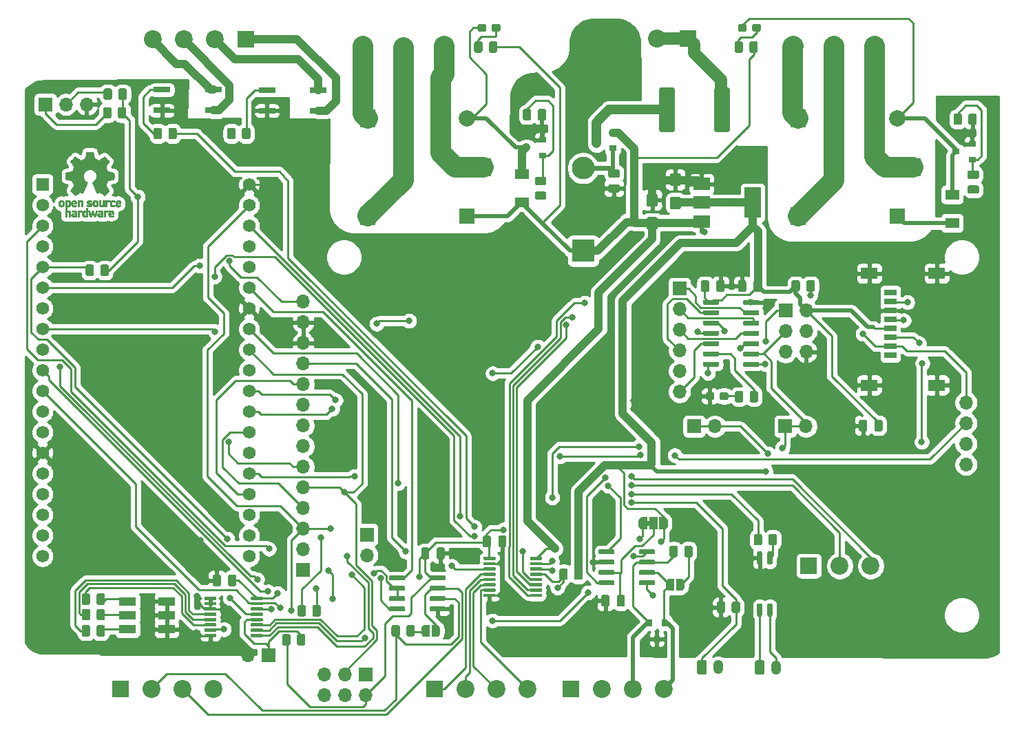
<source format=gbr>
G04 #@! TF.GenerationSoftware,KiCad,Pcbnew,(5.1.5)-3*
G04 #@! TF.CreationDate,2021-05-09T13:32:15+01:00*
G04 #@! TF.ProjectId,ControllerCircuit,436f6e74-726f-46c6-9c65-724369726375,rev?*
G04 #@! TF.SameCoordinates,Original*
G04 #@! TF.FileFunction,Copper,L1,Top*
G04 #@! TF.FilePolarity,Positive*
%FSLAX46Y46*%
G04 Gerber Fmt 4.6, Leading zero omitted, Abs format (unit mm)*
G04 Created by KiCad (PCBNEW (5.1.5)-3) date 2021-05-09 13:32:15*
%MOMM*%
%LPD*%
G04 APERTURE LIST*
G04 #@! TA.AperFunction,EtchedComponent*
%ADD10C,0.100000*%
G04 #@! TD*
G04 #@! TA.AperFunction,EtchedComponent*
%ADD11C,0.010000*%
G04 #@! TD*
G04 #@! TA.AperFunction,SMDPad,CuDef*
%ADD12R,2.000000X1.450000*%
G04 #@! TD*
G04 #@! TA.AperFunction,SMDPad,CuDef*
%ADD13R,1.500000X0.800000*%
G04 #@! TD*
G04 #@! TA.AperFunction,ComponentPad*
%ADD14C,2.200000*%
G04 #@! TD*
G04 #@! TA.AperFunction,ComponentPad*
%ADD15R,2.000000X2.000000*%
G04 #@! TD*
G04 #@! TA.AperFunction,ComponentPad*
%ADD16O,2.800000X2.800000*%
G04 #@! TD*
G04 #@! TA.AperFunction,ComponentPad*
%ADD17R,2.800000X2.800000*%
G04 #@! TD*
G04 #@! TA.AperFunction,SMDPad,CuDef*
%ADD18C,0.100000*%
G04 #@! TD*
G04 #@! TA.AperFunction,SMDPad,CuDef*
%ADD19R,1.700000X1.300000*%
G04 #@! TD*
G04 #@! TA.AperFunction,ComponentPad*
%ADD20O,1.700000X1.700000*%
G04 #@! TD*
G04 #@! TA.AperFunction,ComponentPad*
%ADD21R,1.700000X1.700000*%
G04 #@! TD*
G04 #@! TA.AperFunction,SMDPad,CuDef*
%ADD22R,0.800000X0.900000*%
G04 #@! TD*
G04 #@! TA.AperFunction,SMDPad,CuDef*
%ADD23R,1.000000X1.500000*%
G04 #@! TD*
G04 #@! TA.AperFunction,SMDPad,CuDef*
%ADD24R,2.000000X0.640000*%
G04 #@! TD*
G04 #@! TA.AperFunction,SMDPad,CuDef*
%ADD25R,2.000000X1.500000*%
G04 #@! TD*
G04 #@! TA.AperFunction,SMDPad,CuDef*
%ADD26R,2.000000X3.800000*%
G04 #@! TD*
G04 #@! TA.AperFunction,ComponentPad*
%ADD27O,1.200000X1.750000*%
G04 #@! TD*
G04 #@! TA.AperFunction,ComponentPad*
%ADD28C,0.100000*%
G04 #@! TD*
G04 #@! TA.AperFunction,SMDPad,CuDef*
%ADD29R,0.900000X0.800000*%
G04 #@! TD*
G04 #@! TA.AperFunction,SMDPad,CuDef*
%ADD30R,2.000000X1.100000*%
G04 #@! TD*
G04 #@! TA.AperFunction,ComponentPad*
%ADD31C,1.560000*%
G04 #@! TD*
G04 #@! TA.AperFunction,ComponentPad*
%ADD32R,1.560000X1.560000*%
G04 #@! TD*
G04 #@! TA.AperFunction,ComponentPad*
%ADD33R,1.980000X1.980000*%
G04 #@! TD*
G04 #@! TA.AperFunction,ComponentPad*
%ADD34R,1.900000X2.200000*%
G04 #@! TD*
G04 #@! TA.AperFunction,ComponentPad*
%ADD35C,2.000000*%
G04 #@! TD*
G04 #@! TA.AperFunction,ComponentPad*
%ADD36C,1.900000*%
G04 #@! TD*
G04 #@! TA.AperFunction,ComponentPad*
%ADD37R,1.900000X1.900000*%
G04 #@! TD*
G04 #@! TA.AperFunction,ViaPad*
%ADD38C,0.800000*%
G04 #@! TD*
G04 #@! TA.AperFunction,Conductor*
%ADD39C,0.250000*%
G04 #@! TD*
G04 #@! TA.AperFunction,Conductor*
%ADD40C,0.500000*%
G04 #@! TD*
G04 #@! TA.AperFunction,Conductor*
%ADD41C,1.000000*%
G04 #@! TD*
G04 #@! TA.AperFunction,Conductor*
%ADD42C,1.500000*%
G04 #@! TD*
G04 #@! TA.AperFunction,Conductor*
%ADD43C,2.500000*%
G04 #@! TD*
G04 #@! TA.AperFunction,Conductor*
%ADD44C,0.600000*%
G04 #@! TD*
G04 #@! TA.AperFunction,Conductor*
%ADD45C,1.200000*%
G04 #@! TD*
G04 #@! TA.AperFunction,Conductor*
%ADD46C,0.254000*%
G04 #@! TD*
G04 APERTURE END LIST*
D10*
G04 #@! TO.C,JP5*
G36*
X166450000Y-112810000D02*
G01*
X166950000Y-112810000D01*
X166950000Y-113410000D01*
X166450000Y-113410000D01*
X166450000Y-112810000D01*
G37*
D11*
G04 #@! TO.C,REF\002A\002A\002A*
G36*
X95523360Y-73382468D02*
G01*
X95558592Y-73399874D01*
X95602040Y-73430206D01*
X95633706Y-73463283D01*
X95655394Y-73504817D01*
X95668903Y-73560522D01*
X95676038Y-73636111D01*
X95678600Y-73737296D01*
X95678750Y-73780797D01*
X95678312Y-73876135D01*
X95676496Y-73944271D01*
X95672545Y-73991418D01*
X95665702Y-74023790D01*
X95655211Y-74047600D01*
X95644296Y-74063843D01*
X95574619Y-74132952D01*
X95492566Y-74174521D01*
X95404050Y-74187023D01*
X95314981Y-74168934D01*
X95286763Y-74156142D01*
X95219210Y-74120931D01*
X95219210Y-74672700D01*
X95268512Y-74647205D01*
X95333473Y-74627480D01*
X95413320Y-74622427D01*
X95493052Y-74631756D01*
X95553265Y-74652714D01*
X95603208Y-74692627D01*
X95645881Y-74749741D01*
X95649090Y-74755605D01*
X95662622Y-74783227D01*
X95672505Y-74811068D01*
X95679309Y-74844794D01*
X95683601Y-74890071D01*
X95685951Y-74952562D01*
X95686928Y-75037935D01*
X95687105Y-75134010D01*
X95687105Y-75440526D01*
X95503289Y-75440526D01*
X95503289Y-74875339D01*
X95451875Y-74832077D01*
X95398466Y-74797472D01*
X95347888Y-74791180D01*
X95297030Y-74807372D01*
X95269925Y-74823227D01*
X95249751Y-74845810D01*
X95235403Y-74879940D01*
X95225776Y-74930434D01*
X95219763Y-75002111D01*
X95216260Y-75099788D01*
X95215026Y-75164802D01*
X95210855Y-75432171D01*
X95123125Y-75437222D01*
X95035394Y-75442273D01*
X95035394Y-73783101D01*
X95219210Y-73783101D01*
X95223896Y-73875600D01*
X95239688Y-73939809D01*
X95269183Y-73979759D01*
X95314980Y-73999480D01*
X95361250Y-74003421D01*
X95413628Y-73998892D01*
X95448390Y-73981069D01*
X95470128Y-73957519D01*
X95487240Y-73932189D01*
X95497427Y-73903969D01*
X95501960Y-73864431D01*
X95502109Y-73805142D01*
X95500584Y-73755498D01*
X95497081Y-73680710D01*
X95491867Y-73631611D01*
X95483087Y-73600467D01*
X95468886Y-73579545D01*
X95455484Y-73567452D01*
X95399487Y-73541081D01*
X95333211Y-73536822D01*
X95295156Y-73545906D01*
X95257477Y-73578196D01*
X95232519Y-73641006D01*
X95220422Y-73733894D01*
X95219210Y-73783101D01*
X95035394Y-73783101D01*
X95035394Y-73368421D01*
X95127302Y-73368421D01*
X95182483Y-73370603D01*
X95210952Y-73378351D01*
X95219206Y-73393468D01*
X95219210Y-73393916D01*
X95223040Y-73408720D01*
X95239933Y-73407039D01*
X95273519Y-73390772D01*
X95351778Y-73365887D01*
X95439827Y-73363271D01*
X95523360Y-73382468D01*
G37*
X95523360Y-73382468D02*
X95558592Y-73399874D01*
X95602040Y-73430206D01*
X95633706Y-73463283D01*
X95655394Y-73504817D01*
X95668903Y-73560522D01*
X95676038Y-73636111D01*
X95678600Y-73737296D01*
X95678750Y-73780797D01*
X95678312Y-73876135D01*
X95676496Y-73944271D01*
X95672545Y-73991418D01*
X95665702Y-74023790D01*
X95655211Y-74047600D01*
X95644296Y-74063843D01*
X95574619Y-74132952D01*
X95492566Y-74174521D01*
X95404050Y-74187023D01*
X95314981Y-74168934D01*
X95286763Y-74156142D01*
X95219210Y-74120931D01*
X95219210Y-74672700D01*
X95268512Y-74647205D01*
X95333473Y-74627480D01*
X95413320Y-74622427D01*
X95493052Y-74631756D01*
X95553265Y-74652714D01*
X95603208Y-74692627D01*
X95645881Y-74749741D01*
X95649090Y-74755605D01*
X95662622Y-74783227D01*
X95672505Y-74811068D01*
X95679309Y-74844794D01*
X95683601Y-74890071D01*
X95685951Y-74952562D01*
X95686928Y-75037935D01*
X95687105Y-75134010D01*
X95687105Y-75440526D01*
X95503289Y-75440526D01*
X95503289Y-74875339D01*
X95451875Y-74832077D01*
X95398466Y-74797472D01*
X95347888Y-74791180D01*
X95297030Y-74807372D01*
X95269925Y-74823227D01*
X95249751Y-74845810D01*
X95235403Y-74879940D01*
X95225776Y-74930434D01*
X95219763Y-75002111D01*
X95216260Y-75099788D01*
X95215026Y-75164802D01*
X95210855Y-75432171D01*
X95123125Y-75437222D01*
X95035394Y-75442273D01*
X95035394Y-73783101D01*
X95219210Y-73783101D01*
X95223896Y-73875600D01*
X95239688Y-73939809D01*
X95269183Y-73979759D01*
X95314980Y-73999480D01*
X95361250Y-74003421D01*
X95413628Y-73998892D01*
X95448390Y-73981069D01*
X95470128Y-73957519D01*
X95487240Y-73932189D01*
X95497427Y-73903969D01*
X95501960Y-73864431D01*
X95502109Y-73805142D01*
X95500584Y-73755498D01*
X95497081Y-73680710D01*
X95491867Y-73631611D01*
X95483087Y-73600467D01*
X95468886Y-73579545D01*
X95455484Y-73567452D01*
X95399487Y-73541081D01*
X95333211Y-73536822D01*
X95295156Y-73545906D01*
X95257477Y-73578196D01*
X95232519Y-73641006D01*
X95220422Y-73733894D01*
X95219210Y-73783101D01*
X95035394Y-73783101D01*
X95035394Y-73368421D01*
X95127302Y-73368421D01*
X95182483Y-73370603D01*
X95210952Y-73378351D01*
X95219206Y-73393468D01*
X95219210Y-73393916D01*
X95223040Y-73408720D01*
X95239933Y-73407039D01*
X95273519Y-73390772D01*
X95351778Y-73365887D01*
X95439827Y-73363271D01*
X95523360Y-73382468D01*
G36*
X96220457Y-74628184D02*
G01*
X96299070Y-74649160D01*
X96358916Y-74687180D01*
X96401147Y-74736978D01*
X96414275Y-74758230D01*
X96423968Y-74780492D01*
X96430744Y-74808970D01*
X96435123Y-74848871D01*
X96437624Y-74905401D01*
X96438768Y-74983767D01*
X96439072Y-75089176D01*
X96439078Y-75117142D01*
X96439078Y-75440526D01*
X96358868Y-75440526D01*
X96307706Y-75436943D01*
X96269877Y-75427866D01*
X96260399Y-75422268D01*
X96234488Y-75412606D01*
X96208024Y-75422268D01*
X96164452Y-75434330D01*
X96101160Y-75439185D01*
X96031010Y-75437078D01*
X95966860Y-75428256D01*
X95929407Y-75416937D01*
X95856933Y-75370412D01*
X95811640Y-75305846D01*
X95791278Y-75220000D01*
X95791088Y-75217796D01*
X95792875Y-75179713D01*
X95954473Y-75179713D01*
X95968601Y-75223030D01*
X95991612Y-75247408D01*
X96037804Y-75265845D01*
X96098775Y-75273205D01*
X96160949Y-75269583D01*
X96210751Y-75255074D01*
X96224703Y-75245765D01*
X96249085Y-75202753D01*
X96255263Y-75153857D01*
X96255263Y-75089605D01*
X96162818Y-75089605D01*
X96074995Y-75096366D01*
X96008418Y-75115520D01*
X95967002Y-75145376D01*
X95954473Y-75179713D01*
X95792875Y-75179713D01*
X95795490Y-75124004D01*
X95826424Y-75049847D01*
X95884581Y-74993767D01*
X95892620Y-74988665D01*
X95927163Y-74972055D01*
X95969918Y-74961996D01*
X96029686Y-74957107D01*
X96100690Y-74955983D01*
X96255263Y-74955921D01*
X96255263Y-74891125D01*
X96248706Y-74840850D01*
X96231975Y-74807169D01*
X96230016Y-74805376D01*
X96192783Y-74790642D01*
X96136580Y-74784931D01*
X96074467Y-74787737D01*
X96019510Y-74798556D01*
X95986899Y-74814782D01*
X95969228Y-74827780D01*
X95950569Y-74830262D01*
X95924819Y-74819613D01*
X95885873Y-74793218D01*
X95827630Y-74748465D01*
X95822284Y-74744273D01*
X95825023Y-74728760D01*
X95847876Y-74702960D01*
X95882609Y-74674289D01*
X95920990Y-74650166D01*
X95933048Y-74644470D01*
X95977034Y-74633103D01*
X96041487Y-74624995D01*
X96113497Y-74621743D01*
X96116864Y-74621736D01*
X96220457Y-74628184D01*
G37*
X96220457Y-74628184D02*
X96299070Y-74649160D01*
X96358916Y-74687180D01*
X96401147Y-74736978D01*
X96414275Y-74758230D01*
X96423968Y-74780492D01*
X96430744Y-74808970D01*
X96435123Y-74848871D01*
X96437624Y-74905401D01*
X96438768Y-74983767D01*
X96439072Y-75089176D01*
X96439078Y-75117142D01*
X96439078Y-75440526D01*
X96358868Y-75440526D01*
X96307706Y-75436943D01*
X96269877Y-75427866D01*
X96260399Y-75422268D01*
X96234488Y-75412606D01*
X96208024Y-75422268D01*
X96164452Y-75434330D01*
X96101160Y-75439185D01*
X96031010Y-75437078D01*
X95966860Y-75428256D01*
X95929407Y-75416937D01*
X95856933Y-75370412D01*
X95811640Y-75305846D01*
X95791278Y-75220000D01*
X95791088Y-75217796D01*
X95792875Y-75179713D01*
X95954473Y-75179713D01*
X95968601Y-75223030D01*
X95991612Y-75247408D01*
X96037804Y-75265845D01*
X96098775Y-75273205D01*
X96160949Y-75269583D01*
X96210751Y-75255074D01*
X96224703Y-75245765D01*
X96249085Y-75202753D01*
X96255263Y-75153857D01*
X96255263Y-75089605D01*
X96162818Y-75089605D01*
X96074995Y-75096366D01*
X96008418Y-75115520D01*
X95967002Y-75145376D01*
X95954473Y-75179713D01*
X95792875Y-75179713D01*
X95795490Y-75124004D01*
X95826424Y-75049847D01*
X95884581Y-74993767D01*
X95892620Y-74988665D01*
X95927163Y-74972055D01*
X95969918Y-74961996D01*
X96029686Y-74957107D01*
X96100690Y-74955983D01*
X96255263Y-74955921D01*
X96255263Y-74891125D01*
X96248706Y-74840850D01*
X96231975Y-74807169D01*
X96230016Y-74805376D01*
X96192783Y-74790642D01*
X96136580Y-74784931D01*
X96074467Y-74787737D01*
X96019510Y-74798556D01*
X95986899Y-74814782D01*
X95969228Y-74827780D01*
X95950569Y-74830262D01*
X95924819Y-74819613D01*
X95885873Y-74793218D01*
X95827630Y-74748465D01*
X95822284Y-74744273D01*
X95825023Y-74728760D01*
X95847876Y-74702960D01*
X95882609Y-74674289D01*
X95920990Y-74650166D01*
X95933048Y-74644470D01*
X95977034Y-74633103D01*
X96041487Y-74624995D01*
X96113497Y-74621743D01*
X96116864Y-74621736D01*
X96220457Y-74628184D01*
G36*
X96739881Y-74623486D02*
G01*
X96764888Y-74630982D01*
X96772950Y-74647451D01*
X96773289Y-74654886D01*
X96774736Y-74675594D01*
X96784698Y-74678845D01*
X96811612Y-74664648D01*
X96827598Y-74654948D01*
X96878033Y-74634175D01*
X96938272Y-74623904D01*
X97001434Y-74623114D01*
X97060637Y-74630786D01*
X97109002Y-74645898D01*
X97139646Y-74667432D01*
X97145689Y-74694366D01*
X97142639Y-74701660D01*
X97120406Y-74731937D01*
X97085930Y-74769175D01*
X97079694Y-74775195D01*
X97046833Y-74802875D01*
X97018480Y-74811818D01*
X96978827Y-74805576D01*
X96962942Y-74801429D01*
X96913509Y-74791467D01*
X96878752Y-74795947D01*
X96849400Y-74811746D01*
X96822513Y-74832949D01*
X96802710Y-74859614D01*
X96788948Y-74896827D01*
X96780184Y-74949673D01*
X96775374Y-75023237D01*
X96773474Y-75122605D01*
X96773289Y-75182601D01*
X96773289Y-75440526D01*
X96606184Y-75440526D01*
X96606184Y-74621710D01*
X96689736Y-74621710D01*
X96739881Y-74623486D01*
G37*
X96739881Y-74623486D02*
X96764888Y-74630982D01*
X96772950Y-74647451D01*
X96773289Y-74654886D01*
X96774736Y-74675594D01*
X96784698Y-74678845D01*
X96811612Y-74664648D01*
X96827598Y-74654948D01*
X96878033Y-74634175D01*
X96938272Y-74623904D01*
X97001434Y-74623114D01*
X97060637Y-74630786D01*
X97109002Y-74645898D01*
X97139646Y-74667432D01*
X97145689Y-74694366D01*
X97142639Y-74701660D01*
X97120406Y-74731937D01*
X97085930Y-74769175D01*
X97079694Y-74775195D01*
X97046833Y-74802875D01*
X97018480Y-74811818D01*
X96978827Y-74805576D01*
X96962942Y-74801429D01*
X96913509Y-74791467D01*
X96878752Y-74795947D01*
X96849400Y-74811746D01*
X96822513Y-74832949D01*
X96802710Y-74859614D01*
X96788948Y-74896827D01*
X96780184Y-74949673D01*
X96775374Y-75023237D01*
X96773474Y-75122605D01*
X96773289Y-75182601D01*
X96773289Y-75440526D01*
X96606184Y-75440526D01*
X96606184Y-74621710D01*
X96689736Y-74621710D01*
X96739881Y-74623486D01*
G36*
X97792631Y-75440526D02*
G01*
X97700723Y-75440526D01*
X97647377Y-75438962D01*
X97619593Y-75432485D01*
X97609590Y-75418418D01*
X97608815Y-75408906D01*
X97607128Y-75389832D01*
X97596490Y-75386174D01*
X97568535Y-75397932D01*
X97546795Y-75408906D01*
X97463332Y-75434911D01*
X97372604Y-75436416D01*
X97298842Y-75417021D01*
X97230154Y-75370165D01*
X97177794Y-75301004D01*
X97149122Y-75219427D01*
X97148392Y-75214866D01*
X97144132Y-75165101D01*
X97142014Y-75093659D01*
X97142184Y-75039626D01*
X97324720Y-75039626D01*
X97328949Y-75111441D01*
X97338568Y-75170634D01*
X97351590Y-75204060D01*
X97400856Y-75249740D01*
X97459350Y-75266115D01*
X97519671Y-75252873D01*
X97571217Y-75213373D01*
X97590738Y-75186807D01*
X97602152Y-75155106D01*
X97607498Y-75108832D01*
X97608815Y-75039328D01*
X97606458Y-74970499D01*
X97600233Y-74910026D01*
X97591408Y-74869556D01*
X97589937Y-74865929D01*
X97554347Y-74822802D01*
X97502400Y-74799124D01*
X97444278Y-74795301D01*
X97390160Y-74811738D01*
X97350226Y-74848840D01*
X97346083Y-74856222D01*
X97333116Y-74901239D01*
X97326052Y-74965967D01*
X97324720Y-75039626D01*
X97142184Y-75039626D01*
X97142271Y-75012230D01*
X97143472Y-74968405D01*
X97151645Y-74859988D01*
X97168630Y-74778588D01*
X97196887Y-74718412D01*
X97238872Y-74673666D01*
X97279632Y-74647400D01*
X97336581Y-74628935D01*
X97407411Y-74622602D01*
X97479941Y-74627760D01*
X97541986Y-74643769D01*
X97574768Y-74662920D01*
X97608815Y-74693732D01*
X97608815Y-74304210D01*
X97792631Y-74304210D01*
X97792631Y-75440526D01*
G37*
X97792631Y-75440526D02*
X97700723Y-75440526D01*
X97647377Y-75438962D01*
X97619593Y-75432485D01*
X97609590Y-75418418D01*
X97608815Y-75408906D01*
X97607128Y-75389832D01*
X97596490Y-75386174D01*
X97568535Y-75397932D01*
X97546795Y-75408906D01*
X97463332Y-75434911D01*
X97372604Y-75436416D01*
X97298842Y-75417021D01*
X97230154Y-75370165D01*
X97177794Y-75301004D01*
X97149122Y-75219427D01*
X97148392Y-75214866D01*
X97144132Y-75165101D01*
X97142014Y-75093659D01*
X97142184Y-75039626D01*
X97324720Y-75039626D01*
X97328949Y-75111441D01*
X97338568Y-75170634D01*
X97351590Y-75204060D01*
X97400856Y-75249740D01*
X97459350Y-75266115D01*
X97519671Y-75252873D01*
X97571217Y-75213373D01*
X97590738Y-75186807D01*
X97602152Y-75155106D01*
X97607498Y-75108832D01*
X97608815Y-75039328D01*
X97606458Y-74970499D01*
X97600233Y-74910026D01*
X97591408Y-74869556D01*
X97589937Y-74865929D01*
X97554347Y-74822802D01*
X97502400Y-74799124D01*
X97444278Y-74795301D01*
X97390160Y-74811738D01*
X97350226Y-74848840D01*
X97346083Y-74856222D01*
X97333116Y-74901239D01*
X97326052Y-74965967D01*
X97324720Y-75039626D01*
X97142184Y-75039626D01*
X97142271Y-75012230D01*
X97143472Y-74968405D01*
X97151645Y-74859988D01*
X97168630Y-74778588D01*
X97196887Y-74718412D01*
X97238872Y-74673666D01*
X97279632Y-74647400D01*
X97336581Y-74628935D01*
X97407411Y-74622602D01*
X97479941Y-74627760D01*
X97541986Y-74643769D01*
X97574768Y-74662920D01*
X97608815Y-74693732D01*
X97608815Y-74304210D01*
X97792631Y-74304210D01*
X97792631Y-75440526D01*
G36*
X98434130Y-74625104D02*
G01*
X98500220Y-74630066D01*
X98586626Y-74889079D01*
X98673031Y-75148092D01*
X98700124Y-75056184D01*
X98716428Y-74999384D01*
X98737875Y-74922625D01*
X98761035Y-74838251D01*
X98773280Y-74792993D01*
X98819344Y-74621710D01*
X99009387Y-74621710D01*
X98952582Y-74801349D01*
X98924607Y-74889704D01*
X98890813Y-74996281D01*
X98855520Y-75107454D01*
X98824013Y-75206579D01*
X98752250Y-75432171D01*
X98597286Y-75442253D01*
X98555270Y-75303528D01*
X98529359Y-75217351D01*
X98501083Y-75122347D01*
X98476369Y-75038441D01*
X98475394Y-75035102D01*
X98456935Y-74978248D01*
X98440649Y-74939456D01*
X98429242Y-74924787D01*
X98426898Y-74926483D01*
X98418671Y-74949225D01*
X98403038Y-74997940D01*
X98381904Y-75066502D01*
X98357170Y-75148785D01*
X98343787Y-75194046D01*
X98271311Y-75440526D01*
X98117495Y-75440526D01*
X97994531Y-75052006D01*
X97959988Y-74943022D01*
X97928521Y-74844048D01*
X97901616Y-74759736D01*
X97880759Y-74694734D01*
X97867438Y-74653692D01*
X97863388Y-74641701D01*
X97866594Y-74629423D01*
X97891765Y-74624046D01*
X97944146Y-74624584D01*
X97952345Y-74624990D01*
X98049482Y-74630066D01*
X98113100Y-74864013D01*
X98136484Y-74949333D01*
X98157381Y-75024335D01*
X98173951Y-75082507D01*
X98184354Y-75117337D01*
X98186276Y-75123016D01*
X98194241Y-75116486D01*
X98210304Y-75082654D01*
X98232621Y-75026127D01*
X98259345Y-74951510D01*
X98281937Y-74884107D01*
X98368041Y-74620143D01*
X98434130Y-74625104D01*
G37*
X98434130Y-74625104D02*
X98500220Y-74630066D01*
X98586626Y-74889079D01*
X98673031Y-75148092D01*
X98700124Y-75056184D01*
X98716428Y-74999384D01*
X98737875Y-74922625D01*
X98761035Y-74838251D01*
X98773280Y-74792993D01*
X98819344Y-74621710D01*
X99009387Y-74621710D01*
X98952582Y-74801349D01*
X98924607Y-74889704D01*
X98890813Y-74996281D01*
X98855520Y-75107454D01*
X98824013Y-75206579D01*
X98752250Y-75432171D01*
X98597286Y-75442253D01*
X98555270Y-75303528D01*
X98529359Y-75217351D01*
X98501083Y-75122347D01*
X98476369Y-75038441D01*
X98475394Y-75035102D01*
X98456935Y-74978248D01*
X98440649Y-74939456D01*
X98429242Y-74924787D01*
X98426898Y-74926483D01*
X98418671Y-74949225D01*
X98403038Y-74997940D01*
X98381904Y-75066502D01*
X98357170Y-75148785D01*
X98343787Y-75194046D01*
X98271311Y-75440526D01*
X98117495Y-75440526D01*
X97994531Y-75052006D01*
X97959988Y-74943022D01*
X97928521Y-74844048D01*
X97901616Y-74759736D01*
X97880759Y-74694734D01*
X97867438Y-74653692D01*
X97863388Y-74641701D01*
X97866594Y-74629423D01*
X97891765Y-74624046D01*
X97944146Y-74624584D01*
X97952345Y-74624990D01*
X98049482Y-74630066D01*
X98113100Y-74864013D01*
X98136484Y-74949333D01*
X98157381Y-75024335D01*
X98173951Y-75082507D01*
X98184354Y-75117337D01*
X98186276Y-75123016D01*
X98194241Y-75116486D01*
X98210304Y-75082654D01*
X98232621Y-75026127D01*
X98259345Y-74951510D01*
X98281937Y-74884107D01*
X98368041Y-74620143D01*
X98434130Y-74625104D01*
G36*
X99439992Y-74626673D02*
G01*
X99510427Y-74643780D01*
X99530787Y-74652844D01*
X99570253Y-74676583D01*
X99600541Y-74703321D01*
X99622952Y-74737699D01*
X99638786Y-74784360D01*
X99649343Y-74847946D01*
X99655924Y-74933099D01*
X99659828Y-75044462D01*
X99661310Y-75118849D01*
X99666765Y-75440526D01*
X99573580Y-75440526D01*
X99517047Y-75438156D01*
X99487922Y-75430055D01*
X99480394Y-75416451D01*
X99476420Y-75401741D01*
X99458652Y-75404554D01*
X99434440Y-75416348D01*
X99373828Y-75434427D01*
X99295929Y-75439299D01*
X99213995Y-75431330D01*
X99141281Y-75410889D01*
X99134759Y-75408051D01*
X99068302Y-75361365D01*
X99024491Y-75296464D01*
X99004332Y-75220600D01*
X99005872Y-75193344D01*
X99170345Y-75193344D01*
X99184837Y-75230024D01*
X99227805Y-75256309D01*
X99297129Y-75270417D01*
X99334177Y-75272290D01*
X99395919Y-75267494D01*
X99436960Y-75248858D01*
X99446973Y-75240000D01*
X99474100Y-75191806D01*
X99480394Y-75148092D01*
X99480394Y-75089605D01*
X99398930Y-75089605D01*
X99304234Y-75094432D01*
X99237813Y-75109613D01*
X99195846Y-75136200D01*
X99186449Y-75148052D01*
X99170345Y-75193344D01*
X99005872Y-75193344D01*
X99008829Y-75141026D01*
X99038985Y-75064995D01*
X99080131Y-75013612D01*
X99105052Y-74991397D01*
X99129448Y-74976798D01*
X99161191Y-74967897D01*
X99208152Y-74962775D01*
X99278204Y-74959515D01*
X99305990Y-74958577D01*
X99480394Y-74952879D01*
X99480138Y-74900091D01*
X99473384Y-74844603D01*
X99448964Y-74811052D01*
X99399630Y-74789618D01*
X99398306Y-74789236D01*
X99328360Y-74780808D01*
X99259914Y-74791816D01*
X99209047Y-74818585D01*
X99188637Y-74831803D01*
X99166654Y-74829974D01*
X99132826Y-74810824D01*
X99112961Y-74797308D01*
X99074106Y-74768432D01*
X99050038Y-74746786D01*
X99046176Y-74740589D01*
X99062079Y-74708519D01*
X99109065Y-74670219D01*
X99129473Y-74657297D01*
X99188143Y-74635041D01*
X99267212Y-74622432D01*
X99355041Y-74619600D01*
X99439992Y-74626673D01*
G37*
X99439992Y-74626673D02*
X99510427Y-74643780D01*
X99530787Y-74652844D01*
X99570253Y-74676583D01*
X99600541Y-74703321D01*
X99622952Y-74737699D01*
X99638786Y-74784360D01*
X99649343Y-74847946D01*
X99655924Y-74933099D01*
X99659828Y-75044462D01*
X99661310Y-75118849D01*
X99666765Y-75440526D01*
X99573580Y-75440526D01*
X99517047Y-75438156D01*
X99487922Y-75430055D01*
X99480394Y-75416451D01*
X99476420Y-75401741D01*
X99458652Y-75404554D01*
X99434440Y-75416348D01*
X99373828Y-75434427D01*
X99295929Y-75439299D01*
X99213995Y-75431330D01*
X99141281Y-75410889D01*
X99134759Y-75408051D01*
X99068302Y-75361365D01*
X99024491Y-75296464D01*
X99004332Y-75220600D01*
X99005872Y-75193344D01*
X99170345Y-75193344D01*
X99184837Y-75230024D01*
X99227805Y-75256309D01*
X99297129Y-75270417D01*
X99334177Y-75272290D01*
X99395919Y-75267494D01*
X99436960Y-75248858D01*
X99446973Y-75240000D01*
X99474100Y-75191806D01*
X99480394Y-75148092D01*
X99480394Y-75089605D01*
X99398930Y-75089605D01*
X99304234Y-75094432D01*
X99237813Y-75109613D01*
X99195846Y-75136200D01*
X99186449Y-75148052D01*
X99170345Y-75193344D01*
X99005872Y-75193344D01*
X99008829Y-75141026D01*
X99038985Y-75064995D01*
X99080131Y-75013612D01*
X99105052Y-74991397D01*
X99129448Y-74976798D01*
X99161191Y-74967897D01*
X99208152Y-74962775D01*
X99278204Y-74959515D01*
X99305990Y-74958577D01*
X99480394Y-74952879D01*
X99480138Y-74900091D01*
X99473384Y-74844603D01*
X99448964Y-74811052D01*
X99399630Y-74789618D01*
X99398306Y-74789236D01*
X99328360Y-74780808D01*
X99259914Y-74791816D01*
X99209047Y-74818585D01*
X99188637Y-74831803D01*
X99166654Y-74829974D01*
X99132826Y-74810824D01*
X99112961Y-74797308D01*
X99074106Y-74768432D01*
X99050038Y-74746786D01*
X99046176Y-74740589D01*
X99062079Y-74708519D01*
X99109065Y-74670219D01*
X99129473Y-74657297D01*
X99188143Y-74635041D01*
X99267212Y-74622432D01*
X99355041Y-74619600D01*
X99439992Y-74626673D01*
G36*
X100233167Y-74621447D02*
G01*
X100297408Y-74634112D01*
X100333980Y-74652864D01*
X100372453Y-74684017D01*
X100317717Y-74753127D01*
X100283969Y-74794979D01*
X100261053Y-74815398D01*
X100238279Y-74818517D01*
X100204956Y-74808472D01*
X100189314Y-74802789D01*
X100125542Y-74794404D01*
X100067140Y-74812378D01*
X100024264Y-74852982D01*
X100017299Y-74865929D01*
X100009713Y-74900224D01*
X100003859Y-74963427D01*
X100000011Y-75051060D01*
X99998443Y-75158640D01*
X99998421Y-75173944D01*
X99998421Y-75440526D01*
X99814605Y-75440526D01*
X99814605Y-74621710D01*
X99906513Y-74621710D01*
X99959507Y-74623094D01*
X99987115Y-74629252D01*
X99997324Y-74643194D01*
X99998421Y-74656344D01*
X99998421Y-74690978D01*
X100042450Y-74656344D01*
X100092937Y-74632716D01*
X100160760Y-74621033D01*
X100233167Y-74621447D01*
G37*
X100233167Y-74621447D02*
X100297408Y-74634112D01*
X100333980Y-74652864D01*
X100372453Y-74684017D01*
X100317717Y-74753127D01*
X100283969Y-74794979D01*
X100261053Y-74815398D01*
X100238279Y-74818517D01*
X100204956Y-74808472D01*
X100189314Y-74802789D01*
X100125542Y-74794404D01*
X100067140Y-74812378D01*
X100024264Y-74852982D01*
X100017299Y-74865929D01*
X100009713Y-74900224D01*
X100003859Y-74963427D01*
X100000011Y-75051060D01*
X99998443Y-75158640D01*
X99998421Y-75173944D01*
X99998421Y-75440526D01*
X99814605Y-75440526D01*
X99814605Y-74621710D01*
X99906513Y-74621710D01*
X99959507Y-74623094D01*
X99987115Y-74629252D01*
X99997324Y-74643194D01*
X99998421Y-74656344D01*
X99998421Y-74690978D01*
X100042450Y-74656344D01*
X100092937Y-74632716D01*
X100160760Y-74621033D01*
X100233167Y-74621447D01*
G36*
X100761193Y-74626078D02*
G01*
X100841068Y-74646845D01*
X100907962Y-74689705D01*
X100940351Y-74721723D01*
X100993445Y-74797413D01*
X101023873Y-74885216D01*
X101034327Y-74993150D01*
X101034380Y-75001875D01*
X101034473Y-75089605D01*
X100529534Y-75089605D01*
X100540298Y-75135559D01*
X100559732Y-75177178D01*
X100593745Y-75220544D01*
X100600860Y-75227467D01*
X100662003Y-75264935D01*
X100731729Y-75271289D01*
X100811987Y-75246638D01*
X100825592Y-75240000D01*
X100867319Y-75219819D01*
X100895268Y-75208321D01*
X100900145Y-75207258D01*
X100917168Y-75217583D01*
X100949633Y-75242845D01*
X100966114Y-75256650D01*
X101000264Y-75288361D01*
X101011478Y-75309299D01*
X101003695Y-75328560D01*
X100999535Y-75333827D01*
X100971357Y-75356878D01*
X100924862Y-75384892D01*
X100892434Y-75401246D01*
X100800385Y-75430059D01*
X100698476Y-75439395D01*
X100601963Y-75428332D01*
X100574934Y-75420412D01*
X100491276Y-75375581D01*
X100429266Y-75306598D01*
X100388545Y-75212794D01*
X100368755Y-75093498D01*
X100366582Y-75031118D01*
X100372926Y-74940298D01*
X100533157Y-74940298D01*
X100548655Y-74947012D01*
X100590312Y-74952280D01*
X100650876Y-74955389D01*
X100691907Y-74955921D01*
X100765711Y-74955408D01*
X100812293Y-74953006D01*
X100837848Y-74947422D01*
X100848569Y-74937361D01*
X100850657Y-74922763D01*
X100836331Y-74877796D01*
X100800262Y-74833353D01*
X100752815Y-74799242D01*
X100705349Y-74785288D01*
X100640879Y-74797666D01*
X100585070Y-74833452D01*
X100546374Y-74885033D01*
X100533157Y-74940298D01*
X100372926Y-74940298D01*
X100375821Y-74898866D01*
X100404336Y-74793498D01*
X100452729Y-74714178D01*
X100521604Y-74660071D01*
X100611565Y-74630343D01*
X100660300Y-74624618D01*
X100761193Y-74626078D01*
G37*
X100761193Y-74626078D02*
X100841068Y-74646845D01*
X100907962Y-74689705D01*
X100940351Y-74721723D01*
X100993445Y-74797413D01*
X101023873Y-74885216D01*
X101034327Y-74993150D01*
X101034380Y-75001875D01*
X101034473Y-75089605D01*
X100529534Y-75089605D01*
X100540298Y-75135559D01*
X100559732Y-75177178D01*
X100593745Y-75220544D01*
X100600860Y-75227467D01*
X100662003Y-75264935D01*
X100731729Y-75271289D01*
X100811987Y-75246638D01*
X100825592Y-75240000D01*
X100867319Y-75219819D01*
X100895268Y-75208321D01*
X100900145Y-75207258D01*
X100917168Y-75217583D01*
X100949633Y-75242845D01*
X100966114Y-75256650D01*
X101000264Y-75288361D01*
X101011478Y-75309299D01*
X101003695Y-75328560D01*
X100999535Y-75333827D01*
X100971357Y-75356878D01*
X100924862Y-75384892D01*
X100892434Y-75401246D01*
X100800385Y-75430059D01*
X100698476Y-75439395D01*
X100601963Y-75428332D01*
X100574934Y-75420412D01*
X100491276Y-75375581D01*
X100429266Y-75306598D01*
X100388545Y-75212794D01*
X100368755Y-75093498D01*
X100366582Y-75031118D01*
X100372926Y-74940298D01*
X100533157Y-74940298D01*
X100548655Y-74947012D01*
X100590312Y-74952280D01*
X100650876Y-74955389D01*
X100691907Y-74955921D01*
X100765711Y-74955408D01*
X100812293Y-74953006D01*
X100837848Y-74947422D01*
X100848569Y-74937361D01*
X100850657Y-74922763D01*
X100836331Y-74877796D01*
X100800262Y-74833353D01*
X100752815Y-74799242D01*
X100705349Y-74785288D01*
X100640879Y-74797666D01*
X100585070Y-74833452D01*
X100546374Y-74885033D01*
X100533157Y-74940298D01*
X100372926Y-74940298D01*
X100375821Y-74898866D01*
X100404336Y-74793498D01*
X100452729Y-74714178D01*
X100521604Y-74660071D01*
X100611565Y-74630343D01*
X100660300Y-74624618D01*
X100761193Y-74626078D01*
G36*
X94686784Y-73377104D02*
G01*
X94774205Y-73415754D01*
X94840570Y-73480290D01*
X94885976Y-73570812D01*
X94910518Y-73687418D01*
X94912277Y-73705624D01*
X94913656Y-73833984D01*
X94895784Y-73946496D01*
X94859750Y-74037688D01*
X94840455Y-74067022D01*
X94773245Y-74129106D01*
X94687650Y-74169316D01*
X94591890Y-74186003D01*
X94494187Y-74177517D01*
X94419917Y-74151380D01*
X94356047Y-74107335D01*
X94303846Y-74049587D01*
X94302943Y-74048236D01*
X94281744Y-74012593D01*
X94267967Y-73976752D01*
X94259624Y-73931519D01*
X94254727Y-73867701D01*
X94252569Y-73815368D01*
X94251671Y-73767910D01*
X94418743Y-73767910D01*
X94420376Y-73815154D01*
X94426304Y-73878046D01*
X94436761Y-73918407D01*
X94455619Y-73947122D01*
X94473281Y-73963896D01*
X94535894Y-73999016D01*
X94601408Y-74003710D01*
X94662421Y-73978440D01*
X94692928Y-73950124D01*
X94714911Y-73921589D01*
X94727769Y-73894284D01*
X94733412Y-73858750D01*
X94733751Y-73805524D01*
X94732012Y-73756506D01*
X94728271Y-73686482D01*
X94722341Y-73641064D01*
X94711653Y-73611440D01*
X94693639Y-73588797D01*
X94679363Y-73575855D01*
X94619651Y-73541860D01*
X94555234Y-73540165D01*
X94501219Y-73560301D01*
X94455140Y-73602352D01*
X94427689Y-73671428D01*
X94418743Y-73767910D01*
X94251671Y-73767910D01*
X94250599Y-73711299D01*
X94253964Y-73633468D01*
X94264045Y-73574930D01*
X94282226Y-73528737D01*
X94309890Y-73487942D01*
X94320146Y-73475828D01*
X94384278Y-73415474D01*
X94453066Y-73380220D01*
X94537189Y-73365450D01*
X94578209Y-73364243D01*
X94686784Y-73377104D01*
G37*
X94686784Y-73377104D02*
X94774205Y-73415754D01*
X94840570Y-73480290D01*
X94885976Y-73570812D01*
X94910518Y-73687418D01*
X94912277Y-73705624D01*
X94913656Y-73833984D01*
X94895784Y-73946496D01*
X94859750Y-74037688D01*
X94840455Y-74067022D01*
X94773245Y-74129106D01*
X94687650Y-74169316D01*
X94591890Y-74186003D01*
X94494187Y-74177517D01*
X94419917Y-74151380D01*
X94356047Y-74107335D01*
X94303846Y-74049587D01*
X94302943Y-74048236D01*
X94281744Y-74012593D01*
X94267967Y-73976752D01*
X94259624Y-73931519D01*
X94254727Y-73867701D01*
X94252569Y-73815368D01*
X94251671Y-73767910D01*
X94418743Y-73767910D01*
X94420376Y-73815154D01*
X94426304Y-73878046D01*
X94436761Y-73918407D01*
X94455619Y-73947122D01*
X94473281Y-73963896D01*
X94535894Y-73999016D01*
X94601408Y-74003710D01*
X94662421Y-73978440D01*
X94692928Y-73950124D01*
X94714911Y-73921589D01*
X94727769Y-73894284D01*
X94733412Y-73858750D01*
X94733751Y-73805524D01*
X94732012Y-73756506D01*
X94728271Y-73686482D01*
X94722341Y-73641064D01*
X94711653Y-73611440D01*
X94693639Y-73588797D01*
X94679363Y-73575855D01*
X94619651Y-73541860D01*
X94555234Y-73540165D01*
X94501219Y-73560301D01*
X94455140Y-73602352D01*
X94427689Y-73671428D01*
X94418743Y-73767910D01*
X94251671Y-73767910D01*
X94250599Y-73711299D01*
X94253964Y-73633468D01*
X94264045Y-73574930D01*
X94282226Y-73528737D01*
X94309890Y-73487942D01*
X94320146Y-73475828D01*
X94384278Y-73415474D01*
X94453066Y-73380220D01*
X94537189Y-73365450D01*
X94578209Y-73364243D01*
X94686784Y-73377104D01*
G36*
X96257018Y-73387027D02*
G01*
X96273670Y-73394866D01*
X96331305Y-73437086D01*
X96385805Y-73498700D01*
X96426499Y-73566543D01*
X96438074Y-73597734D01*
X96448634Y-73653449D01*
X96454931Y-73720781D01*
X96455696Y-73748585D01*
X96455789Y-73836316D01*
X95950850Y-73836316D01*
X95961613Y-73882270D01*
X95988033Y-73936620D01*
X96034222Y-73983591D01*
X96089172Y-74013848D01*
X96124189Y-74020131D01*
X96171677Y-74012506D01*
X96228335Y-73993383D01*
X96247582Y-73984584D01*
X96318759Y-73949036D01*
X96379502Y-73995367D01*
X96414552Y-74026703D01*
X96433202Y-74052567D01*
X96434147Y-74060158D01*
X96417485Y-74078556D01*
X96380970Y-74106515D01*
X96347828Y-74128327D01*
X96258393Y-74167537D01*
X96158129Y-74185285D01*
X96058754Y-74180670D01*
X95979539Y-74156551D01*
X95897880Y-74104884D01*
X95839849Y-74036856D01*
X95803546Y-73948843D01*
X95787072Y-73837216D01*
X95785611Y-73786138D01*
X95791457Y-73669091D01*
X95792175Y-73665686D01*
X95959489Y-73665686D01*
X95964097Y-73676662D01*
X95983036Y-73682715D01*
X96022098Y-73685310D01*
X96087077Y-73685910D01*
X96112097Y-73685921D01*
X96188221Y-73685014D01*
X96236496Y-73681720D01*
X96262460Y-73675181D01*
X96271648Y-73664537D01*
X96271973Y-73661119D01*
X96261487Y-73633956D01*
X96235242Y-73595903D01*
X96223959Y-73582579D01*
X96182072Y-73544896D01*
X96138409Y-73530080D01*
X96114885Y-73528842D01*
X96051243Y-73544329D01*
X95997873Y-73585930D01*
X95964019Y-73646353D01*
X95963419Y-73648322D01*
X95959489Y-73665686D01*
X95792175Y-73665686D01*
X95810899Y-73576928D01*
X95845922Y-73503190D01*
X95888756Y-73450848D01*
X95967948Y-73394092D01*
X96061040Y-73363762D01*
X96160055Y-73361021D01*
X96257018Y-73387027D01*
G37*
X96257018Y-73387027D02*
X96273670Y-73394866D01*
X96331305Y-73437086D01*
X96385805Y-73498700D01*
X96426499Y-73566543D01*
X96438074Y-73597734D01*
X96448634Y-73653449D01*
X96454931Y-73720781D01*
X96455696Y-73748585D01*
X96455789Y-73836316D01*
X95950850Y-73836316D01*
X95961613Y-73882270D01*
X95988033Y-73936620D01*
X96034222Y-73983591D01*
X96089172Y-74013848D01*
X96124189Y-74020131D01*
X96171677Y-74012506D01*
X96228335Y-73993383D01*
X96247582Y-73984584D01*
X96318759Y-73949036D01*
X96379502Y-73995367D01*
X96414552Y-74026703D01*
X96433202Y-74052567D01*
X96434147Y-74060158D01*
X96417485Y-74078556D01*
X96380970Y-74106515D01*
X96347828Y-74128327D01*
X96258393Y-74167537D01*
X96158129Y-74185285D01*
X96058754Y-74180670D01*
X95979539Y-74156551D01*
X95897880Y-74104884D01*
X95839849Y-74036856D01*
X95803546Y-73948843D01*
X95787072Y-73837216D01*
X95785611Y-73786138D01*
X95791457Y-73669091D01*
X95792175Y-73665686D01*
X95959489Y-73665686D01*
X95964097Y-73676662D01*
X95983036Y-73682715D01*
X96022098Y-73685310D01*
X96087077Y-73685910D01*
X96112097Y-73685921D01*
X96188221Y-73685014D01*
X96236496Y-73681720D01*
X96262460Y-73675181D01*
X96271648Y-73664537D01*
X96271973Y-73661119D01*
X96261487Y-73633956D01*
X96235242Y-73595903D01*
X96223959Y-73582579D01*
X96182072Y-73544896D01*
X96138409Y-73530080D01*
X96114885Y-73528842D01*
X96051243Y-73544329D01*
X95997873Y-73585930D01*
X95964019Y-73646353D01*
X95963419Y-73648322D01*
X95959489Y-73665686D01*
X95792175Y-73665686D01*
X95810899Y-73576928D01*
X95845922Y-73503190D01*
X95888756Y-73450848D01*
X95967948Y-73394092D01*
X96061040Y-73363762D01*
X96160055Y-73361021D01*
X96257018Y-73387027D01*
G36*
X98078628Y-73365547D02*
G01*
X98141908Y-73377548D01*
X98207557Y-73402648D01*
X98214572Y-73405848D01*
X98264356Y-73432026D01*
X98298834Y-73456353D01*
X98309978Y-73471937D01*
X98299366Y-73497353D01*
X98273588Y-73534853D01*
X98262146Y-73548852D01*
X98214992Y-73603954D01*
X98154201Y-73568086D01*
X98096347Y-73544192D01*
X98029500Y-73531420D01*
X97965394Y-73530613D01*
X97915764Y-73542615D01*
X97903854Y-73550105D01*
X97881172Y-73584450D01*
X97878416Y-73624013D01*
X97895388Y-73654920D01*
X97905427Y-73660913D01*
X97935510Y-73668357D01*
X97988389Y-73677106D01*
X98053575Y-73685467D01*
X98065600Y-73686778D01*
X98170297Y-73704888D01*
X98246232Y-73735651D01*
X98296592Y-73781907D01*
X98324564Y-73846497D01*
X98333278Y-73925387D01*
X98321240Y-74015065D01*
X98282151Y-74085486D01*
X98215855Y-74136777D01*
X98122194Y-74169067D01*
X98018223Y-74181807D01*
X97933438Y-74181654D01*
X97864665Y-74170083D01*
X97817697Y-74154109D01*
X97758350Y-74126275D01*
X97703506Y-74093973D01*
X97684013Y-74079755D01*
X97633881Y-74038835D01*
X97754803Y-73916477D01*
X97823543Y-73961967D01*
X97892488Y-73996133D01*
X97966111Y-74014004D01*
X98036883Y-74015889D01*
X98097274Y-74002101D01*
X98139757Y-73972949D01*
X98153474Y-73948352D01*
X98151417Y-73908904D01*
X98117330Y-73878737D01*
X98051308Y-73857906D01*
X97978974Y-73848279D01*
X97867652Y-73829910D01*
X97784952Y-73795254D01*
X97729765Y-73743297D01*
X97700988Y-73673023D01*
X97697001Y-73589707D01*
X97716693Y-73502681D01*
X97761589Y-73436902D01*
X97832091Y-73392068D01*
X97928601Y-73367879D01*
X98000100Y-73363137D01*
X98078628Y-73365547D01*
G37*
X98078628Y-73365547D02*
X98141908Y-73377548D01*
X98207557Y-73402648D01*
X98214572Y-73405848D01*
X98264356Y-73432026D01*
X98298834Y-73456353D01*
X98309978Y-73471937D01*
X98299366Y-73497353D01*
X98273588Y-73534853D01*
X98262146Y-73548852D01*
X98214992Y-73603954D01*
X98154201Y-73568086D01*
X98096347Y-73544192D01*
X98029500Y-73531420D01*
X97965394Y-73530613D01*
X97915764Y-73542615D01*
X97903854Y-73550105D01*
X97881172Y-73584450D01*
X97878416Y-73624013D01*
X97895388Y-73654920D01*
X97905427Y-73660913D01*
X97935510Y-73668357D01*
X97988389Y-73677106D01*
X98053575Y-73685467D01*
X98065600Y-73686778D01*
X98170297Y-73704888D01*
X98246232Y-73735651D01*
X98296592Y-73781907D01*
X98324564Y-73846497D01*
X98333278Y-73925387D01*
X98321240Y-74015065D01*
X98282151Y-74085486D01*
X98215855Y-74136777D01*
X98122194Y-74169067D01*
X98018223Y-74181807D01*
X97933438Y-74181654D01*
X97864665Y-74170083D01*
X97817697Y-74154109D01*
X97758350Y-74126275D01*
X97703506Y-74093973D01*
X97684013Y-74079755D01*
X97633881Y-74038835D01*
X97754803Y-73916477D01*
X97823543Y-73961967D01*
X97892488Y-73996133D01*
X97966111Y-74014004D01*
X98036883Y-74015889D01*
X98097274Y-74002101D01*
X98139757Y-73972949D01*
X98153474Y-73948352D01*
X98151417Y-73908904D01*
X98117330Y-73878737D01*
X98051308Y-73857906D01*
X97978974Y-73848279D01*
X97867652Y-73829910D01*
X97784952Y-73795254D01*
X97729765Y-73743297D01*
X97700988Y-73673023D01*
X97697001Y-73589707D01*
X97716693Y-73502681D01*
X97761589Y-73436902D01*
X97832091Y-73392068D01*
X97928601Y-73367879D01*
X98000100Y-73363137D01*
X98078628Y-73365547D01*
G36*
X98871669Y-73378310D02*
G01*
X98956192Y-73424340D01*
X99022321Y-73497006D01*
X99053478Y-73556106D01*
X99066855Y-73608305D01*
X99075522Y-73682719D01*
X99079237Y-73768442D01*
X99077754Y-73854569D01*
X99070831Y-73930193D01*
X99062745Y-73970584D01*
X99035465Y-74025840D01*
X98988220Y-74084530D01*
X98931282Y-74135852D01*
X98874924Y-74169005D01*
X98873550Y-74169531D01*
X98803616Y-74184018D01*
X98720737Y-74184377D01*
X98641977Y-74171188D01*
X98611566Y-74160617D01*
X98533239Y-74116201D01*
X98477143Y-74058007D01*
X98440286Y-73980965D01*
X98419680Y-73880001D01*
X98415018Y-73827116D01*
X98415613Y-73760663D01*
X98594736Y-73760663D01*
X98600770Y-73857630D01*
X98618138Y-73931523D01*
X98645740Y-73978736D01*
X98665404Y-73992237D01*
X98715787Y-74001651D01*
X98775673Y-73998864D01*
X98827449Y-73985316D01*
X98841027Y-73977862D01*
X98876849Y-73934451D01*
X98900493Y-73868014D01*
X98910558Y-73787161D01*
X98905642Y-73700502D01*
X98894655Y-73648349D01*
X98863109Y-73587951D01*
X98813311Y-73550197D01*
X98753337Y-73537143D01*
X98691264Y-73550849D01*
X98643582Y-73584372D01*
X98618525Y-73612031D01*
X98603900Y-73639294D01*
X98596929Y-73676190D01*
X98594833Y-73732750D01*
X98594736Y-73760663D01*
X98415613Y-73760663D01*
X98416282Y-73685994D01*
X98439265Y-73570271D01*
X98483972Y-73479941D01*
X98550405Y-73415000D01*
X98638565Y-73375445D01*
X98657495Y-73370858D01*
X98771266Y-73360090D01*
X98871669Y-73378310D01*
G37*
X98871669Y-73378310D02*
X98956192Y-73424340D01*
X99022321Y-73497006D01*
X99053478Y-73556106D01*
X99066855Y-73608305D01*
X99075522Y-73682719D01*
X99079237Y-73768442D01*
X99077754Y-73854569D01*
X99070831Y-73930193D01*
X99062745Y-73970584D01*
X99035465Y-74025840D01*
X98988220Y-74084530D01*
X98931282Y-74135852D01*
X98874924Y-74169005D01*
X98873550Y-74169531D01*
X98803616Y-74184018D01*
X98720737Y-74184377D01*
X98641977Y-74171188D01*
X98611566Y-74160617D01*
X98533239Y-74116201D01*
X98477143Y-74058007D01*
X98440286Y-73980965D01*
X98419680Y-73880001D01*
X98415018Y-73827116D01*
X98415613Y-73760663D01*
X98594736Y-73760663D01*
X98600770Y-73857630D01*
X98618138Y-73931523D01*
X98645740Y-73978736D01*
X98665404Y-73992237D01*
X98715787Y-74001651D01*
X98775673Y-73998864D01*
X98827449Y-73985316D01*
X98841027Y-73977862D01*
X98876849Y-73934451D01*
X98900493Y-73868014D01*
X98910558Y-73787161D01*
X98905642Y-73700502D01*
X98894655Y-73648349D01*
X98863109Y-73587951D01*
X98813311Y-73550197D01*
X98753337Y-73537143D01*
X98691264Y-73550849D01*
X98643582Y-73584372D01*
X98618525Y-73612031D01*
X98603900Y-73639294D01*
X98596929Y-73676190D01*
X98594833Y-73732750D01*
X98594736Y-73760663D01*
X98415613Y-73760663D01*
X98416282Y-73685994D01*
X98439265Y-73570271D01*
X98483972Y-73479941D01*
X98550405Y-73415000D01*
X98638565Y-73375445D01*
X98657495Y-73370858D01*
X98771266Y-73360090D01*
X98871669Y-73378310D01*
G36*
X99380131Y-73628533D02*
G01*
X99381710Y-73751089D01*
X99387481Y-73844179D01*
X99398991Y-73911651D01*
X99417790Y-73957355D01*
X99445426Y-73985139D01*
X99483448Y-73998854D01*
X99530526Y-74002358D01*
X99579832Y-73998432D01*
X99617283Y-73984089D01*
X99644428Y-73955478D01*
X99662815Y-73908751D01*
X99673993Y-73840058D01*
X99679511Y-73745550D01*
X99680921Y-73628533D01*
X99680921Y-73368421D01*
X99864736Y-73368421D01*
X99864736Y-74170526D01*
X99772828Y-74170526D01*
X99717422Y-74168281D01*
X99688891Y-74160396D01*
X99680921Y-74145428D01*
X99676120Y-74132097D01*
X99657014Y-74134917D01*
X99618504Y-74153783D01*
X99530239Y-74182887D01*
X99436623Y-74180825D01*
X99346921Y-74149221D01*
X99304204Y-74124257D01*
X99271621Y-74097226D01*
X99247817Y-74063405D01*
X99231439Y-74018068D01*
X99221131Y-73956489D01*
X99215541Y-73873943D01*
X99213312Y-73765705D01*
X99213026Y-73682004D01*
X99213026Y-73368421D01*
X99380131Y-73368421D01*
X99380131Y-73628533D01*
G37*
X99380131Y-73628533D02*
X99381710Y-73751089D01*
X99387481Y-73844179D01*
X99398991Y-73911651D01*
X99417790Y-73957355D01*
X99445426Y-73985139D01*
X99483448Y-73998854D01*
X99530526Y-74002358D01*
X99579832Y-73998432D01*
X99617283Y-73984089D01*
X99644428Y-73955478D01*
X99662815Y-73908751D01*
X99673993Y-73840058D01*
X99679511Y-73745550D01*
X99680921Y-73628533D01*
X99680921Y-73368421D01*
X99864736Y-73368421D01*
X99864736Y-74170526D01*
X99772828Y-74170526D01*
X99717422Y-74168281D01*
X99688891Y-74160396D01*
X99680921Y-74145428D01*
X99676120Y-74132097D01*
X99657014Y-74134917D01*
X99618504Y-74153783D01*
X99530239Y-74182887D01*
X99436623Y-74180825D01*
X99346921Y-74149221D01*
X99304204Y-74124257D01*
X99271621Y-74097226D01*
X99247817Y-74063405D01*
X99231439Y-74018068D01*
X99221131Y-73956489D01*
X99215541Y-73873943D01*
X99213312Y-73765705D01*
X99213026Y-73682004D01*
X99213026Y-73368421D01*
X99380131Y-73368421D01*
X99380131Y-73628533D01*
G36*
X101006576Y-73375419D02*
G01*
X101103395Y-73416549D01*
X101133890Y-73436571D01*
X101172865Y-73467340D01*
X101197331Y-73491533D01*
X101201578Y-73499413D01*
X101189584Y-73516899D01*
X101158887Y-73546570D01*
X101134312Y-73567279D01*
X101067046Y-73621336D01*
X101013930Y-73576642D01*
X100972884Y-73547789D01*
X100932863Y-73537829D01*
X100887059Y-73540261D01*
X100814324Y-73558345D01*
X100764256Y-73595881D01*
X100733829Y-73656562D01*
X100720017Y-73744081D01*
X100720013Y-73744136D01*
X100721208Y-73841958D01*
X100739772Y-73913730D01*
X100776804Y-73962595D01*
X100802050Y-73979143D01*
X100869097Y-73999749D01*
X100940709Y-73999762D01*
X101003015Y-73979768D01*
X101017763Y-73970000D01*
X101054750Y-73945047D01*
X101083668Y-73940958D01*
X101114856Y-73959530D01*
X101149336Y-73992887D01*
X101203912Y-74049196D01*
X101143318Y-74099142D01*
X101049698Y-74155513D01*
X100944125Y-74183293D01*
X100833798Y-74181282D01*
X100761343Y-74162862D01*
X100676656Y-74117310D01*
X100608927Y-74045650D01*
X100578157Y-73995066D01*
X100553236Y-73922488D01*
X100540766Y-73830569D01*
X100540670Y-73730948D01*
X100552870Y-73635267D01*
X100577290Y-73555169D01*
X100581136Y-73546956D01*
X100638093Y-73466413D01*
X100715209Y-73407771D01*
X100806390Y-73372247D01*
X100905543Y-73361057D01*
X101006576Y-73375419D01*
G37*
X101006576Y-73375419D02*
X101103395Y-73416549D01*
X101133890Y-73436571D01*
X101172865Y-73467340D01*
X101197331Y-73491533D01*
X101201578Y-73499413D01*
X101189584Y-73516899D01*
X101158887Y-73546570D01*
X101134312Y-73567279D01*
X101067046Y-73621336D01*
X101013930Y-73576642D01*
X100972884Y-73547789D01*
X100932863Y-73537829D01*
X100887059Y-73540261D01*
X100814324Y-73558345D01*
X100764256Y-73595881D01*
X100733829Y-73656562D01*
X100720017Y-73744081D01*
X100720013Y-73744136D01*
X100721208Y-73841958D01*
X100739772Y-73913730D01*
X100776804Y-73962595D01*
X100802050Y-73979143D01*
X100869097Y-73999749D01*
X100940709Y-73999762D01*
X101003015Y-73979768D01*
X101017763Y-73970000D01*
X101054750Y-73945047D01*
X101083668Y-73940958D01*
X101114856Y-73959530D01*
X101149336Y-73992887D01*
X101203912Y-74049196D01*
X101143318Y-74099142D01*
X101049698Y-74155513D01*
X100944125Y-74183293D01*
X100833798Y-74181282D01*
X100761343Y-74162862D01*
X100676656Y-74117310D01*
X100608927Y-74045650D01*
X100578157Y-73995066D01*
X100553236Y-73922488D01*
X100540766Y-73830569D01*
X100540670Y-73730948D01*
X100552870Y-73635267D01*
X100577290Y-73555169D01*
X100581136Y-73546956D01*
X100638093Y-73466413D01*
X100715209Y-73407771D01*
X100806390Y-73372247D01*
X100905543Y-73361057D01*
X101006576Y-73375419D01*
G36*
X101618784Y-73365554D02*
G01*
X101661574Y-73375949D01*
X101743609Y-73414013D01*
X101813757Y-73472149D01*
X101862305Y-73541852D01*
X101868975Y-73557502D01*
X101878124Y-73598496D01*
X101884529Y-73659138D01*
X101886710Y-73720430D01*
X101886710Y-73836316D01*
X101644407Y-73836316D01*
X101544471Y-73836693D01*
X101474069Y-73838987D01*
X101429313Y-73844938D01*
X101406315Y-73856285D01*
X101401189Y-73874771D01*
X101410048Y-73902136D01*
X101425917Y-73934155D01*
X101470184Y-73987592D01*
X101531699Y-74014215D01*
X101606885Y-74013347D01*
X101692053Y-73984371D01*
X101765659Y-73948611D01*
X101826734Y-73996904D01*
X101887810Y-74045197D01*
X101830351Y-74098285D01*
X101753641Y-74148445D01*
X101659302Y-74178688D01*
X101557827Y-74187151D01*
X101459711Y-74171974D01*
X101443881Y-74166824D01*
X101357647Y-74121791D01*
X101293501Y-74054652D01*
X101250091Y-73963405D01*
X101226064Y-73846044D01*
X101225784Y-73843529D01*
X101223633Y-73715627D01*
X101232329Y-73669997D01*
X101402105Y-73669997D01*
X101417697Y-73677013D01*
X101460029Y-73682388D01*
X101522434Y-73685457D01*
X101561981Y-73685921D01*
X101635728Y-73685630D01*
X101681840Y-73683783D01*
X101706100Y-73678912D01*
X101714294Y-73669555D01*
X101712206Y-73654245D01*
X101710455Y-73648322D01*
X101680560Y-73592668D01*
X101633542Y-73547815D01*
X101592049Y-73528105D01*
X101536926Y-73529295D01*
X101481068Y-73553875D01*
X101434212Y-73594570D01*
X101406094Y-73644108D01*
X101402105Y-73669997D01*
X101232329Y-73669997D01*
X101245074Y-73603133D01*
X101287611Y-73508727D01*
X101348747Y-73435088D01*
X101425985Y-73384893D01*
X101516830Y-73360822D01*
X101618784Y-73365554D01*
G37*
X101618784Y-73365554D02*
X101661574Y-73375949D01*
X101743609Y-73414013D01*
X101813757Y-73472149D01*
X101862305Y-73541852D01*
X101868975Y-73557502D01*
X101878124Y-73598496D01*
X101884529Y-73659138D01*
X101886710Y-73720430D01*
X101886710Y-73836316D01*
X101644407Y-73836316D01*
X101544471Y-73836693D01*
X101474069Y-73838987D01*
X101429313Y-73844938D01*
X101406315Y-73856285D01*
X101401189Y-73874771D01*
X101410048Y-73902136D01*
X101425917Y-73934155D01*
X101470184Y-73987592D01*
X101531699Y-74014215D01*
X101606885Y-74013347D01*
X101692053Y-73984371D01*
X101765659Y-73948611D01*
X101826734Y-73996904D01*
X101887810Y-74045197D01*
X101830351Y-74098285D01*
X101753641Y-74148445D01*
X101659302Y-74178688D01*
X101557827Y-74187151D01*
X101459711Y-74171974D01*
X101443881Y-74166824D01*
X101357647Y-74121791D01*
X101293501Y-74054652D01*
X101250091Y-73963405D01*
X101226064Y-73846044D01*
X101225784Y-73843529D01*
X101223633Y-73715627D01*
X101232329Y-73669997D01*
X101402105Y-73669997D01*
X101417697Y-73677013D01*
X101460029Y-73682388D01*
X101522434Y-73685457D01*
X101561981Y-73685921D01*
X101635728Y-73685630D01*
X101681840Y-73683783D01*
X101706100Y-73678912D01*
X101714294Y-73669555D01*
X101712206Y-73654245D01*
X101710455Y-73648322D01*
X101680560Y-73592668D01*
X101633542Y-73547815D01*
X101592049Y-73528105D01*
X101536926Y-73529295D01*
X101481068Y-73553875D01*
X101434212Y-73594570D01*
X101406094Y-73644108D01*
X101402105Y-73669997D01*
X101232329Y-73669997D01*
X101245074Y-73603133D01*
X101287611Y-73508727D01*
X101348747Y-73435088D01*
X101425985Y-73384893D01*
X101516830Y-73360822D01*
X101618784Y-73365554D01*
G36*
X97057957Y-73382226D02*
G01*
X97099546Y-73402090D01*
X97139825Y-73430784D01*
X97170510Y-73463809D01*
X97192861Y-73505931D01*
X97208136Y-73561915D01*
X97217592Y-73636528D01*
X97222487Y-73734535D01*
X97224081Y-73860702D01*
X97224106Y-73873914D01*
X97224473Y-74170526D01*
X97040657Y-74170526D01*
X97040657Y-73897081D01*
X97040527Y-73795777D01*
X97039621Y-73722353D01*
X97037173Y-73671271D01*
X97032414Y-73636990D01*
X97024574Y-73613971D01*
X97012885Y-73596673D01*
X96996602Y-73579581D01*
X96939634Y-73542857D01*
X96877445Y-73536042D01*
X96818199Y-73559261D01*
X96797595Y-73576543D01*
X96782470Y-73592791D01*
X96771610Y-73610191D01*
X96764310Y-73634212D01*
X96759863Y-73670322D01*
X96757564Y-73723988D01*
X96756704Y-73800680D01*
X96756578Y-73894043D01*
X96756578Y-74170526D01*
X96572763Y-74170526D01*
X96572763Y-73368421D01*
X96664671Y-73368421D01*
X96719851Y-73370603D01*
X96748320Y-73378351D01*
X96756575Y-73393468D01*
X96756578Y-73393916D01*
X96760408Y-73408720D01*
X96777301Y-73407040D01*
X96810888Y-73390773D01*
X96887063Y-73366840D01*
X96974200Y-73364178D01*
X97057957Y-73382226D01*
G37*
X97057957Y-73382226D02*
X97099546Y-73402090D01*
X97139825Y-73430784D01*
X97170510Y-73463809D01*
X97192861Y-73505931D01*
X97208136Y-73561915D01*
X97217592Y-73636528D01*
X97222487Y-73734535D01*
X97224081Y-73860702D01*
X97224106Y-73873914D01*
X97224473Y-74170526D01*
X97040657Y-74170526D01*
X97040657Y-73897081D01*
X97040527Y-73795777D01*
X97039621Y-73722353D01*
X97037173Y-73671271D01*
X97032414Y-73636990D01*
X97024574Y-73613971D01*
X97012885Y-73596673D01*
X96996602Y-73579581D01*
X96939634Y-73542857D01*
X96877445Y-73536042D01*
X96818199Y-73559261D01*
X96797595Y-73576543D01*
X96782470Y-73592791D01*
X96771610Y-73610191D01*
X96764310Y-73634212D01*
X96759863Y-73670322D01*
X96757564Y-73723988D01*
X96756704Y-73800680D01*
X96756578Y-73894043D01*
X96756578Y-74170526D01*
X96572763Y-74170526D01*
X96572763Y-73368421D01*
X96664671Y-73368421D01*
X96719851Y-73370603D01*
X96748320Y-73378351D01*
X96756575Y-73393468D01*
X96756578Y-73393916D01*
X96760408Y-73408720D01*
X96777301Y-73407040D01*
X96810888Y-73390773D01*
X96887063Y-73366840D01*
X96974200Y-73364178D01*
X97057957Y-73382226D01*
G36*
X100451388Y-73367645D02*
G01*
X100508865Y-73385206D01*
X100545872Y-73407395D01*
X100557927Y-73424942D01*
X100554609Y-73445742D01*
X100533079Y-73478419D01*
X100514874Y-73501562D01*
X100477344Y-73543402D01*
X100449148Y-73561005D01*
X100425111Y-73559856D01*
X100353808Y-73541710D01*
X100301442Y-73542534D01*
X100258918Y-73563098D01*
X100244642Y-73575134D01*
X100198947Y-73617483D01*
X100198947Y-74170526D01*
X100015131Y-74170526D01*
X100015131Y-73368421D01*
X100107039Y-73368421D01*
X100162219Y-73370603D01*
X100190688Y-73378351D01*
X100198943Y-73393468D01*
X100198947Y-73393916D01*
X100202845Y-73409749D01*
X100220474Y-73407684D01*
X100244901Y-73396261D01*
X100295350Y-73375005D01*
X100336316Y-73362216D01*
X100389028Y-73358938D01*
X100451388Y-73367645D01*
G37*
X100451388Y-73367645D02*
X100508865Y-73385206D01*
X100545872Y-73407395D01*
X100557927Y-73424942D01*
X100554609Y-73445742D01*
X100533079Y-73478419D01*
X100514874Y-73501562D01*
X100477344Y-73543402D01*
X100449148Y-73561005D01*
X100425111Y-73559856D01*
X100353808Y-73541710D01*
X100301442Y-73542534D01*
X100258918Y-73563098D01*
X100244642Y-73575134D01*
X100198947Y-73617483D01*
X100198947Y-74170526D01*
X100015131Y-74170526D01*
X100015131Y-73368421D01*
X100107039Y-73368421D01*
X100162219Y-73370603D01*
X100190688Y-73378351D01*
X100198943Y-73393468D01*
X100198947Y-73393916D01*
X100202845Y-73409749D01*
X100220474Y-73407684D01*
X100244901Y-73396261D01*
X100295350Y-73375005D01*
X100336316Y-73362216D01*
X100389028Y-73358938D01*
X100451388Y-73367645D01*
G36*
X98560964Y-67828576D02*
G01*
X98636513Y-68229322D01*
X99194041Y-68459154D01*
X99528465Y-68231748D01*
X99622122Y-68168431D01*
X99706782Y-68111896D01*
X99778495Y-68064727D01*
X99833311Y-68029502D01*
X99867280Y-68008805D01*
X99876530Y-68004342D01*
X99893195Y-68015820D01*
X99928806Y-68047551D01*
X99979371Y-68095483D01*
X100040900Y-68155562D01*
X100109399Y-68223733D01*
X100180879Y-68295945D01*
X100251347Y-68368142D01*
X100316811Y-68436273D01*
X100373280Y-68496283D01*
X100416763Y-68544119D01*
X100443268Y-68575727D01*
X100449605Y-68586305D01*
X100440486Y-68605806D01*
X100414920Y-68648531D01*
X100375597Y-68710298D01*
X100325203Y-68786931D01*
X100266427Y-68874248D01*
X100232368Y-68924052D01*
X100170289Y-69014993D01*
X100115126Y-69097059D01*
X100069554Y-69166163D01*
X100036250Y-69218222D01*
X100017890Y-69249150D01*
X100015131Y-69255650D01*
X100021385Y-69274121D01*
X100038434Y-69317172D01*
X100063703Y-69378749D01*
X100094622Y-69452799D01*
X100128618Y-69533270D01*
X100163118Y-69614107D01*
X100195551Y-69689258D01*
X100223343Y-69752671D01*
X100243923Y-69798293D01*
X100254719Y-69820069D01*
X100255356Y-69820926D01*
X100272307Y-69825084D01*
X100317451Y-69834361D01*
X100386110Y-69847844D01*
X100473602Y-69864621D01*
X100575250Y-69883781D01*
X100634556Y-69894830D01*
X100743172Y-69915510D01*
X100841277Y-69935189D01*
X100923909Y-69952789D01*
X100986104Y-69967233D01*
X101022899Y-69977446D01*
X101030296Y-69980686D01*
X101037540Y-70002617D01*
X101043385Y-70052147D01*
X101047835Y-70123485D01*
X101050893Y-70210839D01*
X101052565Y-70308417D01*
X101052853Y-70410426D01*
X101051761Y-70511075D01*
X101049294Y-70604572D01*
X101045456Y-70685125D01*
X101040250Y-70746942D01*
X101033681Y-70784230D01*
X101029741Y-70791993D01*
X101006188Y-70801298D01*
X100956282Y-70814600D01*
X100886623Y-70830337D01*
X100803813Y-70846946D01*
X100774905Y-70852319D01*
X100635531Y-70877848D01*
X100525436Y-70898408D01*
X100440982Y-70914815D01*
X100378530Y-70927887D01*
X100334444Y-70938441D01*
X100305085Y-70947294D01*
X100286815Y-70955263D01*
X100275998Y-70963165D01*
X100274485Y-70964727D01*
X100259377Y-70989886D01*
X100236329Y-71038850D01*
X100207644Y-71105621D01*
X100175622Y-71184205D01*
X100142565Y-71268607D01*
X100110773Y-71352830D01*
X100082549Y-71430879D01*
X100060193Y-71496759D01*
X100046007Y-71544473D01*
X100042293Y-71568027D01*
X100042602Y-71568852D01*
X100055189Y-71588104D01*
X100083744Y-71630463D01*
X100125267Y-71691521D01*
X100176756Y-71766868D01*
X100235211Y-71852096D01*
X100251858Y-71876315D01*
X100311215Y-71964123D01*
X100363447Y-72044238D01*
X100405708Y-72112062D01*
X100435153Y-72162993D01*
X100448937Y-72192431D01*
X100449605Y-72196048D01*
X100438024Y-72215057D01*
X100406024Y-72252714D01*
X100357718Y-72304973D01*
X100297220Y-72367786D01*
X100228644Y-72437106D01*
X100156104Y-72508885D01*
X100083712Y-72579077D01*
X100015584Y-72643635D01*
X99955832Y-72698510D01*
X99908571Y-72739656D01*
X99877913Y-72763026D01*
X99869432Y-72766842D01*
X99849691Y-72757855D01*
X99809274Y-72733616D01*
X99754763Y-72698209D01*
X99712823Y-72669711D01*
X99636829Y-72617418D01*
X99546834Y-72555845D01*
X99456564Y-72494370D01*
X99408032Y-72461469D01*
X99243762Y-72350359D01*
X99105869Y-72424916D01*
X99043049Y-72457578D01*
X98989629Y-72482966D01*
X98953484Y-72497446D01*
X98944284Y-72499460D01*
X98933221Y-72484584D01*
X98911394Y-72442547D01*
X98880434Y-72377227D01*
X98841970Y-72292500D01*
X98797632Y-72192245D01*
X98749047Y-72080339D01*
X98697846Y-71960659D01*
X98645659Y-71837084D01*
X98594113Y-71713491D01*
X98544840Y-71593757D01*
X98499467Y-71481759D01*
X98459625Y-71381377D01*
X98426942Y-71296486D01*
X98403049Y-71230965D01*
X98389574Y-71188690D01*
X98387406Y-71174172D01*
X98404583Y-71155653D01*
X98442190Y-71125590D01*
X98492366Y-71090232D01*
X98496578Y-71087434D01*
X98626264Y-70983625D01*
X98730834Y-70862515D01*
X98809381Y-70727976D01*
X98860999Y-70583882D01*
X98884782Y-70434105D01*
X98879823Y-70282517D01*
X98845217Y-70132992D01*
X98780057Y-69989400D01*
X98760886Y-69957984D01*
X98661174Y-69831125D01*
X98543377Y-69729255D01*
X98411571Y-69652904D01*
X98269833Y-69602602D01*
X98122242Y-69578879D01*
X97972873Y-69582265D01*
X97825803Y-69613288D01*
X97685111Y-69672480D01*
X97554873Y-69760369D01*
X97514586Y-69796042D01*
X97412055Y-69907706D01*
X97337341Y-70025257D01*
X97286090Y-70157020D01*
X97257546Y-70287507D01*
X97250500Y-70434216D01*
X97273996Y-70581653D01*
X97325649Y-70724834D01*
X97403071Y-70858777D01*
X97503875Y-70978498D01*
X97625676Y-71079014D01*
X97641684Y-71089609D01*
X97692398Y-71124306D01*
X97730950Y-71154370D01*
X97749381Y-71173565D01*
X97749649Y-71174172D01*
X97745692Y-71194936D01*
X97730007Y-71242062D01*
X97704222Y-71311673D01*
X97669969Y-71399893D01*
X97628877Y-71502844D01*
X97582576Y-71616650D01*
X97532696Y-71737435D01*
X97480867Y-71861321D01*
X97428719Y-71984432D01*
X97377882Y-72102891D01*
X97329987Y-72212823D01*
X97286662Y-72310349D01*
X97249538Y-72391593D01*
X97220244Y-72452679D01*
X97200412Y-72489730D01*
X97192426Y-72499460D01*
X97168021Y-72491883D01*
X97122358Y-72471560D01*
X97063310Y-72442125D01*
X97030840Y-72424916D01*
X96892947Y-72350359D01*
X96728677Y-72461469D01*
X96644821Y-72518390D01*
X96553013Y-72581030D01*
X96466980Y-72640011D01*
X96423887Y-72669711D01*
X96363277Y-72710410D01*
X96311955Y-72742663D01*
X96276615Y-72762384D01*
X96265137Y-72766554D01*
X96248430Y-72755307D01*
X96211454Y-72723911D01*
X96157795Y-72675624D01*
X96091038Y-72613708D01*
X96014766Y-72541421D01*
X95966527Y-72495008D01*
X95882133Y-72412087D01*
X95809197Y-72337920D01*
X95750669Y-72275680D01*
X95709497Y-72228541D01*
X95688628Y-72199673D01*
X95686626Y-72193815D01*
X95695917Y-72171532D01*
X95721591Y-72126477D01*
X95760800Y-72063211D01*
X95810697Y-71986295D01*
X95868433Y-71900292D01*
X95884851Y-71876315D01*
X95944677Y-71789170D01*
X95998350Y-71710710D01*
X96042870Y-71645345D01*
X96075235Y-71597484D01*
X96092445Y-71571535D01*
X96094107Y-71568852D01*
X96091621Y-71548172D01*
X96078423Y-71502704D01*
X96056814Y-71438444D01*
X96029096Y-71361387D01*
X95997570Y-71277529D01*
X95964537Y-71192866D01*
X95932299Y-71113392D01*
X95903157Y-71045104D01*
X95879412Y-70993997D01*
X95863365Y-70966067D01*
X95862225Y-70964727D01*
X95852412Y-70956745D01*
X95835839Y-70948851D01*
X95808868Y-70940229D01*
X95767861Y-70930062D01*
X95709180Y-70917531D01*
X95629187Y-70901821D01*
X95524245Y-70882113D01*
X95390715Y-70857592D01*
X95361804Y-70852319D01*
X95276118Y-70835764D01*
X95201418Y-70819569D01*
X95144306Y-70805296D01*
X95111383Y-70794508D01*
X95106969Y-70791993D01*
X95099694Y-70769696D01*
X95093781Y-70719869D01*
X95089234Y-70648304D01*
X95086055Y-70560793D01*
X95084251Y-70463128D01*
X95083823Y-70361101D01*
X95084777Y-70260503D01*
X95087116Y-70167127D01*
X95090844Y-70086765D01*
X95095966Y-70025209D01*
X95102484Y-69988250D01*
X95106414Y-69980686D01*
X95128292Y-69973056D01*
X95178109Y-69960642D01*
X95250903Y-69944522D01*
X95341711Y-69925773D01*
X95445569Y-69905471D01*
X95502154Y-69894830D01*
X95609514Y-69874760D01*
X95705254Y-69856580D01*
X95784694Y-69841199D01*
X95843154Y-69829531D01*
X95875955Y-69822488D01*
X95881354Y-69820926D01*
X95890478Y-69803322D01*
X95909765Y-69760918D01*
X95936645Y-69699772D01*
X95968546Y-69625943D01*
X96002898Y-69545489D01*
X96037129Y-69464468D01*
X96068669Y-69388937D01*
X96094946Y-69324955D01*
X96113389Y-69278580D01*
X96121429Y-69255869D01*
X96121578Y-69254876D01*
X96112465Y-69236961D01*
X96086914Y-69195733D01*
X96047612Y-69135291D01*
X95997243Y-69059731D01*
X95938494Y-68973152D01*
X95904342Y-68923421D01*
X95842110Y-68832236D01*
X95786836Y-68749449D01*
X95741218Y-68679249D01*
X95707952Y-68625824D01*
X95689736Y-68593361D01*
X95687105Y-68586083D01*
X95698414Y-68569145D01*
X95729681Y-68532978D01*
X95776910Y-68481635D01*
X95836108Y-68419167D01*
X95903281Y-68349626D01*
X95974434Y-68277065D01*
X96045574Y-68205535D01*
X96112707Y-68139087D01*
X96171839Y-68081774D01*
X96218975Y-68037647D01*
X96250123Y-68010759D01*
X96260543Y-68004342D01*
X96277509Y-68013365D01*
X96318089Y-68038715D01*
X96378337Y-68077810D01*
X96454307Y-68128071D01*
X96542054Y-68186917D01*
X96608244Y-68231748D01*
X96942668Y-68459154D01*
X97221433Y-68344238D01*
X97500197Y-68229322D01*
X97575746Y-67828576D01*
X97651294Y-67427829D01*
X98485415Y-67427829D01*
X98560964Y-67828576D01*
G37*
X98560964Y-67828576D02*
X98636513Y-68229322D01*
X99194041Y-68459154D01*
X99528465Y-68231748D01*
X99622122Y-68168431D01*
X99706782Y-68111896D01*
X99778495Y-68064727D01*
X99833311Y-68029502D01*
X99867280Y-68008805D01*
X99876530Y-68004342D01*
X99893195Y-68015820D01*
X99928806Y-68047551D01*
X99979371Y-68095483D01*
X100040900Y-68155562D01*
X100109399Y-68223733D01*
X100180879Y-68295945D01*
X100251347Y-68368142D01*
X100316811Y-68436273D01*
X100373280Y-68496283D01*
X100416763Y-68544119D01*
X100443268Y-68575727D01*
X100449605Y-68586305D01*
X100440486Y-68605806D01*
X100414920Y-68648531D01*
X100375597Y-68710298D01*
X100325203Y-68786931D01*
X100266427Y-68874248D01*
X100232368Y-68924052D01*
X100170289Y-69014993D01*
X100115126Y-69097059D01*
X100069554Y-69166163D01*
X100036250Y-69218222D01*
X100017890Y-69249150D01*
X100015131Y-69255650D01*
X100021385Y-69274121D01*
X100038434Y-69317172D01*
X100063703Y-69378749D01*
X100094622Y-69452799D01*
X100128618Y-69533270D01*
X100163118Y-69614107D01*
X100195551Y-69689258D01*
X100223343Y-69752671D01*
X100243923Y-69798293D01*
X100254719Y-69820069D01*
X100255356Y-69820926D01*
X100272307Y-69825084D01*
X100317451Y-69834361D01*
X100386110Y-69847844D01*
X100473602Y-69864621D01*
X100575250Y-69883781D01*
X100634556Y-69894830D01*
X100743172Y-69915510D01*
X100841277Y-69935189D01*
X100923909Y-69952789D01*
X100986104Y-69967233D01*
X101022899Y-69977446D01*
X101030296Y-69980686D01*
X101037540Y-70002617D01*
X101043385Y-70052147D01*
X101047835Y-70123485D01*
X101050893Y-70210839D01*
X101052565Y-70308417D01*
X101052853Y-70410426D01*
X101051761Y-70511075D01*
X101049294Y-70604572D01*
X101045456Y-70685125D01*
X101040250Y-70746942D01*
X101033681Y-70784230D01*
X101029741Y-70791993D01*
X101006188Y-70801298D01*
X100956282Y-70814600D01*
X100886623Y-70830337D01*
X100803813Y-70846946D01*
X100774905Y-70852319D01*
X100635531Y-70877848D01*
X100525436Y-70898408D01*
X100440982Y-70914815D01*
X100378530Y-70927887D01*
X100334444Y-70938441D01*
X100305085Y-70947294D01*
X100286815Y-70955263D01*
X100275998Y-70963165D01*
X100274485Y-70964727D01*
X100259377Y-70989886D01*
X100236329Y-71038850D01*
X100207644Y-71105621D01*
X100175622Y-71184205D01*
X100142565Y-71268607D01*
X100110773Y-71352830D01*
X100082549Y-71430879D01*
X100060193Y-71496759D01*
X100046007Y-71544473D01*
X100042293Y-71568027D01*
X100042602Y-71568852D01*
X100055189Y-71588104D01*
X100083744Y-71630463D01*
X100125267Y-71691521D01*
X100176756Y-71766868D01*
X100235211Y-71852096D01*
X100251858Y-71876315D01*
X100311215Y-71964123D01*
X100363447Y-72044238D01*
X100405708Y-72112062D01*
X100435153Y-72162993D01*
X100448937Y-72192431D01*
X100449605Y-72196048D01*
X100438024Y-72215057D01*
X100406024Y-72252714D01*
X100357718Y-72304973D01*
X100297220Y-72367786D01*
X100228644Y-72437106D01*
X100156104Y-72508885D01*
X100083712Y-72579077D01*
X100015584Y-72643635D01*
X99955832Y-72698510D01*
X99908571Y-72739656D01*
X99877913Y-72763026D01*
X99869432Y-72766842D01*
X99849691Y-72757855D01*
X99809274Y-72733616D01*
X99754763Y-72698209D01*
X99712823Y-72669711D01*
X99636829Y-72617418D01*
X99546834Y-72555845D01*
X99456564Y-72494370D01*
X99408032Y-72461469D01*
X99243762Y-72350359D01*
X99105869Y-72424916D01*
X99043049Y-72457578D01*
X98989629Y-72482966D01*
X98953484Y-72497446D01*
X98944284Y-72499460D01*
X98933221Y-72484584D01*
X98911394Y-72442547D01*
X98880434Y-72377227D01*
X98841970Y-72292500D01*
X98797632Y-72192245D01*
X98749047Y-72080339D01*
X98697846Y-71960659D01*
X98645659Y-71837084D01*
X98594113Y-71713491D01*
X98544840Y-71593757D01*
X98499467Y-71481759D01*
X98459625Y-71381377D01*
X98426942Y-71296486D01*
X98403049Y-71230965D01*
X98389574Y-71188690D01*
X98387406Y-71174172D01*
X98404583Y-71155653D01*
X98442190Y-71125590D01*
X98492366Y-71090232D01*
X98496578Y-71087434D01*
X98626264Y-70983625D01*
X98730834Y-70862515D01*
X98809381Y-70727976D01*
X98860999Y-70583882D01*
X98884782Y-70434105D01*
X98879823Y-70282517D01*
X98845217Y-70132992D01*
X98780057Y-69989400D01*
X98760886Y-69957984D01*
X98661174Y-69831125D01*
X98543377Y-69729255D01*
X98411571Y-69652904D01*
X98269833Y-69602602D01*
X98122242Y-69578879D01*
X97972873Y-69582265D01*
X97825803Y-69613288D01*
X97685111Y-69672480D01*
X97554873Y-69760369D01*
X97514586Y-69796042D01*
X97412055Y-69907706D01*
X97337341Y-70025257D01*
X97286090Y-70157020D01*
X97257546Y-70287507D01*
X97250500Y-70434216D01*
X97273996Y-70581653D01*
X97325649Y-70724834D01*
X97403071Y-70858777D01*
X97503875Y-70978498D01*
X97625676Y-71079014D01*
X97641684Y-71089609D01*
X97692398Y-71124306D01*
X97730950Y-71154370D01*
X97749381Y-71173565D01*
X97749649Y-71174172D01*
X97745692Y-71194936D01*
X97730007Y-71242062D01*
X97704222Y-71311673D01*
X97669969Y-71399893D01*
X97628877Y-71502844D01*
X97582576Y-71616650D01*
X97532696Y-71737435D01*
X97480867Y-71861321D01*
X97428719Y-71984432D01*
X97377882Y-72102891D01*
X97329987Y-72212823D01*
X97286662Y-72310349D01*
X97249538Y-72391593D01*
X97220244Y-72452679D01*
X97200412Y-72489730D01*
X97192426Y-72499460D01*
X97168021Y-72491883D01*
X97122358Y-72471560D01*
X97063310Y-72442125D01*
X97030840Y-72424916D01*
X96892947Y-72350359D01*
X96728677Y-72461469D01*
X96644821Y-72518390D01*
X96553013Y-72581030D01*
X96466980Y-72640011D01*
X96423887Y-72669711D01*
X96363277Y-72710410D01*
X96311955Y-72742663D01*
X96276615Y-72762384D01*
X96265137Y-72766554D01*
X96248430Y-72755307D01*
X96211454Y-72723911D01*
X96157795Y-72675624D01*
X96091038Y-72613708D01*
X96014766Y-72541421D01*
X95966527Y-72495008D01*
X95882133Y-72412087D01*
X95809197Y-72337920D01*
X95750669Y-72275680D01*
X95709497Y-72228541D01*
X95688628Y-72199673D01*
X95686626Y-72193815D01*
X95695917Y-72171532D01*
X95721591Y-72126477D01*
X95760800Y-72063211D01*
X95810697Y-71986295D01*
X95868433Y-71900292D01*
X95884851Y-71876315D01*
X95944677Y-71789170D01*
X95998350Y-71710710D01*
X96042870Y-71645345D01*
X96075235Y-71597484D01*
X96092445Y-71571535D01*
X96094107Y-71568852D01*
X96091621Y-71548172D01*
X96078423Y-71502704D01*
X96056814Y-71438444D01*
X96029096Y-71361387D01*
X95997570Y-71277529D01*
X95964537Y-71192866D01*
X95932299Y-71113392D01*
X95903157Y-71045104D01*
X95879412Y-70993997D01*
X95863365Y-70966067D01*
X95862225Y-70964727D01*
X95852412Y-70956745D01*
X95835839Y-70948851D01*
X95808868Y-70940229D01*
X95767861Y-70930062D01*
X95709180Y-70917531D01*
X95629187Y-70901821D01*
X95524245Y-70882113D01*
X95390715Y-70857592D01*
X95361804Y-70852319D01*
X95276118Y-70835764D01*
X95201418Y-70819569D01*
X95144306Y-70805296D01*
X95111383Y-70794508D01*
X95106969Y-70791993D01*
X95099694Y-70769696D01*
X95093781Y-70719869D01*
X95089234Y-70648304D01*
X95086055Y-70560793D01*
X95084251Y-70463128D01*
X95083823Y-70361101D01*
X95084777Y-70260503D01*
X95087116Y-70167127D01*
X95090844Y-70086765D01*
X95095966Y-70025209D01*
X95102484Y-69988250D01*
X95106414Y-69980686D01*
X95128292Y-69973056D01*
X95178109Y-69960642D01*
X95250903Y-69944522D01*
X95341711Y-69925773D01*
X95445569Y-69905471D01*
X95502154Y-69894830D01*
X95609514Y-69874760D01*
X95705254Y-69856580D01*
X95784694Y-69841199D01*
X95843154Y-69829531D01*
X95875955Y-69822488D01*
X95881354Y-69820926D01*
X95890478Y-69803322D01*
X95909765Y-69760918D01*
X95936645Y-69699772D01*
X95968546Y-69625943D01*
X96002898Y-69545489D01*
X96037129Y-69464468D01*
X96068669Y-69388937D01*
X96094946Y-69324955D01*
X96113389Y-69278580D01*
X96121429Y-69255869D01*
X96121578Y-69254876D01*
X96112465Y-69236961D01*
X96086914Y-69195733D01*
X96047612Y-69135291D01*
X95997243Y-69059731D01*
X95938494Y-68973152D01*
X95904342Y-68923421D01*
X95842110Y-68832236D01*
X95786836Y-68749449D01*
X95741218Y-68679249D01*
X95707952Y-68625824D01*
X95689736Y-68593361D01*
X95687105Y-68586083D01*
X95698414Y-68569145D01*
X95729681Y-68532978D01*
X95776910Y-68481635D01*
X95836108Y-68419167D01*
X95903281Y-68349626D01*
X95974434Y-68277065D01*
X96045574Y-68205535D01*
X96112707Y-68139087D01*
X96171839Y-68081774D01*
X96218975Y-68037647D01*
X96250123Y-68010759D01*
X96260543Y-68004342D01*
X96277509Y-68013365D01*
X96318089Y-68038715D01*
X96378337Y-68077810D01*
X96454307Y-68128071D01*
X96542054Y-68186917D01*
X96608244Y-68231748D01*
X96942668Y-68459154D01*
X97221433Y-68344238D01*
X97500197Y-68229322D01*
X97575746Y-67828576D01*
X97651294Y-67427829D01*
X98485415Y-67427829D01*
X98560964Y-67828576D01*
G04 #@! TD*
D12*
G04 #@! TO.P,J15,G4*
G04 #@! TO.N,GND*
X193910000Y-82365000D03*
G04 #@! TO.P,J15,G3*
X202210000Y-82365000D03*
G04 #@! TO.P,J15,G2*
X202210000Y-96115000D03*
G04 #@! TO.P,J15,G1*
X193910000Y-96115000D03*
D13*
G04 #@! TO.P,J15,8*
G04 #@! TO.N,N/C*
X196510000Y-84745000D03*
G04 #@! TO.P,J15,7*
G04 #@! TO.N,/VSPI_MISO*
X196510000Y-85845000D03*
G04 #@! TO.P,J15,6*
G04 #@! TO.N,GND*
X196510000Y-86945000D03*
G04 #@! TO.P,J15,5*
G04 #@! TO.N,/VSPI_CLK*
X196510000Y-88045000D03*
G04 #@! TO.P,J15,4*
G04 #@! TO.N,+3V3*
X196510000Y-89145000D03*
G04 #@! TO.P,J15,3*
G04 #@! TO.N,/VSPI_MOSI*
X196510000Y-90245000D03*
G04 #@! TO.P,J15,2*
G04 #@! TO.N,/IO5*
X196510000Y-91345000D03*
G04 #@! TO.P,J15,1*
G04 #@! TO.N,N/C*
X196510000Y-92445000D03*
G04 #@! TD*
D14*
G04 #@! TO.P,J14,4*
G04 #@! TO.N,GND*
X197900000Y-118360000D03*
G04 #@! TO.P,J14,3*
G04 #@! TO.N,/IO33*
X194090000Y-118360000D03*
G04 #@! TO.P,J14,2*
G04 #@! TO.N,/IO35_INPUT*
X190280000Y-118360000D03*
D15*
G04 #@! TO.P,J14,1*
G04 #@! TO.N,+3V3*
X186470000Y-118360000D03*
G04 #@! TD*
D16*
G04 #@! TO.P,D7,2*
G04 #@! TO.N,Net-(D7-Pad2)*
X158720000Y-69440000D03*
D17*
G04 #@! TO.P,D7,1*
G04 #@! TO.N,FUSED5V*
X158720000Y-79600000D03*
G04 #@! TD*
G04 #@! TA.AperFunction,SMDPad,CuDef*
D18*
G04 #@! TO.P,D6,2*
G04 #@! TO.N,Net-(D6-Pad2)*
G36*
X176361679Y-96992824D02*
G01*
X176384734Y-96996243D01*
X176407343Y-97001907D01*
X176429287Y-97009759D01*
X176450357Y-97019724D01*
X176470348Y-97031706D01*
X176489068Y-97045590D01*
X176506338Y-97061242D01*
X176521990Y-97078512D01*
X176535874Y-97097232D01*
X176547856Y-97117223D01*
X176557821Y-97138293D01*
X176565673Y-97160237D01*
X176571337Y-97182846D01*
X176574756Y-97205901D01*
X176575900Y-97229180D01*
X176575900Y-97704180D01*
X176574756Y-97727459D01*
X176571337Y-97750514D01*
X176565673Y-97773123D01*
X176557821Y-97795067D01*
X176547856Y-97816137D01*
X176535874Y-97836128D01*
X176521990Y-97854848D01*
X176506338Y-97872118D01*
X176489068Y-97887770D01*
X176470348Y-97901654D01*
X176450357Y-97913636D01*
X176429287Y-97923601D01*
X176407343Y-97931453D01*
X176384734Y-97937117D01*
X176361679Y-97940536D01*
X176338400Y-97941680D01*
X175763400Y-97941680D01*
X175740121Y-97940536D01*
X175717066Y-97937117D01*
X175694457Y-97931453D01*
X175672513Y-97923601D01*
X175651443Y-97913636D01*
X175631452Y-97901654D01*
X175612732Y-97887770D01*
X175595462Y-97872118D01*
X175579810Y-97854848D01*
X175565926Y-97836128D01*
X175553944Y-97816137D01*
X175543979Y-97795067D01*
X175536127Y-97773123D01*
X175530463Y-97750514D01*
X175527044Y-97727459D01*
X175525900Y-97704180D01*
X175525900Y-97229180D01*
X175527044Y-97205901D01*
X175530463Y-97182846D01*
X175536127Y-97160237D01*
X175543979Y-97138293D01*
X175553944Y-97117223D01*
X175565926Y-97097232D01*
X175579810Y-97078512D01*
X175595462Y-97061242D01*
X175612732Y-97045590D01*
X175631452Y-97031706D01*
X175651443Y-97019724D01*
X175672513Y-97009759D01*
X175694457Y-97001907D01*
X175717066Y-96996243D01*
X175740121Y-96992824D01*
X175763400Y-96991680D01*
X176338400Y-96991680D01*
X176361679Y-96992824D01*
G37*
G04 #@! TD.AperFunction*
G04 #@! TA.AperFunction,SMDPad,CuDef*
G04 #@! TO.P,D6,1*
G04 #@! TO.N,GND*
G36*
X174611679Y-96992824D02*
G01*
X174634734Y-96996243D01*
X174657343Y-97001907D01*
X174679287Y-97009759D01*
X174700357Y-97019724D01*
X174720348Y-97031706D01*
X174739068Y-97045590D01*
X174756338Y-97061242D01*
X174771990Y-97078512D01*
X174785874Y-97097232D01*
X174797856Y-97117223D01*
X174807821Y-97138293D01*
X174815673Y-97160237D01*
X174821337Y-97182846D01*
X174824756Y-97205901D01*
X174825900Y-97229180D01*
X174825900Y-97704180D01*
X174824756Y-97727459D01*
X174821337Y-97750514D01*
X174815673Y-97773123D01*
X174807821Y-97795067D01*
X174797856Y-97816137D01*
X174785874Y-97836128D01*
X174771990Y-97854848D01*
X174756338Y-97872118D01*
X174739068Y-97887770D01*
X174720348Y-97901654D01*
X174700357Y-97913636D01*
X174679287Y-97923601D01*
X174657343Y-97931453D01*
X174634734Y-97937117D01*
X174611679Y-97940536D01*
X174588400Y-97941680D01*
X174013400Y-97941680D01*
X173990121Y-97940536D01*
X173967066Y-97937117D01*
X173944457Y-97931453D01*
X173922513Y-97923601D01*
X173901443Y-97913636D01*
X173881452Y-97901654D01*
X173862732Y-97887770D01*
X173845462Y-97872118D01*
X173829810Y-97854848D01*
X173815926Y-97836128D01*
X173803944Y-97816137D01*
X173793979Y-97795067D01*
X173786127Y-97773123D01*
X173780463Y-97750514D01*
X173777044Y-97727459D01*
X173775900Y-97704180D01*
X173775900Y-97229180D01*
X173777044Y-97205901D01*
X173780463Y-97182846D01*
X173786127Y-97160237D01*
X173793979Y-97138293D01*
X173803944Y-97117223D01*
X173815926Y-97097232D01*
X173829810Y-97078512D01*
X173845462Y-97061242D01*
X173862732Y-97045590D01*
X173881452Y-97031706D01*
X173901443Y-97019724D01*
X173922513Y-97009759D01*
X173944457Y-97001907D01*
X173967066Y-96996243D01*
X173990121Y-96992824D01*
X174013400Y-96991680D01*
X174588400Y-96991680D01*
X174611679Y-96992824D01*
G37*
G04 #@! TD.AperFunction*
G04 #@! TD*
G04 #@! TA.AperFunction,SMDPad,CuDef*
G04 #@! TO.P,D4,2*
G04 #@! TO.N,Net-(D4-Pad2)*
G36*
X148335779Y-51686144D02*
G01*
X148358834Y-51689563D01*
X148381443Y-51695227D01*
X148403387Y-51703079D01*
X148424457Y-51713044D01*
X148444448Y-51725026D01*
X148463168Y-51738910D01*
X148480438Y-51754562D01*
X148496090Y-51771832D01*
X148509974Y-51790552D01*
X148521956Y-51810543D01*
X148531921Y-51831613D01*
X148539773Y-51853557D01*
X148545437Y-51876166D01*
X148548856Y-51899221D01*
X148550000Y-51922500D01*
X148550000Y-52397500D01*
X148548856Y-52420779D01*
X148545437Y-52443834D01*
X148539773Y-52466443D01*
X148531921Y-52488387D01*
X148521956Y-52509457D01*
X148509974Y-52529448D01*
X148496090Y-52548168D01*
X148480438Y-52565438D01*
X148463168Y-52581090D01*
X148444448Y-52594974D01*
X148424457Y-52606956D01*
X148403387Y-52616921D01*
X148381443Y-52624773D01*
X148358834Y-52630437D01*
X148335779Y-52633856D01*
X148312500Y-52635000D01*
X147737500Y-52635000D01*
X147714221Y-52633856D01*
X147691166Y-52630437D01*
X147668557Y-52624773D01*
X147646613Y-52616921D01*
X147625543Y-52606956D01*
X147605552Y-52594974D01*
X147586832Y-52581090D01*
X147569562Y-52565438D01*
X147553910Y-52548168D01*
X147540026Y-52529448D01*
X147528044Y-52509457D01*
X147518079Y-52488387D01*
X147510227Y-52466443D01*
X147504563Y-52443834D01*
X147501144Y-52420779D01*
X147500000Y-52397500D01*
X147500000Y-51922500D01*
X147501144Y-51899221D01*
X147504563Y-51876166D01*
X147510227Y-51853557D01*
X147518079Y-51831613D01*
X147528044Y-51810543D01*
X147540026Y-51790552D01*
X147553910Y-51771832D01*
X147569562Y-51754562D01*
X147586832Y-51738910D01*
X147605552Y-51725026D01*
X147625543Y-51713044D01*
X147646613Y-51703079D01*
X147668557Y-51695227D01*
X147691166Y-51689563D01*
X147714221Y-51686144D01*
X147737500Y-51685000D01*
X148312500Y-51685000D01*
X148335779Y-51686144D01*
G37*
G04 #@! TD.AperFunction*
G04 #@! TA.AperFunction,SMDPad,CuDef*
G04 #@! TO.P,D4,1*
G04 #@! TO.N,Net-(D4-Pad1)*
G36*
X146585779Y-51686144D02*
G01*
X146608834Y-51689563D01*
X146631443Y-51695227D01*
X146653387Y-51703079D01*
X146674457Y-51713044D01*
X146694448Y-51725026D01*
X146713168Y-51738910D01*
X146730438Y-51754562D01*
X146746090Y-51771832D01*
X146759974Y-51790552D01*
X146771956Y-51810543D01*
X146781921Y-51831613D01*
X146789773Y-51853557D01*
X146795437Y-51876166D01*
X146798856Y-51899221D01*
X146800000Y-51922500D01*
X146800000Y-52397500D01*
X146798856Y-52420779D01*
X146795437Y-52443834D01*
X146789773Y-52466443D01*
X146781921Y-52488387D01*
X146771956Y-52509457D01*
X146759974Y-52529448D01*
X146746090Y-52548168D01*
X146730438Y-52565438D01*
X146713168Y-52581090D01*
X146694448Y-52594974D01*
X146674457Y-52606956D01*
X146653387Y-52616921D01*
X146631443Y-52624773D01*
X146608834Y-52630437D01*
X146585779Y-52633856D01*
X146562500Y-52635000D01*
X145987500Y-52635000D01*
X145964221Y-52633856D01*
X145941166Y-52630437D01*
X145918557Y-52624773D01*
X145896613Y-52616921D01*
X145875543Y-52606956D01*
X145855552Y-52594974D01*
X145836832Y-52581090D01*
X145819562Y-52565438D01*
X145803910Y-52548168D01*
X145790026Y-52529448D01*
X145778044Y-52509457D01*
X145768079Y-52488387D01*
X145760227Y-52466443D01*
X145754563Y-52443834D01*
X145751144Y-52420779D01*
X145750000Y-52397500D01*
X145750000Y-51922500D01*
X145751144Y-51899221D01*
X145754563Y-51876166D01*
X145760227Y-51853557D01*
X145768079Y-51831613D01*
X145778044Y-51810543D01*
X145790026Y-51790552D01*
X145803910Y-51771832D01*
X145819562Y-51754562D01*
X145836832Y-51738910D01*
X145855552Y-51725026D01*
X145875543Y-51713044D01*
X145896613Y-51703079D01*
X145918557Y-51695227D01*
X145941166Y-51689563D01*
X145964221Y-51686144D01*
X145987500Y-51685000D01*
X146562500Y-51685000D01*
X146585779Y-51686144D01*
G37*
G04 #@! TD.AperFunction*
G04 #@! TD*
G04 #@! TA.AperFunction,SMDPad,CuDef*
G04 #@! TO.P,D3,2*
G04 #@! TO.N,Net-(D3-Pad2)*
G36*
X180360779Y-51686144D02*
G01*
X180383834Y-51689563D01*
X180406443Y-51695227D01*
X180428387Y-51703079D01*
X180449457Y-51713044D01*
X180469448Y-51725026D01*
X180488168Y-51738910D01*
X180505438Y-51754562D01*
X180521090Y-51771832D01*
X180534974Y-51790552D01*
X180546956Y-51810543D01*
X180556921Y-51831613D01*
X180564773Y-51853557D01*
X180570437Y-51876166D01*
X180573856Y-51899221D01*
X180575000Y-51922500D01*
X180575000Y-52397500D01*
X180573856Y-52420779D01*
X180570437Y-52443834D01*
X180564773Y-52466443D01*
X180556921Y-52488387D01*
X180546956Y-52509457D01*
X180534974Y-52529448D01*
X180521090Y-52548168D01*
X180505438Y-52565438D01*
X180488168Y-52581090D01*
X180469448Y-52594974D01*
X180449457Y-52606956D01*
X180428387Y-52616921D01*
X180406443Y-52624773D01*
X180383834Y-52630437D01*
X180360779Y-52633856D01*
X180337500Y-52635000D01*
X179762500Y-52635000D01*
X179739221Y-52633856D01*
X179716166Y-52630437D01*
X179693557Y-52624773D01*
X179671613Y-52616921D01*
X179650543Y-52606956D01*
X179630552Y-52594974D01*
X179611832Y-52581090D01*
X179594562Y-52565438D01*
X179578910Y-52548168D01*
X179565026Y-52529448D01*
X179553044Y-52509457D01*
X179543079Y-52488387D01*
X179535227Y-52466443D01*
X179529563Y-52443834D01*
X179526144Y-52420779D01*
X179525000Y-52397500D01*
X179525000Y-51922500D01*
X179526144Y-51899221D01*
X179529563Y-51876166D01*
X179535227Y-51853557D01*
X179543079Y-51831613D01*
X179553044Y-51810543D01*
X179565026Y-51790552D01*
X179578910Y-51771832D01*
X179594562Y-51754562D01*
X179611832Y-51738910D01*
X179630552Y-51725026D01*
X179650543Y-51713044D01*
X179671613Y-51703079D01*
X179693557Y-51695227D01*
X179716166Y-51689563D01*
X179739221Y-51686144D01*
X179762500Y-51685000D01*
X180337500Y-51685000D01*
X180360779Y-51686144D01*
G37*
G04 #@! TD.AperFunction*
G04 #@! TA.AperFunction,SMDPad,CuDef*
G04 #@! TO.P,D3,1*
G04 #@! TO.N,Net-(D2-Pad2)*
G36*
X178610779Y-51686144D02*
G01*
X178633834Y-51689563D01*
X178656443Y-51695227D01*
X178678387Y-51703079D01*
X178699457Y-51713044D01*
X178719448Y-51725026D01*
X178738168Y-51738910D01*
X178755438Y-51754562D01*
X178771090Y-51771832D01*
X178784974Y-51790552D01*
X178796956Y-51810543D01*
X178806921Y-51831613D01*
X178814773Y-51853557D01*
X178820437Y-51876166D01*
X178823856Y-51899221D01*
X178825000Y-51922500D01*
X178825000Y-52397500D01*
X178823856Y-52420779D01*
X178820437Y-52443834D01*
X178814773Y-52466443D01*
X178806921Y-52488387D01*
X178796956Y-52509457D01*
X178784974Y-52529448D01*
X178771090Y-52548168D01*
X178755438Y-52565438D01*
X178738168Y-52581090D01*
X178719448Y-52594974D01*
X178699457Y-52606956D01*
X178678387Y-52616921D01*
X178656443Y-52624773D01*
X178633834Y-52630437D01*
X178610779Y-52633856D01*
X178587500Y-52635000D01*
X178012500Y-52635000D01*
X177989221Y-52633856D01*
X177966166Y-52630437D01*
X177943557Y-52624773D01*
X177921613Y-52616921D01*
X177900543Y-52606956D01*
X177880552Y-52594974D01*
X177861832Y-52581090D01*
X177844562Y-52565438D01*
X177828910Y-52548168D01*
X177815026Y-52529448D01*
X177803044Y-52509457D01*
X177793079Y-52488387D01*
X177785227Y-52466443D01*
X177779563Y-52443834D01*
X177776144Y-52420779D01*
X177775000Y-52397500D01*
X177775000Y-51922500D01*
X177776144Y-51899221D01*
X177779563Y-51876166D01*
X177785227Y-51853557D01*
X177793079Y-51831613D01*
X177803044Y-51810543D01*
X177815026Y-51790552D01*
X177828910Y-51771832D01*
X177844562Y-51754562D01*
X177861832Y-51738910D01*
X177880552Y-51725026D01*
X177900543Y-51713044D01*
X177921613Y-51703079D01*
X177943557Y-51695227D01*
X177966166Y-51689563D01*
X177989221Y-51686144D01*
X178012500Y-51685000D01*
X178587500Y-51685000D01*
X178610779Y-51686144D01*
G37*
G04 #@! TD.AperFunction*
G04 #@! TD*
D19*
G04 #@! TO.P,D5,2*
G04 #@! TO.N,Net-(D4-Pad1)*
X151250000Y-70150000D03*
G04 #@! TO.P,D5,1*
G04 #@! TO.N,FUSED5V*
X151250000Y-73650000D03*
G04 #@! TD*
G04 #@! TO.P,D2,2*
G04 #@! TO.N,Net-(D2-Pad2)*
X204100000Y-72680000D03*
G04 #@! TO.P,D2,1*
G04 #@! TO.N,FUSED5V*
X204100000Y-76180000D03*
G04 #@! TD*
G04 #@! TA.AperFunction,SMDPad,CuDef*
D18*
G04 #@! TO.P,JP4,2*
G04 #@! TO.N,Net-(JP4-Pad2)*
G36*
X139340000Y-127089398D02*
G01*
X139315466Y-127089398D01*
X139266635Y-127084588D01*
X139218510Y-127075016D01*
X139171555Y-127060772D01*
X139126222Y-127041995D01*
X139082949Y-127018864D01*
X139042150Y-126991604D01*
X139004221Y-126960476D01*
X138969524Y-126925779D01*
X138938396Y-126887850D01*
X138911136Y-126847051D01*
X138888005Y-126803778D01*
X138869228Y-126758445D01*
X138854984Y-126711490D01*
X138845412Y-126663365D01*
X138840602Y-126614534D01*
X138840602Y-126590000D01*
X138840000Y-126590000D01*
X138840000Y-126090000D01*
X138840602Y-126090000D01*
X138840602Y-126065466D01*
X138845412Y-126016635D01*
X138854984Y-125968510D01*
X138869228Y-125921555D01*
X138888005Y-125876222D01*
X138911136Y-125832949D01*
X138938396Y-125792150D01*
X138969524Y-125754221D01*
X139004221Y-125719524D01*
X139042150Y-125688396D01*
X139082949Y-125661136D01*
X139126222Y-125638005D01*
X139171555Y-125619228D01*
X139218510Y-125604984D01*
X139266635Y-125595412D01*
X139315466Y-125590602D01*
X139340000Y-125590602D01*
X139340000Y-125590000D01*
X139840000Y-125590000D01*
X139840000Y-127090000D01*
X139340000Y-127090000D01*
X139340000Y-127089398D01*
G37*
G04 #@! TD.AperFunction*
G04 #@! TA.AperFunction,SMDPad,CuDef*
G04 #@! TO.P,JP4,1*
G04 #@! TO.N,Net-(J1-Pad3)*
G36*
X140140000Y-125590000D02*
G01*
X140640000Y-125590000D01*
X140640000Y-125590602D01*
X140664534Y-125590602D01*
X140713365Y-125595412D01*
X140761490Y-125604984D01*
X140808445Y-125619228D01*
X140853778Y-125638005D01*
X140897051Y-125661136D01*
X140937850Y-125688396D01*
X140975779Y-125719524D01*
X141010476Y-125754221D01*
X141041604Y-125792150D01*
X141068864Y-125832949D01*
X141091995Y-125876222D01*
X141110772Y-125921555D01*
X141125016Y-125968510D01*
X141134588Y-126016635D01*
X141139398Y-126065466D01*
X141139398Y-126090000D01*
X141140000Y-126090000D01*
X141140000Y-126590000D01*
X141139398Y-126590000D01*
X141139398Y-126614534D01*
X141134588Y-126663365D01*
X141125016Y-126711490D01*
X141110772Y-126758445D01*
X141091995Y-126803778D01*
X141068864Y-126847051D01*
X141041604Y-126887850D01*
X141010476Y-126925779D01*
X140975779Y-126960476D01*
X140937850Y-126991604D01*
X140897051Y-127018864D01*
X140853778Y-127041995D01*
X140808445Y-127060772D01*
X140761490Y-127075016D01*
X140713365Y-127084588D01*
X140664534Y-127089398D01*
X140640000Y-127089398D01*
X140640000Y-127090000D01*
X140140000Y-127090000D01*
X140140000Y-125590000D01*
G37*
G04 #@! TD.AperFunction*
G04 #@! TD*
G04 #@! TA.AperFunction,SMDPad,CuDef*
G04 #@! TO.P,JP1,2*
G04 #@! TO.N,Net-(JP1-Pad2)*
G36*
X170690000Y-119920602D02*
G01*
X170714534Y-119920602D01*
X170763365Y-119925412D01*
X170811490Y-119934984D01*
X170858445Y-119949228D01*
X170903778Y-119968005D01*
X170947051Y-119991136D01*
X170987850Y-120018396D01*
X171025779Y-120049524D01*
X171060476Y-120084221D01*
X171091604Y-120122150D01*
X171118864Y-120162949D01*
X171141995Y-120206222D01*
X171160772Y-120251555D01*
X171175016Y-120298510D01*
X171184588Y-120346635D01*
X171189398Y-120395466D01*
X171189398Y-120420000D01*
X171190000Y-120420000D01*
X171190000Y-120920000D01*
X171189398Y-120920000D01*
X171189398Y-120944534D01*
X171184588Y-120993365D01*
X171175016Y-121041490D01*
X171160772Y-121088445D01*
X171141995Y-121133778D01*
X171118864Y-121177051D01*
X171091604Y-121217850D01*
X171060476Y-121255779D01*
X171025779Y-121290476D01*
X170987850Y-121321604D01*
X170947051Y-121348864D01*
X170903778Y-121371995D01*
X170858445Y-121390772D01*
X170811490Y-121405016D01*
X170763365Y-121414588D01*
X170714534Y-121419398D01*
X170690000Y-121419398D01*
X170690000Y-121420000D01*
X170190000Y-121420000D01*
X170190000Y-119920000D01*
X170690000Y-119920000D01*
X170690000Y-119920602D01*
G37*
G04 #@! TD.AperFunction*
G04 #@! TA.AperFunction,SMDPad,CuDef*
G04 #@! TO.P,JP1,1*
G04 #@! TO.N,Net-(D8-Pad1)*
G36*
X169890000Y-121420000D02*
G01*
X169390000Y-121420000D01*
X169390000Y-121419398D01*
X169365466Y-121419398D01*
X169316635Y-121414588D01*
X169268510Y-121405016D01*
X169221555Y-121390772D01*
X169176222Y-121371995D01*
X169132949Y-121348864D01*
X169092150Y-121321604D01*
X169054221Y-121290476D01*
X169019524Y-121255779D01*
X168988396Y-121217850D01*
X168961136Y-121177051D01*
X168938005Y-121133778D01*
X168919228Y-121088445D01*
X168904984Y-121041490D01*
X168895412Y-120993365D01*
X168890602Y-120944534D01*
X168890602Y-120920000D01*
X168890000Y-120920000D01*
X168890000Y-120420000D01*
X168890602Y-120420000D01*
X168890602Y-120395466D01*
X168895412Y-120346635D01*
X168904984Y-120298510D01*
X168919228Y-120251555D01*
X168938005Y-120206222D01*
X168961136Y-120162949D01*
X168988396Y-120122150D01*
X169019524Y-120084221D01*
X169054221Y-120049524D01*
X169092150Y-120018396D01*
X169132949Y-119991136D01*
X169176222Y-119968005D01*
X169221555Y-119949228D01*
X169268510Y-119934984D01*
X169316635Y-119925412D01*
X169365466Y-119920602D01*
X169390000Y-119920602D01*
X169390000Y-119920000D01*
X169890000Y-119920000D01*
X169890000Y-121420000D01*
G37*
G04 #@! TD.AperFunction*
G04 #@! TD*
D20*
G04 #@! TO.P,LCD1,SD2*
G04 #@! TO.N,/VSPI_MISO*
X205800000Y-103335000D03*
G04 #@! TO.P,LCD1,SD3*
G04 #@! TO.N,/VSPI_MOSI*
X205800000Y-100795000D03*
G04 #@! TO.P,LCD1,SD4*
G04 #@! TO.N,/IO5*
X205800000Y-98255000D03*
G04 #@! TO.P,LCD1,SD1*
G04 #@! TO.N,/VSPI_CLK*
X205800000Y-105875000D03*
G04 #@! TO.P,LCD1,14*
G04 #@! TO.N,+3V3*
X124300000Y-85855000D03*
G04 #@! TO.P,LCD1,13*
G04 #@! TO.N,GND*
X124300000Y-88395000D03*
G04 #@! TO.P,LCD1,12*
X124300000Y-90935000D03*
G04 #@! TO.P,LCD1,11*
G04 #@! TO.N,/RESET*
X124300000Y-93475000D03*
G04 #@! TO.P,LCD1,10*
G04 #@! TO.N,/DISPLAY_DC*
X124300000Y-96015000D03*
G04 #@! TO.P,LCD1,9*
G04 #@! TO.N,/HSPI_MOSI*
X124300000Y-98555000D03*
G04 #@! TO.P,LCD1,8*
G04 #@! TO.N,/HSPI_CLK*
X124300000Y-101095000D03*
G04 #@! TO.P,LCD1,7*
G04 #@! TO.N,Net-(LCD1-Pad7)*
X124300000Y-103635000D03*
G04 #@! TO.P,LCD1,6*
G04 #@! TO.N,/HSPI_MISO*
X124300000Y-106175000D03*
G04 #@! TO.P,LCD1,5*
G04 #@! TO.N,/VSPI_CLK*
X124300000Y-108715000D03*
G04 #@! TO.P,LCD1,4*
G04 #@! TO.N,/IO4*
X124300000Y-111255000D03*
G04 #@! TO.P,LCD1,3*
G04 #@! TO.N,/VSPI_MOSI*
X124300000Y-113795000D03*
G04 #@! TO.P,LCD1,2*
G04 #@! TO.N,/VSPI_MISO*
X124300000Y-116335000D03*
D21*
G04 #@! TO.P,LCD1,1*
G04 #@! TO.N,/IO36_INPUT*
X124300000Y-118875000D03*
G04 #@! TD*
D14*
G04 #@! TO.P,J5,4*
G04 #@! TO.N,GND*
X160220000Y-53480000D03*
G04 #@! TO.P,J5,3*
X164030000Y-53480000D03*
G04 #@! TO.P,J5,2*
G04 #@! TO.N,+5V*
X167840000Y-53480000D03*
D15*
G04 #@! TO.P,J5,1*
X171650000Y-53480000D03*
G04 #@! TD*
D22*
G04 #@! TO.P,D8,3*
G04 #@! TO.N,GND*
X167790000Y-127360000D03*
G04 #@! TO.P,D8,2*
G04 #@! TO.N,Net-(D8-Pad2)*
X166840000Y-125360000D03*
G04 #@! TO.P,D8,1*
G04 #@! TO.N,Net-(D8-Pad1)*
X168740000Y-125360000D03*
G04 #@! TD*
G04 #@! TA.AperFunction,SMDPad,CuDef*
D18*
G04 #@! TO.P,U1,8*
G04 #@! TO.N,/CANBUS_S*
G36*
X167404703Y-116325722D02*
G01*
X167419264Y-116327882D01*
X167433543Y-116331459D01*
X167447403Y-116336418D01*
X167460710Y-116342712D01*
X167473336Y-116350280D01*
X167485159Y-116359048D01*
X167496066Y-116368934D01*
X167505952Y-116379841D01*
X167514720Y-116391664D01*
X167522288Y-116404290D01*
X167528582Y-116417597D01*
X167533541Y-116431457D01*
X167537118Y-116445736D01*
X167539278Y-116460297D01*
X167540000Y-116475000D01*
X167540000Y-116775000D01*
X167539278Y-116789703D01*
X167537118Y-116804264D01*
X167533541Y-116818543D01*
X167528582Y-116832403D01*
X167522288Y-116845710D01*
X167514720Y-116858336D01*
X167505952Y-116870159D01*
X167496066Y-116881066D01*
X167485159Y-116890952D01*
X167473336Y-116899720D01*
X167460710Y-116907288D01*
X167447403Y-116913582D01*
X167433543Y-116918541D01*
X167419264Y-116922118D01*
X167404703Y-116924278D01*
X167390000Y-116925000D01*
X165740000Y-116925000D01*
X165725297Y-116924278D01*
X165710736Y-116922118D01*
X165696457Y-116918541D01*
X165682597Y-116913582D01*
X165669290Y-116907288D01*
X165656664Y-116899720D01*
X165644841Y-116890952D01*
X165633934Y-116881066D01*
X165624048Y-116870159D01*
X165615280Y-116858336D01*
X165607712Y-116845710D01*
X165601418Y-116832403D01*
X165596459Y-116818543D01*
X165592882Y-116804264D01*
X165590722Y-116789703D01*
X165590000Y-116775000D01*
X165590000Y-116475000D01*
X165590722Y-116460297D01*
X165592882Y-116445736D01*
X165596459Y-116431457D01*
X165601418Y-116417597D01*
X165607712Y-116404290D01*
X165615280Y-116391664D01*
X165624048Y-116379841D01*
X165633934Y-116368934D01*
X165644841Y-116359048D01*
X165656664Y-116350280D01*
X165669290Y-116342712D01*
X165682597Y-116336418D01*
X165696457Y-116331459D01*
X165710736Y-116327882D01*
X165725297Y-116325722D01*
X165740000Y-116325000D01*
X167390000Y-116325000D01*
X167404703Y-116325722D01*
G37*
G04 #@! TD.AperFunction*
G04 #@! TA.AperFunction,SMDPad,CuDef*
G04 #@! TO.P,U1,7*
G04 #@! TO.N,Net-(D8-Pad2)*
G36*
X167404703Y-117595722D02*
G01*
X167419264Y-117597882D01*
X167433543Y-117601459D01*
X167447403Y-117606418D01*
X167460710Y-117612712D01*
X167473336Y-117620280D01*
X167485159Y-117629048D01*
X167496066Y-117638934D01*
X167505952Y-117649841D01*
X167514720Y-117661664D01*
X167522288Y-117674290D01*
X167528582Y-117687597D01*
X167533541Y-117701457D01*
X167537118Y-117715736D01*
X167539278Y-117730297D01*
X167540000Y-117745000D01*
X167540000Y-118045000D01*
X167539278Y-118059703D01*
X167537118Y-118074264D01*
X167533541Y-118088543D01*
X167528582Y-118102403D01*
X167522288Y-118115710D01*
X167514720Y-118128336D01*
X167505952Y-118140159D01*
X167496066Y-118151066D01*
X167485159Y-118160952D01*
X167473336Y-118169720D01*
X167460710Y-118177288D01*
X167447403Y-118183582D01*
X167433543Y-118188541D01*
X167419264Y-118192118D01*
X167404703Y-118194278D01*
X167390000Y-118195000D01*
X165740000Y-118195000D01*
X165725297Y-118194278D01*
X165710736Y-118192118D01*
X165696457Y-118188541D01*
X165682597Y-118183582D01*
X165669290Y-118177288D01*
X165656664Y-118169720D01*
X165644841Y-118160952D01*
X165633934Y-118151066D01*
X165624048Y-118140159D01*
X165615280Y-118128336D01*
X165607712Y-118115710D01*
X165601418Y-118102403D01*
X165596459Y-118088543D01*
X165592882Y-118074264D01*
X165590722Y-118059703D01*
X165590000Y-118045000D01*
X165590000Y-117745000D01*
X165590722Y-117730297D01*
X165592882Y-117715736D01*
X165596459Y-117701457D01*
X165601418Y-117687597D01*
X165607712Y-117674290D01*
X165615280Y-117661664D01*
X165624048Y-117649841D01*
X165633934Y-117638934D01*
X165644841Y-117629048D01*
X165656664Y-117620280D01*
X165669290Y-117612712D01*
X165682597Y-117606418D01*
X165696457Y-117601459D01*
X165710736Y-117597882D01*
X165725297Y-117595722D01*
X165740000Y-117595000D01*
X167390000Y-117595000D01*
X167404703Y-117595722D01*
G37*
G04 #@! TD.AperFunction*
G04 #@! TA.AperFunction,SMDPad,CuDef*
G04 #@! TO.P,U1,6*
G04 #@! TO.N,Net-(D8-Pad1)*
G36*
X167404703Y-118865722D02*
G01*
X167419264Y-118867882D01*
X167433543Y-118871459D01*
X167447403Y-118876418D01*
X167460710Y-118882712D01*
X167473336Y-118890280D01*
X167485159Y-118899048D01*
X167496066Y-118908934D01*
X167505952Y-118919841D01*
X167514720Y-118931664D01*
X167522288Y-118944290D01*
X167528582Y-118957597D01*
X167533541Y-118971457D01*
X167537118Y-118985736D01*
X167539278Y-119000297D01*
X167540000Y-119015000D01*
X167540000Y-119315000D01*
X167539278Y-119329703D01*
X167537118Y-119344264D01*
X167533541Y-119358543D01*
X167528582Y-119372403D01*
X167522288Y-119385710D01*
X167514720Y-119398336D01*
X167505952Y-119410159D01*
X167496066Y-119421066D01*
X167485159Y-119430952D01*
X167473336Y-119439720D01*
X167460710Y-119447288D01*
X167447403Y-119453582D01*
X167433543Y-119458541D01*
X167419264Y-119462118D01*
X167404703Y-119464278D01*
X167390000Y-119465000D01*
X165740000Y-119465000D01*
X165725297Y-119464278D01*
X165710736Y-119462118D01*
X165696457Y-119458541D01*
X165682597Y-119453582D01*
X165669290Y-119447288D01*
X165656664Y-119439720D01*
X165644841Y-119430952D01*
X165633934Y-119421066D01*
X165624048Y-119410159D01*
X165615280Y-119398336D01*
X165607712Y-119385710D01*
X165601418Y-119372403D01*
X165596459Y-119358543D01*
X165592882Y-119344264D01*
X165590722Y-119329703D01*
X165590000Y-119315000D01*
X165590000Y-119015000D01*
X165590722Y-119000297D01*
X165592882Y-118985736D01*
X165596459Y-118971457D01*
X165601418Y-118957597D01*
X165607712Y-118944290D01*
X165615280Y-118931664D01*
X165624048Y-118919841D01*
X165633934Y-118908934D01*
X165644841Y-118899048D01*
X165656664Y-118890280D01*
X165669290Y-118882712D01*
X165682597Y-118876418D01*
X165696457Y-118871459D01*
X165710736Y-118867882D01*
X165725297Y-118865722D01*
X165740000Y-118865000D01*
X167390000Y-118865000D01*
X167404703Y-118865722D01*
G37*
G04 #@! TD.AperFunction*
G04 #@! TA.AperFunction,SMDPad,CuDef*
G04 #@! TO.P,U1,5*
G04 #@! TO.N,+3V3*
G36*
X167404703Y-120135722D02*
G01*
X167419264Y-120137882D01*
X167433543Y-120141459D01*
X167447403Y-120146418D01*
X167460710Y-120152712D01*
X167473336Y-120160280D01*
X167485159Y-120169048D01*
X167496066Y-120178934D01*
X167505952Y-120189841D01*
X167514720Y-120201664D01*
X167522288Y-120214290D01*
X167528582Y-120227597D01*
X167533541Y-120241457D01*
X167537118Y-120255736D01*
X167539278Y-120270297D01*
X167540000Y-120285000D01*
X167540000Y-120585000D01*
X167539278Y-120599703D01*
X167537118Y-120614264D01*
X167533541Y-120628543D01*
X167528582Y-120642403D01*
X167522288Y-120655710D01*
X167514720Y-120668336D01*
X167505952Y-120680159D01*
X167496066Y-120691066D01*
X167485159Y-120700952D01*
X167473336Y-120709720D01*
X167460710Y-120717288D01*
X167447403Y-120723582D01*
X167433543Y-120728541D01*
X167419264Y-120732118D01*
X167404703Y-120734278D01*
X167390000Y-120735000D01*
X165740000Y-120735000D01*
X165725297Y-120734278D01*
X165710736Y-120732118D01*
X165696457Y-120728541D01*
X165682597Y-120723582D01*
X165669290Y-120717288D01*
X165656664Y-120709720D01*
X165644841Y-120700952D01*
X165633934Y-120691066D01*
X165624048Y-120680159D01*
X165615280Y-120668336D01*
X165607712Y-120655710D01*
X165601418Y-120642403D01*
X165596459Y-120628543D01*
X165592882Y-120614264D01*
X165590722Y-120599703D01*
X165590000Y-120585000D01*
X165590000Y-120285000D01*
X165590722Y-120270297D01*
X165592882Y-120255736D01*
X165596459Y-120241457D01*
X165601418Y-120227597D01*
X165607712Y-120214290D01*
X165615280Y-120201664D01*
X165624048Y-120189841D01*
X165633934Y-120178934D01*
X165644841Y-120169048D01*
X165656664Y-120160280D01*
X165669290Y-120152712D01*
X165682597Y-120146418D01*
X165696457Y-120141459D01*
X165710736Y-120137882D01*
X165725297Y-120135722D01*
X165740000Y-120135000D01*
X167390000Y-120135000D01*
X167404703Y-120135722D01*
G37*
G04 #@! TD.AperFunction*
G04 #@! TA.AperFunction,SMDPad,CuDef*
G04 #@! TO.P,U1,4*
G04 #@! TO.N,/CANBUS_RX*
G36*
X162454703Y-120135722D02*
G01*
X162469264Y-120137882D01*
X162483543Y-120141459D01*
X162497403Y-120146418D01*
X162510710Y-120152712D01*
X162523336Y-120160280D01*
X162535159Y-120169048D01*
X162546066Y-120178934D01*
X162555952Y-120189841D01*
X162564720Y-120201664D01*
X162572288Y-120214290D01*
X162578582Y-120227597D01*
X162583541Y-120241457D01*
X162587118Y-120255736D01*
X162589278Y-120270297D01*
X162590000Y-120285000D01*
X162590000Y-120585000D01*
X162589278Y-120599703D01*
X162587118Y-120614264D01*
X162583541Y-120628543D01*
X162578582Y-120642403D01*
X162572288Y-120655710D01*
X162564720Y-120668336D01*
X162555952Y-120680159D01*
X162546066Y-120691066D01*
X162535159Y-120700952D01*
X162523336Y-120709720D01*
X162510710Y-120717288D01*
X162497403Y-120723582D01*
X162483543Y-120728541D01*
X162469264Y-120732118D01*
X162454703Y-120734278D01*
X162440000Y-120735000D01*
X160790000Y-120735000D01*
X160775297Y-120734278D01*
X160760736Y-120732118D01*
X160746457Y-120728541D01*
X160732597Y-120723582D01*
X160719290Y-120717288D01*
X160706664Y-120709720D01*
X160694841Y-120700952D01*
X160683934Y-120691066D01*
X160674048Y-120680159D01*
X160665280Y-120668336D01*
X160657712Y-120655710D01*
X160651418Y-120642403D01*
X160646459Y-120628543D01*
X160642882Y-120614264D01*
X160640722Y-120599703D01*
X160640000Y-120585000D01*
X160640000Y-120285000D01*
X160640722Y-120270297D01*
X160642882Y-120255736D01*
X160646459Y-120241457D01*
X160651418Y-120227597D01*
X160657712Y-120214290D01*
X160665280Y-120201664D01*
X160674048Y-120189841D01*
X160683934Y-120178934D01*
X160694841Y-120169048D01*
X160706664Y-120160280D01*
X160719290Y-120152712D01*
X160732597Y-120146418D01*
X160746457Y-120141459D01*
X160760736Y-120137882D01*
X160775297Y-120135722D01*
X160790000Y-120135000D01*
X162440000Y-120135000D01*
X162454703Y-120135722D01*
G37*
G04 #@! TD.AperFunction*
G04 #@! TA.AperFunction,SMDPad,CuDef*
G04 #@! TO.P,U1,3*
G04 #@! TO.N,Net-(C2-Pad1)*
G36*
X162454703Y-118865722D02*
G01*
X162469264Y-118867882D01*
X162483543Y-118871459D01*
X162497403Y-118876418D01*
X162510710Y-118882712D01*
X162523336Y-118890280D01*
X162535159Y-118899048D01*
X162546066Y-118908934D01*
X162555952Y-118919841D01*
X162564720Y-118931664D01*
X162572288Y-118944290D01*
X162578582Y-118957597D01*
X162583541Y-118971457D01*
X162587118Y-118985736D01*
X162589278Y-119000297D01*
X162590000Y-119015000D01*
X162590000Y-119315000D01*
X162589278Y-119329703D01*
X162587118Y-119344264D01*
X162583541Y-119358543D01*
X162578582Y-119372403D01*
X162572288Y-119385710D01*
X162564720Y-119398336D01*
X162555952Y-119410159D01*
X162546066Y-119421066D01*
X162535159Y-119430952D01*
X162523336Y-119439720D01*
X162510710Y-119447288D01*
X162497403Y-119453582D01*
X162483543Y-119458541D01*
X162469264Y-119462118D01*
X162454703Y-119464278D01*
X162440000Y-119465000D01*
X160790000Y-119465000D01*
X160775297Y-119464278D01*
X160760736Y-119462118D01*
X160746457Y-119458541D01*
X160732597Y-119453582D01*
X160719290Y-119447288D01*
X160706664Y-119439720D01*
X160694841Y-119430952D01*
X160683934Y-119421066D01*
X160674048Y-119410159D01*
X160665280Y-119398336D01*
X160657712Y-119385710D01*
X160651418Y-119372403D01*
X160646459Y-119358543D01*
X160642882Y-119344264D01*
X160640722Y-119329703D01*
X160640000Y-119315000D01*
X160640000Y-119015000D01*
X160640722Y-119000297D01*
X160642882Y-118985736D01*
X160646459Y-118971457D01*
X160651418Y-118957597D01*
X160657712Y-118944290D01*
X160665280Y-118931664D01*
X160674048Y-118919841D01*
X160683934Y-118908934D01*
X160694841Y-118899048D01*
X160706664Y-118890280D01*
X160719290Y-118882712D01*
X160732597Y-118876418D01*
X160746457Y-118871459D01*
X160760736Y-118867882D01*
X160775297Y-118865722D01*
X160790000Y-118865000D01*
X162440000Y-118865000D01*
X162454703Y-118865722D01*
G37*
G04 #@! TD.AperFunction*
G04 #@! TA.AperFunction,SMDPad,CuDef*
G04 #@! TO.P,U1,2*
G04 #@! TO.N,GND*
G36*
X162454703Y-117595722D02*
G01*
X162469264Y-117597882D01*
X162483543Y-117601459D01*
X162497403Y-117606418D01*
X162510710Y-117612712D01*
X162523336Y-117620280D01*
X162535159Y-117629048D01*
X162546066Y-117638934D01*
X162555952Y-117649841D01*
X162564720Y-117661664D01*
X162572288Y-117674290D01*
X162578582Y-117687597D01*
X162583541Y-117701457D01*
X162587118Y-117715736D01*
X162589278Y-117730297D01*
X162590000Y-117745000D01*
X162590000Y-118045000D01*
X162589278Y-118059703D01*
X162587118Y-118074264D01*
X162583541Y-118088543D01*
X162578582Y-118102403D01*
X162572288Y-118115710D01*
X162564720Y-118128336D01*
X162555952Y-118140159D01*
X162546066Y-118151066D01*
X162535159Y-118160952D01*
X162523336Y-118169720D01*
X162510710Y-118177288D01*
X162497403Y-118183582D01*
X162483543Y-118188541D01*
X162469264Y-118192118D01*
X162454703Y-118194278D01*
X162440000Y-118195000D01*
X160790000Y-118195000D01*
X160775297Y-118194278D01*
X160760736Y-118192118D01*
X160746457Y-118188541D01*
X160732597Y-118183582D01*
X160719290Y-118177288D01*
X160706664Y-118169720D01*
X160694841Y-118160952D01*
X160683934Y-118151066D01*
X160674048Y-118140159D01*
X160665280Y-118128336D01*
X160657712Y-118115710D01*
X160651418Y-118102403D01*
X160646459Y-118088543D01*
X160642882Y-118074264D01*
X160640722Y-118059703D01*
X160640000Y-118045000D01*
X160640000Y-117745000D01*
X160640722Y-117730297D01*
X160642882Y-117715736D01*
X160646459Y-117701457D01*
X160651418Y-117687597D01*
X160657712Y-117674290D01*
X160665280Y-117661664D01*
X160674048Y-117649841D01*
X160683934Y-117638934D01*
X160694841Y-117629048D01*
X160706664Y-117620280D01*
X160719290Y-117612712D01*
X160732597Y-117606418D01*
X160746457Y-117601459D01*
X160760736Y-117597882D01*
X160775297Y-117595722D01*
X160790000Y-117595000D01*
X162440000Y-117595000D01*
X162454703Y-117595722D01*
G37*
G04 #@! TD.AperFunction*
G04 #@! TA.AperFunction,SMDPad,CuDef*
G04 #@! TO.P,U1,1*
G04 #@! TO.N,/CANBUS_TX*
G36*
X162454703Y-116325722D02*
G01*
X162469264Y-116327882D01*
X162483543Y-116331459D01*
X162497403Y-116336418D01*
X162510710Y-116342712D01*
X162523336Y-116350280D01*
X162535159Y-116359048D01*
X162546066Y-116368934D01*
X162555952Y-116379841D01*
X162564720Y-116391664D01*
X162572288Y-116404290D01*
X162578582Y-116417597D01*
X162583541Y-116431457D01*
X162587118Y-116445736D01*
X162589278Y-116460297D01*
X162590000Y-116475000D01*
X162590000Y-116775000D01*
X162589278Y-116789703D01*
X162587118Y-116804264D01*
X162583541Y-116818543D01*
X162578582Y-116832403D01*
X162572288Y-116845710D01*
X162564720Y-116858336D01*
X162555952Y-116870159D01*
X162546066Y-116881066D01*
X162535159Y-116890952D01*
X162523336Y-116899720D01*
X162510710Y-116907288D01*
X162497403Y-116913582D01*
X162483543Y-116918541D01*
X162469264Y-116922118D01*
X162454703Y-116924278D01*
X162440000Y-116925000D01*
X160790000Y-116925000D01*
X160775297Y-116924278D01*
X160760736Y-116922118D01*
X160746457Y-116918541D01*
X160732597Y-116913582D01*
X160719290Y-116907288D01*
X160706664Y-116899720D01*
X160694841Y-116890952D01*
X160683934Y-116881066D01*
X160674048Y-116870159D01*
X160665280Y-116858336D01*
X160657712Y-116845710D01*
X160651418Y-116832403D01*
X160646459Y-116818543D01*
X160642882Y-116804264D01*
X160640722Y-116789703D01*
X160640000Y-116775000D01*
X160640000Y-116475000D01*
X160640722Y-116460297D01*
X160642882Y-116445736D01*
X160646459Y-116431457D01*
X160651418Y-116417597D01*
X160657712Y-116404290D01*
X160665280Y-116391664D01*
X160674048Y-116379841D01*
X160683934Y-116368934D01*
X160694841Y-116359048D01*
X160706664Y-116350280D01*
X160719290Y-116342712D01*
X160732597Y-116336418D01*
X160746457Y-116331459D01*
X160760736Y-116327882D01*
X160775297Y-116325722D01*
X160790000Y-116325000D01*
X162440000Y-116325000D01*
X162454703Y-116325722D01*
G37*
G04 #@! TD.AperFunction*
G04 #@! TD*
G04 #@! TA.AperFunction,SMDPad,CuDef*
G04 #@! TO.P,JP5,1*
G04 #@! TO.N,FUSED5V*
G36*
X166600000Y-113860000D02*
G01*
X166050000Y-113860000D01*
X166050000Y-113859398D01*
X166025466Y-113859398D01*
X165976635Y-113854588D01*
X165928510Y-113845016D01*
X165881555Y-113830772D01*
X165836222Y-113811995D01*
X165792949Y-113788864D01*
X165752150Y-113761604D01*
X165714221Y-113730476D01*
X165679524Y-113695779D01*
X165648396Y-113657850D01*
X165621136Y-113617051D01*
X165598005Y-113573778D01*
X165579228Y-113528445D01*
X165564984Y-113481490D01*
X165555412Y-113433365D01*
X165550602Y-113384534D01*
X165550602Y-113360000D01*
X165550000Y-113360000D01*
X165550000Y-112860000D01*
X165550602Y-112860000D01*
X165550602Y-112835466D01*
X165555412Y-112786635D01*
X165564984Y-112738510D01*
X165579228Y-112691555D01*
X165598005Y-112646222D01*
X165621136Y-112602949D01*
X165648396Y-112562150D01*
X165679524Y-112524221D01*
X165714221Y-112489524D01*
X165752150Y-112458396D01*
X165792949Y-112431136D01*
X165836222Y-112408005D01*
X165881555Y-112389228D01*
X165928510Y-112374984D01*
X165976635Y-112365412D01*
X166025466Y-112360602D01*
X166050000Y-112360602D01*
X166050000Y-112360000D01*
X166600000Y-112360000D01*
X166600000Y-113860000D01*
G37*
G04 #@! TD.AperFunction*
D23*
G04 #@! TO.P,JP5,2*
G04 #@! TO.N,Net-(C2-Pad1)*
X167350000Y-113110000D03*
G04 #@! TA.AperFunction,SMDPad,CuDef*
D18*
G04 #@! TO.P,JP5,3*
G04 #@! TO.N,+3V3*
G36*
X168650000Y-112360602D02*
G01*
X168674534Y-112360602D01*
X168723365Y-112365412D01*
X168771490Y-112374984D01*
X168818445Y-112389228D01*
X168863778Y-112408005D01*
X168907051Y-112431136D01*
X168947850Y-112458396D01*
X168985779Y-112489524D01*
X169020476Y-112524221D01*
X169051604Y-112562150D01*
X169078864Y-112602949D01*
X169101995Y-112646222D01*
X169120772Y-112691555D01*
X169135016Y-112738510D01*
X169144588Y-112786635D01*
X169149398Y-112835466D01*
X169149398Y-112860000D01*
X169150000Y-112860000D01*
X169150000Y-113360000D01*
X169149398Y-113360000D01*
X169149398Y-113384534D01*
X169144588Y-113433365D01*
X169135016Y-113481490D01*
X169120772Y-113528445D01*
X169101995Y-113573778D01*
X169078864Y-113617051D01*
X169051604Y-113657850D01*
X169020476Y-113695779D01*
X168985779Y-113730476D01*
X168947850Y-113761604D01*
X168907051Y-113788864D01*
X168863778Y-113811995D01*
X168818445Y-113830772D01*
X168771490Y-113845016D01*
X168723365Y-113854588D01*
X168674534Y-113859398D01*
X168650000Y-113859398D01*
X168650000Y-113860000D01*
X168100000Y-113860000D01*
X168100000Y-112360000D01*
X168650000Y-112360000D01*
X168650000Y-112360602D01*
G37*
G04 #@! TD.AperFunction*
G04 #@! TD*
D14*
G04 #@! TO.P,J12,4*
G04 #@! TO.N,Net-(J12-Pad4)*
X105800000Y-53530000D03*
G04 #@! TO.P,J12,3*
G04 #@! TO.N,Net-(J12-Pad3)*
X109610000Y-53530000D03*
G04 #@! TO.P,J12,2*
G04 #@! TO.N,Net-(J12-Pad2)*
X113420000Y-53530000D03*
D15*
G04 #@! TO.P,J12,1*
G04 #@! TO.N,Net-(J12-Pad1)*
X117230000Y-53530000D03*
G04 #@! TD*
D24*
G04 #@! TO.P,U12,4*
G04 #@! TO.N,Net-(J12-Pad4)*
X113250000Y-59790000D03*
G04 #@! TO.P,U12,3*
G04 #@! TO.N,Net-(J12-Pad3)*
X113250000Y-62330000D03*
G04 #@! TO.P,U12,2*
G04 #@! TO.N,GND*
X106950000Y-62330000D03*
G04 #@! TO.P,U12,1*
G04 #@! TO.N,Net-(R25-Pad1)*
X106950000Y-59790000D03*
G04 #@! TD*
G04 #@! TA.AperFunction,SMDPad,CuDef*
D18*
G04 #@! TO.P,R25,2*
G04 #@! TO.N,/RELAY4_SSR*
G36*
X108539505Y-64461204D02*
G01*
X108563773Y-64464804D01*
X108587572Y-64470765D01*
X108610671Y-64479030D01*
X108632850Y-64489520D01*
X108653893Y-64502132D01*
X108673599Y-64516747D01*
X108691777Y-64533223D01*
X108708253Y-64551401D01*
X108722868Y-64571107D01*
X108735480Y-64592150D01*
X108745970Y-64614329D01*
X108754235Y-64637428D01*
X108760196Y-64661227D01*
X108763796Y-64685495D01*
X108765000Y-64709999D01*
X108765000Y-65610001D01*
X108763796Y-65634505D01*
X108760196Y-65658773D01*
X108754235Y-65682572D01*
X108745970Y-65705671D01*
X108735480Y-65727850D01*
X108722868Y-65748893D01*
X108708253Y-65768599D01*
X108691777Y-65786777D01*
X108673599Y-65803253D01*
X108653893Y-65817868D01*
X108632850Y-65830480D01*
X108610671Y-65840970D01*
X108587572Y-65849235D01*
X108563773Y-65855196D01*
X108539505Y-65858796D01*
X108515001Y-65860000D01*
X107989999Y-65860000D01*
X107965495Y-65858796D01*
X107941227Y-65855196D01*
X107917428Y-65849235D01*
X107894329Y-65840970D01*
X107872150Y-65830480D01*
X107851107Y-65817868D01*
X107831401Y-65803253D01*
X107813223Y-65786777D01*
X107796747Y-65768599D01*
X107782132Y-65748893D01*
X107769520Y-65727850D01*
X107759030Y-65705671D01*
X107750765Y-65682572D01*
X107744804Y-65658773D01*
X107741204Y-65634505D01*
X107740000Y-65610001D01*
X107740000Y-64709999D01*
X107741204Y-64685495D01*
X107744804Y-64661227D01*
X107750765Y-64637428D01*
X107759030Y-64614329D01*
X107769520Y-64592150D01*
X107782132Y-64571107D01*
X107796747Y-64551401D01*
X107813223Y-64533223D01*
X107831401Y-64516747D01*
X107851107Y-64502132D01*
X107872150Y-64489520D01*
X107894329Y-64479030D01*
X107917428Y-64470765D01*
X107941227Y-64464804D01*
X107965495Y-64461204D01*
X107989999Y-64460000D01*
X108515001Y-64460000D01*
X108539505Y-64461204D01*
G37*
G04 #@! TD.AperFunction*
G04 #@! TA.AperFunction,SMDPad,CuDef*
G04 #@! TO.P,R25,1*
G04 #@! TO.N,Net-(R25-Pad1)*
G36*
X106714505Y-64461204D02*
G01*
X106738773Y-64464804D01*
X106762572Y-64470765D01*
X106785671Y-64479030D01*
X106807850Y-64489520D01*
X106828893Y-64502132D01*
X106848599Y-64516747D01*
X106866777Y-64533223D01*
X106883253Y-64551401D01*
X106897868Y-64571107D01*
X106910480Y-64592150D01*
X106920970Y-64614329D01*
X106929235Y-64637428D01*
X106935196Y-64661227D01*
X106938796Y-64685495D01*
X106940000Y-64709999D01*
X106940000Y-65610001D01*
X106938796Y-65634505D01*
X106935196Y-65658773D01*
X106929235Y-65682572D01*
X106920970Y-65705671D01*
X106910480Y-65727850D01*
X106897868Y-65748893D01*
X106883253Y-65768599D01*
X106866777Y-65786777D01*
X106848599Y-65803253D01*
X106828893Y-65817868D01*
X106807850Y-65830480D01*
X106785671Y-65840970D01*
X106762572Y-65849235D01*
X106738773Y-65855196D01*
X106714505Y-65858796D01*
X106690001Y-65860000D01*
X106164999Y-65860000D01*
X106140495Y-65858796D01*
X106116227Y-65855196D01*
X106092428Y-65849235D01*
X106069329Y-65840970D01*
X106047150Y-65830480D01*
X106026107Y-65817868D01*
X106006401Y-65803253D01*
X105988223Y-65786777D01*
X105971747Y-65768599D01*
X105957132Y-65748893D01*
X105944520Y-65727850D01*
X105934030Y-65705671D01*
X105925765Y-65682572D01*
X105919804Y-65658773D01*
X105916204Y-65634505D01*
X105915000Y-65610001D01*
X105915000Y-64709999D01*
X105916204Y-64685495D01*
X105919804Y-64661227D01*
X105925765Y-64637428D01*
X105934030Y-64614329D01*
X105944520Y-64592150D01*
X105957132Y-64571107D01*
X105971747Y-64551401D01*
X105988223Y-64533223D01*
X106006401Y-64516747D01*
X106026107Y-64502132D01*
X106047150Y-64489520D01*
X106069329Y-64479030D01*
X106092428Y-64470765D01*
X106116227Y-64464804D01*
X106140495Y-64461204D01*
X106164999Y-64460000D01*
X106690001Y-64460000D01*
X106714505Y-64461204D01*
G37*
G04 #@! TD.AperFunction*
G04 #@! TD*
G04 #@! TA.AperFunction,SMDPad,CuDef*
G04 #@! TO.P,U10,14*
G04 #@! TO.N,GND*
G36*
X180243203Y-85635802D02*
G01*
X180257764Y-85637962D01*
X180272043Y-85641539D01*
X180285903Y-85646498D01*
X180299210Y-85652792D01*
X180311836Y-85660360D01*
X180323659Y-85669128D01*
X180334566Y-85679014D01*
X180344452Y-85689921D01*
X180353220Y-85701744D01*
X180360788Y-85714370D01*
X180367082Y-85727677D01*
X180372041Y-85741537D01*
X180375618Y-85755816D01*
X180377778Y-85770377D01*
X180378500Y-85785080D01*
X180378500Y-86085080D01*
X180377778Y-86099783D01*
X180375618Y-86114344D01*
X180372041Y-86128623D01*
X180367082Y-86142483D01*
X180360788Y-86155790D01*
X180353220Y-86168416D01*
X180344452Y-86180239D01*
X180334566Y-86191146D01*
X180323659Y-86201032D01*
X180311836Y-86209800D01*
X180299210Y-86217368D01*
X180285903Y-86223662D01*
X180272043Y-86228621D01*
X180257764Y-86232198D01*
X180243203Y-86234358D01*
X180228500Y-86235080D01*
X178578500Y-86235080D01*
X178563797Y-86234358D01*
X178549236Y-86232198D01*
X178534957Y-86228621D01*
X178521097Y-86223662D01*
X178507790Y-86217368D01*
X178495164Y-86209800D01*
X178483341Y-86201032D01*
X178472434Y-86191146D01*
X178462548Y-86180239D01*
X178453780Y-86168416D01*
X178446212Y-86155790D01*
X178439918Y-86142483D01*
X178434959Y-86128623D01*
X178431382Y-86114344D01*
X178429222Y-86099783D01*
X178428500Y-86085080D01*
X178428500Y-85785080D01*
X178429222Y-85770377D01*
X178431382Y-85755816D01*
X178434959Y-85741537D01*
X178439918Y-85727677D01*
X178446212Y-85714370D01*
X178453780Y-85701744D01*
X178462548Y-85689921D01*
X178472434Y-85679014D01*
X178483341Y-85669128D01*
X178495164Y-85660360D01*
X178507790Y-85652792D01*
X178521097Y-85646498D01*
X178534957Y-85641539D01*
X178549236Y-85637962D01*
X178563797Y-85635802D01*
X178578500Y-85635080D01*
X180228500Y-85635080D01*
X180243203Y-85635802D01*
G37*
G04 #@! TD.AperFunction*
G04 #@! TA.AperFunction,SMDPad,CuDef*
G04 #@! TO.P,U10,13*
G04 #@! TO.N,Net-(J9-Pad1)*
G36*
X180243203Y-86905802D02*
G01*
X180257764Y-86907962D01*
X180272043Y-86911539D01*
X180285903Y-86916498D01*
X180299210Y-86922792D01*
X180311836Y-86930360D01*
X180323659Y-86939128D01*
X180334566Y-86949014D01*
X180344452Y-86959921D01*
X180353220Y-86971744D01*
X180360788Y-86984370D01*
X180367082Y-86997677D01*
X180372041Y-87011537D01*
X180375618Y-87025816D01*
X180377778Y-87040377D01*
X180378500Y-87055080D01*
X180378500Y-87355080D01*
X180377778Y-87369783D01*
X180375618Y-87384344D01*
X180372041Y-87398623D01*
X180367082Y-87412483D01*
X180360788Y-87425790D01*
X180353220Y-87438416D01*
X180344452Y-87450239D01*
X180334566Y-87461146D01*
X180323659Y-87471032D01*
X180311836Y-87479800D01*
X180299210Y-87487368D01*
X180285903Y-87493662D01*
X180272043Y-87498621D01*
X180257764Y-87502198D01*
X180243203Y-87504358D01*
X180228500Y-87505080D01*
X178578500Y-87505080D01*
X178563797Y-87504358D01*
X178549236Y-87502198D01*
X178534957Y-87498621D01*
X178521097Y-87493662D01*
X178507790Y-87487368D01*
X178495164Y-87479800D01*
X178483341Y-87471032D01*
X178472434Y-87461146D01*
X178462548Y-87450239D01*
X178453780Y-87438416D01*
X178446212Y-87425790D01*
X178439918Y-87412483D01*
X178434959Y-87398623D01*
X178431382Y-87384344D01*
X178429222Y-87369783D01*
X178428500Y-87355080D01*
X178428500Y-87055080D01*
X178429222Y-87040377D01*
X178431382Y-87025816D01*
X178434959Y-87011537D01*
X178439918Y-86997677D01*
X178446212Y-86984370D01*
X178453780Y-86971744D01*
X178462548Y-86959921D01*
X178472434Y-86949014D01*
X178483341Y-86939128D01*
X178495164Y-86930360D01*
X178507790Y-86922792D01*
X178521097Y-86916498D01*
X178534957Y-86911539D01*
X178549236Y-86907962D01*
X178563797Y-86905802D01*
X178578500Y-86905080D01*
X180228500Y-86905080D01*
X180243203Y-86905802D01*
G37*
G04 #@! TD.AperFunction*
G04 #@! TA.AperFunction,SMDPad,CuDef*
G04 #@! TO.P,U10,12*
G04 #@! TO.N,Net-(J9-Pad2)*
G36*
X180243203Y-88175802D02*
G01*
X180257764Y-88177962D01*
X180272043Y-88181539D01*
X180285903Y-88186498D01*
X180299210Y-88192792D01*
X180311836Y-88200360D01*
X180323659Y-88209128D01*
X180334566Y-88219014D01*
X180344452Y-88229921D01*
X180353220Y-88241744D01*
X180360788Y-88254370D01*
X180367082Y-88267677D01*
X180372041Y-88281537D01*
X180375618Y-88295816D01*
X180377778Y-88310377D01*
X180378500Y-88325080D01*
X180378500Y-88625080D01*
X180377778Y-88639783D01*
X180375618Y-88654344D01*
X180372041Y-88668623D01*
X180367082Y-88682483D01*
X180360788Y-88695790D01*
X180353220Y-88708416D01*
X180344452Y-88720239D01*
X180334566Y-88731146D01*
X180323659Y-88741032D01*
X180311836Y-88749800D01*
X180299210Y-88757368D01*
X180285903Y-88763662D01*
X180272043Y-88768621D01*
X180257764Y-88772198D01*
X180243203Y-88774358D01*
X180228500Y-88775080D01*
X178578500Y-88775080D01*
X178563797Y-88774358D01*
X178549236Y-88772198D01*
X178534957Y-88768621D01*
X178521097Y-88763662D01*
X178507790Y-88757368D01*
X178495164Y-88749800D01*
X178483341Y-88741032D01*
X178472434Y-88731146D01*
X178462548Y-88720239D01*
X178453780Y-88708416D01*
X178446212Y-88695790D01*
X178439918Y-88682483D01*
X178434959Y-88668623D01*
X178431382Y-88654344D01*
X178429222Y-88639783D01*
X178428500Y-88625080D01*
X178428500Y-88325080D01*
X178429222Y-88310377D01*
X178431382Y-88295816D01*
X178434959Y-88281537D01*
X178439918Y-88267677D01*
X178446212Y-88254370D01*
X178453780Y-88241744D01*
X178462548Y-88229921D01*
X178472434Y-88219014D01*
X178483341Y-88209128D01*
X178495164Y-88200360D01*
X178507790Y-88192792D01*
X178521097Y-88186498D01*
X178534957Y-88181539D01*
X178549236Y-88177962D01*
X178563797Y-88175802D01*
X178578500Y-88175080D01*
X180228500Y-88175080D01*
X180243203Y-88175802D01*
G37*
G04 #@! TD.AperFunction*
G04 #@! TA.AperFunction,SMDPad,CuDef*
G04 #@! TO.P,U10,11*
G04 #@! TO.N,/IO32*
G36*
X180243203Y-89445802D02*
G01*
X180257764Y-89447962D01*
X180272043Y-89451539D01*
X180285903Y-89456498D01*
X180299210Y-89462792D01*
X180311836Y-89470360D01*
X180323659Y-89479128D01*
X180334566Y-89489014D01*
X180344452Y-89499921D01*
X180353220Y-89511744D01*
X180360788Y-89524370D01*
X180367082Y-89537677D01*
X180372041Y-89551537D01*
X180375618Y-89565816D01*
X180377778Y-89580377D01*
X180378500Y-89595080D01*
X180378500Y-89895080D01*
X180377778Y-89909783D01*
X180375618Y-89924344D01*
X180372041Y-89938623D01*
X180367082Y-89952483D01*
X180360788Y-89965790D01*
X180353220Y-89978416D01*
X180344452Y-89990239D01*
X180334566Y-90001146D01*
X180323659Y-90011032D01*
X180311836Y-90019800D01*
X180299210Y-90027368D01*
X180285903Y-90033662D01*
X180272043Y-90038621D01*
X180257764Y-90042198D01*
X180243203Y-90044358D01*
X180228500Y-90045080D01*
X178578500Y-90045080D01*
X178563797Y-90044358D01*
X178549236Y-90042198D01*
X178534957Y-90038621D01*
X178521097Y-90033662D01*
X178507790Y-90027368D01*
X178495164Y-90019800D01*
X178483341Y-90011032D01*
X178472434Y-90001146D01*
X178462548Y-89990239D01*
X178453780Y-89978416D01*
X178446212Y-89965790D01*
X178439918Y-89952483D01*
X178434959Y-89938623D01*
X178431382Y-89924344D01*
X178429222Y-89909783D01*
X178428500Y-89895080D01*
X178428500Y-89595080D01*
X178429222Y-89580377D01*
X178431382Y-89565816D01*
X178434959Y-89551537D01*
X178439918Y-89537677D01*
X178446212Y-89524370D01*
X178453780Y-89511744D01*
X178462548Y-89499921D01*
X178472434Y-89489014D01*
X178483341Y-89479128D01*
X178495164Y-89470360D01*
X178507790Y-89462792D01*
X178521097Y-89456498D01*
X178534957Y-89451539D01*
X178549236Y-89447962D01*
X178563797Y-89445802D01*
X178578500Y-89445080D01*
X180228500Y-89445080D01*
X180243203Y-89445802D01*
G37*
G04 #@! TD.AperFunction*
G04 #@! TA.AperFunction,SMDPad,CuDef*
G04 #@! TO.P,U10,10*
G04 #@! TO.N,/RESET*
G36*
X180243203Y-90715802D02*
G01*
X180257764Y-90717962D01*
X180272043Y-90721539D01*
X180285903Y-90726498D01*
X180299210Y-90732792D01*
X180311836Y-90740360D01*
X180323659Y-90749128D01*
X180334566Y-90759014D01*
X180344452Y-90769921D01*
X180353220Y-90781744D01*
X180360788Y-90794370D01*
X180367082Y-90807677D01*
X180372041Y-90821537D01*
X180375618Y-90835816D01*
X180377778Y-90850377D01*
X180378500Y-90865080D01*
X180378500Y-91165080D01*
X180377778Y-91179783D01*
X180375618Y-91194344D01*
X180372041Y-91208623D01*
X180367082Y-91222483D01*
X180360788Y-91235790D01*
X180353220Y-91248416D01*
X180344452Y-91260239D01*
X180334566Y-91271146D01*
X180323659Y-91281032D01*
X180311836Y-91289800D01*
X180299210Y-91297368D01*
X180285903Y-91303662D01*
X180272043Y-91308621D01*
X180257764Y-91312198D01*
X180243203Y-91314358D01*
X180228500Y-91315080D01*
X178578500Y-91315080D01*
X178563797Y-91314358D01*
X178549236Y-91312198D01*
X178534957Y-91308621D01*
X178521097Y-91303662D01*
X178507790Y-91297368D01*
X178495164Y-91289800D01*
X178483341Y-91281032D01*
X178472434Y-91271146D01*
X178462548Y-91260239D01*
X178453780Y-91248416D01*
X178446212Y-91235790D01*
X178439918Y-91222483D01*
X178434959Y-91208623D01*
X178431382Y-91194344D01*
X178429222Y-91179783D01*
X178428500Y-91165080D01*
X178428500Y-90865080D01*
X178429222Y-90850377D01*
X178431382Y-90835816D01*
X178434959Y-90821537D01*
X178439918Y-90807677D01*
X178446212Y-90794370D01*
X178453780Y-90781744D01*
X178462548Y-90769921D01*
X178472434Y-90759014D01*
X178483341Y-90749128D01*
X178495164Y-90740360D01*
X178507790Y-90732792D01*
X178521097Y-90726498D01*
X178534957Y-90721539D01*
X178549236Y-90717962D01*
X178563797Y-90715802D01*
X178578500Y-90715080D01*
X180228500Y-90715080D01*
X180243203Y-90715802D01*
G37*
G04 #@! TD.AperFunction*
G04 #@! TA.AperFunction,SMDPad,CuDef*
G04 #@! TO.P,U10,9*
G04 #@! TO.N,/IO26*
G36*
X180243203Y-91985802D02*
G01*
X180257764Y-91987962D01*
X180272043Y-91991539D01*
X180285903Y-91996498D01*
X180299210Y-92002792D01*
X180311836Y-92010360D01*
X180323659Y-92019128D01*
X180334566Y-92029014D01*
X180344452Y-92039921D01*
X180353220Y-92051744D01*
X180360788Y-92064370D01*
X180367082Y-92077677D01*
X180372041Y-92091537D01*
X180375618Y-92105816D01*
X180377778Y-92120377D01*
X180378500Y-92135080D01*
X180378500Y-92435080D01*
X180377778Y-92449783D01*
X180375618Y-92464344D01*
X180372041Y-92478623D01*
X180367082Y-92492483D01*
X180360788Y-92505790D01*
X180353220Y-92518416D01*
X180344452Y-92530239D01*
X180334566Y-92541146D01*
X180323659Y-92551032D01*
X180311836Y-92559800D01*
X180299210Y-92567368D01*
X180285903Y-92573662D01*
X180272043Y-92578621D01*
X180257764Y-92582198D01*
X180243203Y-92584358D01*
X180228500Y-92585080D01*
X178578500Y-92585080D01*
X178563797Y-92584358D01*
X178549236Y-92582198D01*
X178534957Y-92578621D01*
X178521097Y-92573662D01*
X178507790Y-92567368D01*
X178495164Y-92559800D01*
X178483341Y-92551032D01*
X178472434Y-92541146D01*
X178462548Y-92530239D01*
X178453780Y-92518416D01*
X178446212Y-92505790D01*
X178439918Y-92492483D01*
X178434959Y-92478623D01*
X178431382Y-92464344D01*
X178429222Y-92449783D01*
X178428500Y-92435080D01*
X178428500Y-92135080D01*
X178429222Y-92120377D01*
X178431382Y-92105816D01*
X178434959Y-92091537D01*
X178439918Y-92077677D01*
X178446212Y-92064370D01*
X178453780Y-92051744D01*
X178462548Y-92039921D01*
X178472434Y-92029014D01*
X178483341Y-92019128D01*
X178495164Y-92010360D01*
X178507790Y-92002792D01*
X178521097Y-91996498D01*
X178534957Y-91991539D01*
X178549236Y-91987962D01*
X178563797Y-91985802D01*
X178578500Y-91985080D01*
X180228500Y-91985080D01*
X180243203Y-91985802D01*
G37*
G04 #@! TD.AperFunction*
G04 #@! TA.AperFunction,SMDPad,CuDef*
G04 #@! TO.P,U10,8*
G04 #@! TO.N,Net-(J6-Pad1)*
G36*
X180243203Y-93255802D02*
G01*
X180257764Y-93257962D01*
X180272043Y-93261539D01*
X180285903Y-93266498D01*
X180299210Y-93272792D01*
X180311836Y-93280360D01*
X180323659Y-93289128D01*
X180334566Y-93299014D01*
X180344452Y-93309921D01*
X180353220Y-93321744D01*
X180360788Y-93334370D01*
X180367082Y-93347677D01*
X180372041Y-93361537D01*
X180375618Y-93375816D01*
X180377778Y-93390377D01*
X180378500Y-93405080D01*
X180378500Y-93705080D01*
X180377778Y-93719783D01*
X180375618Y-93734344D01*
X180372041Y-93748623D01*
X180367082Y-93762483D01*
X180360788Y-93775790D01*
X180353220Y-93788416D01*
X180344452Y-93800239D01*
X180334566Y-93811146D01*
X180323659Y-93821032D01*
X180311836Y-93829800D01*
X180299210Y-93837368D01*
X180285903Y-93843662D01*
X180272043Y-93848621D01*
X180257764Y-93852198D01*
X180243203Y-93854358D01*
X180228500Y-93855080D01*
X178578500Y-93855080D01*
X178563797Y-93854358D01*
X178549236Y-93852198D01*
X178534957Y-93848621D01*
X178521097Y-93843662D01*
X178507790Y-93837368D01*
X178495164Y-93829800D01*
X178483341Y-93821032D01*
X178472434Y-93811146D01*
X178462548Y-93800239D01*
X178453780Y-93788416D01*
X178446212Y-93775790D01*
X178439918Y-93762483D01*
X178434959Y-93748623D01*
X178431382Y-93734344D01*
X178429222Y-93719783D01*
X178428500Y-93705080D01*
X178428500Y-93405080D01*
X178429222Y-93390377D01*
X178431382Y-93375816D01*
X178434959Y-93361537D01*
X178439918Y-93347677D01*
X178446212Y-93334370D01*
X178453780Y-93321744D01*
X178462548Y-93309921D01*
X178472434Y-93299014D01*
X178483341Y-93289128D01*
X178495164Y-93280360D01*
X178507790Y-93272792D01*
X178521097Y-93266498D01*
X178534957Y-93261539D01*
X178549236Y-93257962D01*
X178563797Y-93255802D01*
X178578500Y-93255080D01*
X180228500Y-93255080D01*
X180243203Y-93255802D01*
G37*
G04 #@! TD.AperFunction*
G04 #@! TA.AperFunction,SMDPad,CuDef*
G04 #@! TO.P,U10,7*
G04 #@! TO.N,/IO27*
G36*
X175293203Y-93255802D02*
G01*
X175307764Y-93257962D01*
X175322043Y-93261539D01*
X175335903Y-93266498D01*
X175349210Y-93272792D01*
X175361836Y-93280360D01*
X175373659Y-93289128D01*
X175384566Y-93299014D01*
X175394452Y-93309921D01*
X175403220Y-93321744D01*
X175410788Y-93334370D01*
X175417082Y-93347677D01*
X175422041Y-93361537D01*
X175425618Y-93375816D01*
X175427778Y-93390377D01*
X175428500Y-93405080D01*
X175428500Y-93705080D01*
X175427778Y-93719783D01*
X175425618Y-93734344D01*
X175422041Y-93748623D01*
X175417082Y-93762483D01*
X175410788Y-93775790D01*
X175403220Y-93788416D01*
X175394452Y-93800239D01*
X175384566Y-93811146D01*
X175373659Y-93821032D01*
X175361836Y-93829800D01*
X175349210Y-93837368D01*
X175335903Y-93843662D01*
X175322043Y-93848621D01*
X175307764Y-93852198D01*
X175293203Y-93854358D01*
X175278500Y-93855080D01*
X173628500Y-93855080D01*
X173613797Y-93854358D01*
X173599236Y-93852198D01*
X173584957Y-93848621D01*
X173571097Y-93843662D01*
X173557790Y-93837368D01*
X173545164Y-93829800D01*
X173533341Y-93821032D01*
X173522434Y-93811146D01*
X173512548Y-93800239D01*
X173503780Y-93788416D01*
X173496212Y-93775790D01*
X173489918Y-93762483D01*
X173484959Y-93748623D01*
X173481382Y-93734344D01*
X173479222Y-93719783D01*
X173478500Y-93705080D01*
X173478500Y-93405080D01*
X173479222Y-93390377D01*
X173481382Y-93375816D01*
X173484959Y-93361537D01*
X173489918Y-93347677D01*
X173496212Y-93334370D01*
X173503780Y-93321744D01*
X173512548Y-93309921D01*
X173522434Y-93299014D01*
X173533341Y-93289128D01*
X173545164Y-93280360D01*
X173557790Y-93272792D01*
X173571097Y-93266498D01*
X173584957Y-93261539D01*
X173599236Y-93257962D01*
X173613797Y-93255802D01*
X173628500Y-93255080D01*
X175278500Y-93255080D01*
X175293203Y-93255802D01*
G37*
G04 #@! TD.AperFunction*
G04 #@! TA.AperFunction,SMDPad,CuDef*
G04 #@! TO.P,U10,6*
G04 #@! TO.N,Net-(R22-Pad2)*
G36*
X175293203Y-91985802D02*
G01*
X175307764Y-91987962D01*
X175322043Y-91991539D01*
X175335903Y-91996498D01*
X175349210Y-92002792D01*
X175361836Y-92010360D01*
X175373659Y-92019128D01*
X175384566Y-92029014D01*
X175394452Y-92039921D01*
X175403220Y-92051744D01*
X175410788Y-92064370D01*
X175417082Y-92077677D01*
X175422041Y-92091537D01*
X175425618Y-92105816D01*
X175427778Y-92120377D01*
X175428500Y-92135080D01*
X175428500Y-92435080D01*
X175427778Y-92449783D01*
X175425618Y-92464344D01*
X175422041Y-92478623D01*
X175417082Y-92492483D01*
X175410788Y-92505790D01*
X175403220Y-92518416D01*
X175394452Y-92530239D01*
X175384566Y-92541146D01*
X175373659Y-92551032D01*
X175361836Y-92559800D01*
X175349210Y-92567368D01*
X175335903Y-92573662D01*
X175322043Y-92578621D01*
X175307764Y-92582198D01*
X175293203Y-92584358D01*
X175278500Y-92585080D01*
X173628500Y-92585080D01*
X173613797Y-92584358D01*
X173599236Y-92582198D01*
X173584957Y-92578621D01*
X173571097Y-92573662D01*
X173557790Y-92567368D01*
X173545164Y-92559800D01*
X173533341Y-92551032D01*
X173522434Y-92541146D01*
X173512548Y-92530239D01*
X173503780Y-92518416D01*
X173496212Y-92505790D01*
X173489918Y-92492483D01*
X173484959Y-92478623D01*
X173481382Y-92464344D01*
X173479222Y-92449783D01*
X173478500Y-92435080D01*
X173478500Y-92135080D01*
X173479222Y-92120377D01*
X173481382Y-92105816D01*
X173484959Y-92091537D01*
X173489918Y-92077677D01*
X173496212Y-92064370D01*
X173503780Y-92051744D01*
X173512548Y-92039921D01*
X173522434Y-92029014D01*
X173533341Y-92019128D01*
X173545164Y-92010360D01*
X173557790Y-92002792D01*
X173571097Y-91996498D01*
X173584957Y-91991539D01*
X173599236Y-91987962D01*
X173613797Y-91985802D01*
X173628500Y-91985080D01*
X175278500Y-91985080D01*
X175293203Y-91985802D01*
G37*
G04 #@! TD.AperFunction*
G04 #@! TA.AperFunction,SMDPad,CuDef*
G04 #@! TO.P,U10,5*
G04 #@! TO.N,Net-(J9-Pad6)*
G36*
X175293203Y-90715802D02*
G01*
X175307764Y-90717962D01*
X175322043Y-90721539D01*
X175335903Y-90726498D01*
X175349210Y-90732792D01*
X175361836Y-90740360D01*
X175373659Y-90749128D01*
X175384566Y-90759014D01*
X175394452Y-90769921D01*
X175403220Y-90781744D01*
X175410788Y-90794370D01*
X175417082Y-90807677D01*
X175422041Y-90821537D01*
X175425618Y-90835816D01*
X175427778Y-90850377D01*
X175428500Y-90865080D01*
X175428500Y-91165080D01*
X175427778Y-91179783D01*
X175425618Y-91194344D01*
X175422041Y-91208623D01*
X175417082Y-91222483D01*
X175410788Y-91235790D01*
X175403220Y-91248416D01*
X175394452Y-91260239D01*
X175384566Y-91271146D01*
X175373659Y-91281032D01*
X175361836Y-91289800D01*
X175349210Y-91297368D01*
X175335903Y-91303662D01*
X175322043Y-91308621D01*
X175307764Y-91312198D01*
X175293203Y-91314358D01*
X175278500Y-91315080D01*
X173628500Y-91315080D01*
X173613797Y-91314358D01*
X173599236Y-91312198D01*
X173584957Y-91308621D01*
X173571097Y-91303662D01*
X173557790Y-91297368D01*
X173545164Y-91289800D01*
X173533341Y-91281032D01*
X173522434Y-91271146D01*
X173512548Y-91260239D01*
X173503780Y-91248416D01*
X173496212Y-91235790D01*
X173489918Y-91222483D01*
X173484959Y-91208623D01*
X173481382Y-91194344D01*
X173479222Y-91179783D01*
X173478500Y-91165080D01*
X173478500Y-90865080D01*
X173479222Y-90850377D01*
X173481382Y-90835816D01*
X173484959Y-90821537D01*
X173489918Y-90807677D01*
X173496212Y-90794370D01*
X173503780Y-90781744D01*
X173512548Y-90769921D01*
X173522434Y-90759014D01*
X173533341Y-90749128D01*
X173545164Y-90740360D01*
X173557790Y-90732792D01*
X173571097Y-90726498D01*
X173584957Y-90721539D01*
X173599236Y-90717962D01*
X173613797Y-90715802D01*
X173628500Y-90715080D01*
X175278500Y-90715080D01*
X175293203Y-90715802D01*
G37*
G04 #@! TD.AperFunction*
G04 #@! TA.AperFunction,SMDPad,CuDef*
G04 #@! TO.P,U10,4*
G04 #@! TO.N,Net-(J6-Pad5)*
G36*
X175293203Y-89445802D02*
G01*
X175307764Y-89447962D01*
X175322043Y-89451539D01*
X175335903Y-89456498D01*
X175349210Y-89462792D01*
X175361836Y-89470360D01*
X175373659Y-89479128D01*
X175384566Y-89489014D01*
X175394452Y-89499921D01*
X175403220Y-89511744D01*
X175410788Y-89524370D01*
X175417082Y-89537677D01*
X175422041Y-89551537D01*
X175425618Y-89565816D01*
X175427778Y-89580377D01*
X175428500Y-89595080D01*
X175428500Y-89895080D01*
X175427778Y-89909783D01*
X175425618Y-89924344D01*
X175422041Y-89938623D01*
X175417082Y-89952483D01*
X175410788Y-89965790D01*
X175403220Y-89978416D01*
X175394452Y-89990239D01*
X175384566Y-90001146D01*
X175373659Y-90011032D01*
X175361836Y-90019800D01*
X175349210Y-90027368D01*
X175335903Y-90033662D01*
X175322043Y-90038621D01*
X175307764Y-90042198D01*
X175293203Y-90044358D01*
X175278500Y-90045080D01*
X173628500Y-90045080D01*
X173613797Y-90044358D01*
X173599236Y-90042198D01*
X173584957Y-90038621D01*
X173571097Y-90033662D01*
X173557790Y-90027368D01*
X173545164Y-90019800D01*
X173533341Y-90011032D01*
X173522434Y-90001146D01*
X173512548Y-89990239D01*
X173503780Y-89978416D01*
X173496212Y-89965790D01*
X173489918Y-89952483D01*
X173484959Y-89938623D01*
X173481382Y-89924344D01*
X173479222Y-89909783D01*
X173478500Y-89895080D01*
X173478500Y-89595080D01*
X173479222Y-89580377D01*
X173481382Y-89565816D01*
X173484959Y-89551537D01*
X173489918Y-89537677D01*
X173496212Y-89524370D01*
X173503780Y-89511744D01*
X173512548Y-89499921D01*
X173522434Y-89489014D01*
X173533341Y-89479128D01*
X173545164Y-89470360D01*
X173557790Y-89462792D01*
X173571097Y-89456498D01*
X173584957Y-89451539D01*
X173599236Y-89447962D01*
X173613797Y-89445802D01*
X173628500Y-89445080D01*
X175278500Y-89445080D01*
X175293203Y-89445802D01*
G37*
G04 #@! TD.AperFunction*
G04 #@! TA.AperFunction,SMDPad,CuDef*
G04 #@! TO.P,U10,3*
G04 #@! TO.N,Net-(J9-Pad5)*
G36*
X175293203Y-88175802D02*
G01*
X175307764Y-88177962D01*
X175322043Y-88181539D01*
X175335903Y-88186498D01*
X175349210Y-88192792D01*
X175361836Y-88200360D01*
X175373659Y-88209128D01*
X175384566Y-88219014D01*
X175394452Y-88229921D01*
X175403220Y-88241744D01*
X175410788Y-88254370D01*
X175417082Y-88267677D01*
X175422041Y-88281537D01*
X175425618Y-88295816D01*
X175427778Y-88310377D01*
X175428500Y-88325080D01*
X175428500Y-88625080D01*
X175427778Y-88639783D01*
X175425618Y-88654344D01*
X175422041Y-88668623D01*
X175417082Y-88682483D01*
X175410788Y-88695790D01*
X175403220Y-88708416D01*
X175394452Y-88720239D01*
X175384566Y-88731146D01*
X175373659Y-88741032D01*
X175361836Y-88749800D01*
X175349210Y-88757368D01*
X175335903Y-88763662D01*
X175322043Y-88768621D01*
X175307764Y-88772198D01*
X175293203Y-88774358D01*
X175278500Y-88775080D01*
X173628500Y-88775080D01*
X173613797Y-88774358D01*
X173599236Y-88772198D01*
X173584957Y-88768621D01*
X173571097Y-88763662D01*
X173557790Y-88757368D01*
X173545164Y-88749800D01*
X173533341Y-88741032D01*
X173522434Y-88731146D01*
X173512548Y-88720239D01*
X173503780Y-88708416D01*
X173496212Y-88695790D01*
X173489918Y-88682483D01*
X173484959Y-88668623D01*
X173481382Y-88654344D01*
X173479222Y-88639783D01*
X173478500Y-88625080D01*
X173478500Y-88325080D01*
X173479222Y-88310377D01*
X173481382Y-88295816D01*
X173484959Y-88281537D01*
X173489918Y-88267677D01*
X173496212Y-88254370D01*
X173503780Y-88241744D01*
X173512548Y-88229921D01*
X173522434Y-88219014D01*
X173533341Y-88209128D01*
X173545164Y-88200360D01*
X173557790Y-88192792D01*
X173571097Y-88186498D01*
X173584957Y-88181539D01*
X173599236Y-88177962D01*
X173613797Y-88175802D01*
X173628500Y-88175080D01*
X175278500Y-88175080D01*
X175293203Y-88175802D01*
G37*
G04 #@! TD.AperFunction*
G04 #@! TA.AperFunction,SMDPad,CuDef*
G04 #@! TO.P,U10,2*
G04 #@! TO.N,Net-(J9-Pad4)*
G36*
X175293203Y-86905802D02*
G01*
X175307764Y-86907962D01*
X175322043Y-86911539D01*
X175335903Y-86916498D01*
X175349210Y-86922792D01*
X175361836Y-86930360D01*
X175373659Y-86939128D01*
X175384566Y-86949014D01*
X175394452Y-86959921D01*
X175403220Y-86971744D01*
X175410788Y-86984370D01*
X175417082Y-86997677D01*
X175422041Y-87011537D01*
X175425618Y-87025816D01*
X175427778Y-87040377D01*
X175428500Y-87055080D01*
X175428500Y-87355080D01*
X175427778Y-87369783D01*
X175425618Y-87384344D01*
X175422041Y-87398623D01*
X175417082Y-87412483D01*
X175410788Y-87425790D01*
X175403220Y-87438416D01*
X175394452Y-87450239D01*
X175384566Y-87461146D01*
X175373659Y-87471032D01*
X175361836Y-87479800D01*
X175349210Y-87487368D01*
X175335903Y-87493662D01*
X175322043Y-87498621D01*
X175307764Y-87502198D01*
X175293203Y-87504358D01*
X175278500Y-87505080D01*
X173628500Y-87505080D01*
X173613797Y-87504358D01*
X173599236Y-87502198D01*
X173584957Y-87498621D01*
X173571097Y-87493662D01*
X173557790Y-87487368D01*
X173545164Y-87479800D01*
X173533341Y-87471032D01*
X173522434Y-87461146D01*
X173512548Y-87450239D01*
X173503780Y-87438416D01*
X173496212Y-87425790D01*
X173489918Y-87412483D01*
X173484959Y-87398623D01*
X173481382Y-87384344D01*
X173479222Y-87369783D01*
X173478500Y-87355080D01*
X173478500Y-87055080D01*
X173479222Y-87040377D01*
X173481382Y-87025816D01*
X173484959Y-87011537D01*
X173489918Y-86997677D01*
X173496212Y-86984370D01*
X173503780Y-86971744D01*
X173512548Y-86959921D01*
X173522434Y-86949014D01*
X173533341Y-86939128D01*
X173545164Y-86930360D01*
X173557790Y-86922792D01*
X173571097Y-86916498D01*
X173584957Y-86911539D01*
X173599236Y-86907962D01*
X173613797Y-86905802D01*
X173628500Y-86905080D01*
X175278500Y-86905080D01*
X175293203Y-86905802D01*
G37*
G04 #@! TD.AperFunction*
G04 #@! TA.AperFunction,SMDPad,CuDef*
G04 #@! TO.P,U10,1*
G04 #@! TO.N,+3V3*
G36*
X175293203Y-85635802D02*
G01*
X175307764Y-85637962D01*
X175322043Y-85641539D01*
X175335903Y-85646498D01*
X175349210Y-85652792D01*
X175361836Y-85660360D01*
X175373659Y-85669128D01*
X175384566Y-85679014D01*
X175394452Y-85689921D01*
X175403220Y-85701744D01*
X175410788Y-85714370D01*
X175417082Y-85727677D01*
X175422041Y-85741537D01*
X175425618Y-85755816D01*
X175427778Y-85770377D01*
X175428500Y-85785080D01*
X175428500Y-86085080D01*
X175427778Y-86099783D01*
X175425618Y-86114344D01*
X175422041Y-86128623D01*
X175417082Y-86142483D01*
X175410788Y-86155790D01*
X175403220Y-86168416D01*
X175394452Y-86180239D01*
X175384566Y-86191146D01*
X175373659Y-86201032D01*
X175361836Y-86209800D01*
X175349210Y-86217368D01*
X175335903Y-86223662D01*
X175322043Y-86228621D01*
X175307764Y-86232198D01*
X175293203Y-86234358D01*
X175278500Y-86235080D01*
X173628500Y-86235080D01*
X173613797Y-86234358D01*
X173599236Y-86232198D01*
X173584957Y-86228621D01*
X173571097Y-86223662D01*
X173557790Y-86217368D01*
X173545164Y-86209800D01*
X173533341Y-86201032D01*
X173522434Y-86191146D01*
X173512548Y-86180239D01*
X173503780Y-86168416D01*
X173496212Y-86155790D01*
X173489918Y-86142483D01*
X173484959Y-86128623D01*
X173481382Y-86114344D01*
X173479222Y-86099783D01*
X173478500Y-86085080D01*
X173478500Y-85785080D01*
X173479222Y-85770377D01*
X173481382Y-85755816D01*
X173484959Y-85741537D01*
X173489918Y-85727677D01*
X173496212Y-85714370D01*
X173503780Y-85701744D01*
X173512548Y-85689921D01*
X173522434Y-85679014D01*
X173533341Y-85669128D01*
X173545164Y-85660360D01*
X173557790Y-85652792D01*
X173571097Y-85646498D01*
X173584957Y-85641539D01*
X173599236Y-85637962D01*
X173613797Y-85635802D01*
X173628500Y-85635080D01*
X175278500Y-85635080D01*
X175293203Y-85635802D01*
G37*
G04 #@! TD.AperFunction*
G04 #@! TD*
D24*
G04 #@! TO.P,U9,4*
G04 #@! TO.N,Net-(J12-Pad2)*
X126155000Y-59815000D03*
G04 #@! TO.P,U9,3*
G04 #@! TO.N,Net-(J12-Pad1)*
X126155000Y-62355000D03*
G04 #@! TO.P,U9,2*
G04 #@! TO.N,GND*
X119855000Y-62355000D03*
G04 #@! TO.P,U9,1*
G04 #@! TO.N,Net-(R18-Pad1)*
X119855000Y-59815000D03*
G04 #@! TD*
G04 #@! TA.AperFunction,SMDPad,CuDef*
D18*
G04 #@! TO.P,U8,16*
G04 #@! TO.N,+3V3*
G36*
X119254402Y-122157282D02*
G01*
X119264109Y-122158721D01*
X119273628Y-122161106D01*
X119282868Y-122164412D01*
X119291740Y-122168608D01*
X119300157Y-122173653D01*
X119308039Y-122179499D01*
X119315311Y-122186089D01*
X119321901Y-122193361D01*
X119327747Y-122201243D01*
X119332792Y-122209660D01*
X119336988Y-122218532D01*
X119340294Y-122227772D01*
X119342679Y-122237291D01*
X119344118Y-122246998D01*
X119344600Y-122256800D01*
X119344600Y-122456800D01*
X119344118Y-122466602D01*
X119342679Y-122476309D01*
X119340294Y-122485828D01*
X119336988Y-122495068D01*
X119332792Y-122503940D01*
X119327747Y-122512357D01*
X119321901Y-122520239D01*
X119315311Y-122527511D01*
X119308039Y-122534101D01*
X119300157Y-122539947D01*
X119291740Y-122544992D01*
X119282868Y-122549188D01*
X119273628Y-122552494D01*
X119264109Y-122554879D01*
X119254402Y-122556318D01*
X119244600Y-122556800D01*
X117969600Y-122556800D01*
X117959798Y-122556318D01*
X117950091Y-122554879D01*
X117940572Y-122552494D01*
X117931332Y-122549188D01*
X117922460Y-122544992D01*
X117914043Y-122539947D01*
X117906161Y-122534101D01*
X117898889Y-122527511D01*
X117892299Y-122520239D01*
X117886453Y-122512357D01*
X117881408Y-122503940D01*
X117877212Y-122495068D01*
X117873906Y-122485828D01*
X117871521Y-122476309D01*
X117870082Y-122466602D01*
X117869600Y-122456800D01*
X117869600Y-122256800D01*
X117870082Y-122246998D01*
X117871521Y-122237291D01*
X117873906Y-122227772D01*
X117877212Y-122218532D01*
X117881408Y-122209660D01*
X117886453Y-122201243D01*
X117892299Y-122193361D01*
X117898889Y-122186089D01*
X117906161Y-122179499D01*
X117914043Y-122173653D01*
X117922460Y-122168608D01*
X117931332Y-122164412D01*
X117940572Y-122161106D01*
X117950091Y-122158721D01*
X117959798Y-122157282D01*
X117969600Y-122156800D01*
X119244600Y-122156800D01*
X119254402Y-122157282D01*
G37*
G04 #@! TD.AperFunction*
G04 #@! TA.AperFunction,SMDPad,CuDef*
G04 #@! TO.P,U8,15*
G04 #@! TO.N,/IO27*
G36*
X119254402Y-122807282D02*
G01*
X119264109Y-122808721D01*
X119273628Y-122811106D01*
X119282868Y-122814412D01*
X119291740Y-122818608D01*
X119300157Y-122823653D01*
X119308039Y-122829499D01*
X119315311Y-122836089D01*
X119321901Y-122843361D01*
X119327747Y-122851243D01*
X119332792Y-122859660D01*
X119336988Y-122868532D01*
X119340294Y-122877772D01*
X119342679Y-122887291D01*
X119344118Y-122896998D01*
X119344600Y-122906800D01*
X119344600Y-123106800D01*
X119344118Y-123116602D01*
X119342679Y-123126309D01*
X119340294Y-123135828D01*
X119336988Y-123145068D01*
X119332792Y-123153940D01*
X119327747Y-123162357D01*
X119321901Y-123170239D01*
X119315311Y-123177511D01*
X119308039Y-123184101D01*
X119300157Y-123189947D01*
X119291740Y-123194992D01*
X119282868Y-123199188D01*
X119273628Y-123202494D01*
X119264109Y-123204879D01*
X119254402Y-123206318D01*
X119244600Y-123206800D01*
X117969600Y-123206800D01*
X117959798Y-123206318D01*
X117950091Y-123204879D01*
X117940572Y-123202494D01*
X117931332Y-123199188D01*
X117922460Y-123194992D01*
X117914043Y-123189947D01*
X117906161Y-123184101D01*
X117898889Y-123177511D01*
X117892299Y-123170239D01*
X117886453Y-123162357D01*
X117881408Y-123153940D01*
X117877212Y-123145068D01*
X117873906Y-123135828D01*
X117871521Y-123126309D01*
X117870082Y-123116602D01*
X117869600Y-123106800D01*
X117869600Y-122906800D01*
X117870082Y-122896998D01*
X117871521Y-122887291D01*
X117873906Y-122877772D01*
X117877212Y-122868532D01*
X117881408Y-122859660D01*
X117886453Y-122851243D01*
X117892299Y-122843361D01*
X117898889Y-122836089D01*
X117906161Y-122829499D01*
X117914043Y-122823653D01*
X117922460Y-122818608D01*
X117931332Y-122814412D01*
X117940572Y-122811106D01*
X117950091Y-122808721D01*
X117959798Y-122807282D01*
X117969600Y-122806800D01*
X119244600Y-122806800D01*
X119254402Y-122807282D01*
G37*
G04 #@! TD.AperFunction*
G04 #@! TA.AperFunction,SMDPad,CuDef*
G04 #@! TO.P,U8,14*
G04 #@! TO.N,/IO26*
G36*
X119254402Y-123457282D02*
G01*
X119264109Y-123458721D01*
X119273628Y-123461106D01*
X119282868Y-123464412D01*
X119291740Y-123468608D01*
X119300157Y-123473653D01*
X119308039Y-123479499D01*
X119315311Y-123486089D01*
X119321901Y-123493361D01*
X119327747Y-123501243D01*
X119332792Y-123509660D01*
X119336988Y-123518532D01*
X119340294Y-123527772D01*
X119342679Y-123537291D01*
X119344118Y-123546998D01*
X119344600Y-123556800D01*
X119344600Y-123756800D01*
X119344118Y-123766602D01*
X119342679Y-123776309D01*
X119340294Y-123785828D01*
X119336988Y-123795068D01*
X119332792Y-123803940D01*
X119327747Y-123812357D01*
X119321901Y-123820239D01*
X119315311Y-123827511D01*
X119308039Y-123834101D01*
X119300157Y-123839947D01*
X119291740Y-123844992D01*
X119282868Y-123849188D01*
X119273628Y-123852494D01*
X119264109Y-123854879D01*
X119254402Y-123856318D01*
X119244600Y-123856800D01*
X117969600Y-123856800D01*
X117959798Y-123856318D01*
X117950091Y-123854879D01*
X117940572Y-123852494D01*
X117931332Y-123849188D01*
X117922460Y-123844992D01*
X117914043Y-123839947D01*
X117906161Y-123834101D01*
X117898889Y-123827511D01*
X117892299Y-123820239D01*
X117886453Y-123812357D01*
X117881408Y-123803940D01*
X117877212Y-123795068D01*
X117873906Y-123785828D01*
X117871521Y-123776309D01*
X117870082Y-123766602D01*
X117869600Y-123756800D01*
X117869600Y-123556800D01*
X117870082Y-123546998D01*
X117871521Y-123537291D01*
X117873906Y-123527772D01*
X117877212Y-123518532D01*
X117881408Y-123509660D01*
X117886453Y-123501243D01*
X117892299Y-123493361D01*
X117898889Y-123486089D01*
X117906161Y-123479499D01*
X117914043Y-123473653D01*
X117922460Y-123468608D01*
X117931332Y-123464412D01*
X117940572Y-123461106D01*
X117950091Y-123458721D01*
X117959798Y-123457282D01*
X117969600Y-123456800D01*
X119244600Y-123456800D01*
X119254402Y-123457282D01*
G37*
G04 #@! TD.AperFunction*
G04 #@! TA.AperFunction,SMDPad,CuDef*
G04 #@! TO.P,U8,13*
G04 #@! TO.N,/IO34_INPUT*
G36*
X119254402Y-124107282D02*
G01*
X119264109Y-124108721D01*
X119273628Y-124111106D01*
X119282868Y-124114412D01*
X119291740Y-124118608D01*
X119300157Y-124123653D01*
X119308039Y-124129499D01*
X119315311Y-124136089D01*
X119321901Y-124143361D01*
X119327747Y-124151243D01*
X119332792Y-124159660D01*
X119336988Y-124168532D01*
X119340294Y-124177772D01*
X119342679Y-124187291D01*
X119344118Y-124196998D01*
X119344600Y-124206800D01*
X119344600Y-124406800D01*
X119344118Y-124416602D01*
X119342679Y-124426309D01*
X119340294Y-124435828D01*
X119336988Y-124445068D01*
X119332792Y-124453940D01*
X119327747Y-124462357D01*
X119321901Y-124470239D01*
X119315311Y-124477511D01*
X119308039Y-124484101D01*
X119300157Y-124489947D01*
X119291740Y-124494992D01*
X119282868Y-124499188D01*
X119273628Y-124502494D01*
X119264109Y-124504879D01*
X119254402Y-124506318D01*
X119244600Y-124506800D01*
X117969600Y-124506800D01*
X117959798Y-124506318D01*
X117950091Y-124504879D01*
X117940572Y-124502494D01*
X117931332Y-124499188D01*
X117922460Y-124494992D01*
X117914043Y-124489947D01*
X117906161Y-124484101D01*
X117898889Y-124477511D01*
X117892299Y-124470239D01*
X117886453Y-124462357D01*
X117881408Y-124453940D01*
X117877212Y-124445068D01*
X117873906Y-124435828D01*
X117871521Y-124426309D01*
X117870082Y-124416602D01*
X117869600Y-124406800D01*
X117869600Y-124206800D01*
X117870082Y-124196998D01*
X117871521Y-124187291D01*
X117873906Y-124177772D01*
X117877212Y-124168532D01*
X117881408Y-124159660D01*
X117886453Y-124151243D01*
X117892299Y-124143361D01*
X117898889Y-124136089D01*
X117906161Y-124129499D01*
X117914043Y-124123653D01*
X117922460Y-124118608D01*
X117931332Y-124114412D01*
X117940572Y-124111106D01*
X117950091Y-124108721D01*
X117959798Y-124107282D01*
X117969600Y-124106800D01*
X119244600Y-124106800D01*
X119254402Y-124107282D01*
G37*
G04 #@! TD.AperFunction*
G04 #@! TA.AperFunction,SMDPad,CuDef*
G04 #@! TO.P,U8,12*
G04 #@! TO.N,Net-(J10-Pad1)*
G36*
X119254402Y-124757282D02*
G01*
X119264109Y-124758721D01*
X119273628Y-124761106D01*
X119282868Y-124764412D01*
X119291740Y-124768608D01*
X119300157Y-124773653D01*
X119308039Y-124779499D01*
X119315311Y-124786089D01*
X119321901Y-124793361D01*
X119327747Y-124801243D01*
X119332792Y-124809660D01*
X119336988Y-124818532D01*
X119340294Y-124827772D01*
X119342679Y-124837291D01*
X119344118Y-124846998D01*
X119344600Y-124856800D01*
X119344600Y-125056800D01*
X119344118Y-125066602D01*
X119342679Y-125076309D01*
X119340294Y-125085828D01*
X119336988Y-125095068D01*
X119332792Y-125103940D01*
X119327747Y-125112357D01*
X119321901Y-125120239D01*
X119315311Y-125127511D01*
X119308039Y-125134101D01*
X119300157Y-125139947D01*
X119291740Y-125144992D01*
X119282868Y-125149188D01*
X119273628Y-125152494D01*
X119264109Y-125154879D01*
X119254402Y-125156318D01*
X119244600Y-125156800D01*
X117969600Y-125156800D01*
X117959798Y-125156318D01*
X117950091Y-125154879D01*
X117940572Y-125152494D01*
X117931332Y-125149188D01*
X117922460Y-125144992D01*
X117914043Y-125139947D01*
X117906161Y-125134101D01*
X117898889Y-125127511D01*
X117892299Y-125120239D01*
X117886453Y-125112357D01*
X117881408Y-125103940D01*
X117877212Y-125095068D01*
X117873906Y-125085828D01*
X117871521Y-125076309D01*
X117870082Y-125066602D01*
X117869600Y-125056800D01*
X117869600Y-124856800D01*
X117870082Y-124846998D01*
X117871521Y-124837291D01*
X117873906Y-124827772D01*
X117877212Y-124818532D01*
X117881408Y-124809660D01*
X117886453Y-124801243D01*
X117892299Y-124793361D01*
X117898889Y-124786089D01*
X117906161Y-124779499D01*
X117914043Y-124773653D01*
X117922460Y-124768608D01*
X117931332Y-124764412D01*
X117940572Y-124761106D01*
X117950091Y-124758721D01*
X117959798Y-124757282D01*
X117969600Y-124756800D01*
X119244600Y-124756800D01*
X119254402Y-124757282D01*
G37*
G04 #@! TD.AperFunction*
G04 #@! TA.AperFunction,SMDPad,CuDef*
G04 #@! TO.P,U8,11*
G04 #@! TO.N,Net-(J13-Pad2)*
G36*
X119254402Y-125407282D02*
G01*
X119264109Y-125408721D01*
X119273628Y-125411106D01*
X119282868Y-125414412D01*
X119291740Y-125418608D01*
X119300157Y-125423653D01*
X119308039Y-125429499D01*
X119315311Y-125436089D01*
X119321901Y-125443361D01*
X119327747Y-125451243D01*
X119332792Y-125459660D01*
X119336988Y-125468532D01*
X119340294Y-125477772D01*
X119342679Y-125487291D01*
X119344118Y-125496998D01*
X119344600Y-125506800D01*
X119344600Y-125706800D01*
X119344118Y-125716602D01*
X119342679Y-125726309D01*
X119340294Y-125735828D01*
X119336988Y-125745068D01*
X119332792Y-125753940D01*
X119327747Y-125762357D01*
X119321901Y-125770239D01*
X119315311Y-125777511D01*
X119308039Y-125784101D01*
X119300157Y-125789947D01*
X119291740Y-125794992D01*
X119282868Y-125799188D01*
X119273628Y-125802494D01*
X119264109Y-125804879D01*
X119254402Y-125806318D01*
X119244600Y-125806800D01*
X117969600Y-125806800D01*
X117959798Y-125806318D01*
X117950091Y-125804879D01*
X117940572Y-125802494D01*
X117931332Y-125799188D01*
X117922460Y-125794992D01*
X117914043Y-125789947D01*
X117906161Y-125784101D01*
X117898889Y-125777511D01*
X117892299Y-125770239D01*
X117886453Y-125762357D01*
X117881408Y-125753940D01*
X117877212Y-125745068D01*
X117873906Y-125735828D01*
X117871521Y-125726309D01*
X117870082Y-125716602D01*
X117869600Y-125706800D01*
X117869600Y-125506800D01*
X117870082Y-125496998D01*
X117871521Y-125487291D01*
X117873906Y-125477772D01*
X117877212Y-125468532D01*
X117881408Y-125459660D01*
X117886453Y-125451243D01*
X117892299Y-125443361D01*
X117898889Y-125436089D01*
X117906161Y-125429499D01*
X117914043Y-125423653D01*
X117922460Y-125418608D01*
X117931332Y-125414412D01*
X117940572Y-125411106D01*
X117950091Y-125408721D01*
X117959798Y-125407282D01*
X117969600Y-125406800D01*
X119244600Y-125406800D01*
X119254402Y-125407282D01*
G37*
G04 #@! TD.AperFunction*
G04 #@! TA.AperFunction,SMDPad,CuDef*
G04 #@! TO.P,U8,10*
G04 #@! TO.N,/CANBUS_S*
G36*
X119254402Y-126057282D02*
G01*
X119264109Y-126058721D01*
X119273628Y-126061106D01*
X119282868Y-126064412D01*
X119291740Y-126068608D01*
X119300157Y-126073653D01*
X119308039Y-126079499D01*
X119315311Y-126086089D01*
X119321901Y-126093361D01*
X119327747Y-126101243D01*
X119332792Y-126109660D01*
X119336988Y-126118532D01*
X119340294Y-126127772D01*
X119342679Y-126137291D01*
X119344118Y-126146998D01*
X119344600Y-126156800D01*
X119344600Y-126356800D01*
X119344118Y-126366602D01*
X119342679Y-126376309D01*
X119340294Y-126385828D01*
X119336988Y-126395068D01*
X119332792Y-126403940D01*
X119327747Y-126412357D01*
X119321901Y-126420239D01*
X119315311Y-126427511D01*
X119308039Y-126434101D01*
X119300157Y-126439947D01*
X119291740Y-126444992D01*
X119282868Y-126449188D01*
X119273628Y-126452494D01*
X119264109Y-126454879D01*
X119254402Y-126456318D01*
X119244600Y-126456800D01*
X117969600Y-126456800D01*
X117959798Y-126456318D01*
X117950091Y-126454879D01*
X117940572Y-126452494D01*
X117931332Y-126449188D01*
X117922460Y-126444992D01*
X117914043Y-126439947D01*
X117906161Y-126434101D01*
X117898889Y-126427511D01*
X117892299Y-126420239D01*
X117886453Y-126412357D01*
X117881408Y-126403940D01*
X117877212Y-126395068D01*
X117873906Y-126385828D01*
X117871521Y-126376309D01*
X117870082Y-126366602D01*
X117869600Y-126356800D01*
X117869600Y-126156800D01*
X117870082Y-126146998D01*
X117871521Y-126137291D01*
X117873906Y-126127772D01*
X117877212Y-126118532D01*
X117881408Y-126109660D01*
X117886453Y-126101243D01*
X117892299Y-126093361D01*
X117898889Y-126086089D01*
X117906161Y-126079499D01*
X117914043Y-126073653D01*
X117922460Y-126068608D01*
X117931332Y-126064412D01*
X117940572Y-126061106D01*
X117950091Y-126058721D01*
X117959798Y-126057282D01*
X117969600Y-126056800D01*
X119244600Y-126056800D01*
X119254402Y-126057282D01*
G37*
G04 #@! TD.AperFunction*
G04 #@! TA.AperFunction,SMDPad,CuDef*
G04 #@! TO.P,U8,9*
G04 #@! TO.N,Net-(J13-Pad1)*
G36*
X119254402Y-126707282D02*
G01*
X119264109Y-126708721D01*
X119273628Y-126711106D01*
X119282868Y-126714412D01*
X119291740Y-126718608D01*
X119300157Y-126723653D01*
X119308039Y-126729499D01*
X119315311Y-126736089D01*
X119321901Y-126743361D01*
X119327747Y-126751243D01*
X119332792Y-126759660D01*
X119336988Y-126768532D01*
X119340294Y-126777772D01*
X119342679Y-126787291D01*
X119344118Y-126796998D01*
X119344600Y-126806800D01*
X119344600Y-127006800D01*
X119344118Y-127016602D01*
X119342679Y-127026309D01*
X119340294Y-127035828D01*
X119336988Y-127045068D01*
X119332792Y-127053940D01*
X119327747Y-127062357D01*
X119321901Y-127070239D01*
X119315311Y-127077511D01*
X119308039Y-127084101D01*
X119300157Y-127089947D01*
X119291740Y-127094992D01*
X119282868Y-127099188D01*
X119273628Y-127102494D01*
X119264109Y-127104879D01*
X119254402Y-127106318D01*
X119244600Y-127106800D01*
X117969600Y-127106800D01*
X117959798Y-127106318D01*
X117950091Y-127104879D01*
X117940572Y-127102494D01*
X117931332Y-127099188D01*
X117922460Y-127094992D01*
X117914043Y-127089947D01*
X117906161Y-127084101D01*
X117898889Y-127077511D01*
X117892299Y-127070239D01*
X117886453Y-127062357D01*
X117881408Y-127053940D01*
X117877212Y-127045068D01*
X117873906Y-127035828D01*
X117871521Y-127026309D01*
X117870082Y-127016602D01*
X117869600Y-127006800D01*
X117869600Y-126806800D01*
X117870082Y-126796998D01*
X117871521Y-126787291D01*
X117873906Y-126777772D01*
X117877212Y-126768532D01*
X117881408Y-126759660D01*
X117886453Y-126751243D01*
X117892299Y-126743361D01*
X117898889Y-126736089D01*
X117906161Y-126729499D01*
X117914043Y-126723653D01*
X117922460Y-126718608D01*
X117931332Y-126714412D01*
X117940572Y-126711106D01*
X117950091Y-126708721D01*
X117959798Y-126707282D01*
X117969600Y-126706800D01*
X119244600Y-126706800D01*
X119254402Y-126707282D01*
G37*
G04 #@! TD.AperFunction*
G04 #@! TA.AperFunction,SMDPad,CuDef*
G04 #@! TO.P,U8,8*
G04 #@! TO.N,GND*
G36*
X113529402Y-126707282D02*
G01*
X113539109Y-126708721D01*
X113548628Y-126711106D01*
X113557868Y-126714412D01*
X113566740Y-126718608D01*
X113575157Y-126723653D01*
X113583039Y-126729499D01*
X113590311Y-126736089D01*
X113596901Y-126743361D01*
X113602747Y-126751243D01*
X113607792Y-126759660D01*
X113611988Y-126768532D01*
X113615294Y-126777772D01*
X113617679Y-126787291D01*
X113619118Y-126796998D01*
X113619600Y-126806800D01*
X113619600Y-127006800D01*
X113619118Y-127016602D01*
X113617679Y-127026309D01*
X113615294Y-127035828D01*
X113611988Y-127045068D01*
X113607792Y-127053940D01*
X113602747Y-127062357D01*
X113596901Y-127070239D01*
X113590311Y-127077511D01*
X113583039Y-127084101D01*
X113575157Y-127089947D01*
X113566740Y-127094992D01*
X113557868Y-127099188D01*
X113548628Y-127102494D01*
X113539109Y-127104879D01*
X113529402Y-127106318D01*
X113519600Y-127106800D01*
X112244600Y-127106800D01*
X112234798Y-127106318D01*
X112225091Y-127104879D01*
X112215572Y-127102494D01*
X112206332Y-127099188D01*
X112197460Y-127094992D01*
X112189043Y-127089947D01*
X112181161Y-127084101D01*
X112173889Y-127077511D01*
X112167299Y-127070239D01*
X112161453Y-127062357D01*
X112156408Y-127053940D01*
X112152212Y-127045068D01*
X112148906Y-127035828D01*
X112146521Y-127026309D01*
X112145082Y-127016602D01*
X112144600Y-127006800D01*
X112144600Y-126806800D01*
X112145082Y-126796998D01*
X112146521Y-126787291D01*
X112148906Y-126777772D01*
X112152212Y-126768532D01*
X112156408Y-126759660D01*
X112161453Y-126751243D01*
X112167299Y-126743361D01*
X112173889Y-126736089D01*
X112181161Y-126729499D01*
X112189043Y-126723653D01*
X112197460Y-126718608D01*
X112206332Y-126714412D01*
X112215572Y-126711106D01*
X112225091Y-126708721D01*
X112234798Y-126707282D01*
X112244600Y-126706800D01*
X113519600Y-126706800D01*
X113529402Y-126707282D01*
G37*
G04 #@! TD.AperFunction*
G04 #@! TA.AperFunction,SMDPad,CuDef*
G04 #@! TO.P,U8,7*
G04 #@! TO.N,/DISPLAY_LED*
G36*
X113529402Y-126057282D02*
G01*
X113539109Y-126058721D01*
X113548628Y-126061106D01*
X113557868Y-126064412D01*
X113566740Y-126068608D01*
X113575157Y-126073653D01*
X113583039Y-126079499D01*
X113590311Y-126086089D01*
X113596901Y-126093361D01*
X113602747Y-126101243D01*
X113607792Y-126109660D01*
X113611988Y-126118532D01*
X113615294Y-126127772D01*
X113617679Y-126137291D01*
X113619118Y-126146998D01*
X113619600Y-126156800D01*
X113619600Y-126356800D01*
X113619118Y-126366602D01*
X113617679Y-126376309D01*
X113615294Y-126385828D01*
X113611988Y-126395068D01*
X113607792Y-126403940D01*
X113602747Y-126412357D01*
X113596901Y-126420239D01*
X113590311Y-126427511D01*
X113583039Y-126434101D01*
X113575157Y-126439947D01*
X113566740Y-126444992D01*
X113557868Y-126449188D01*
X113548628Y-126452494D01*
X113539109Y-126454879D01*
X113529402Y-126456318D01*
X113519600Y-126456800D01*
X112244600Y-126456800D01*
X112234798Y-126456318D01*
X112225091Y-126454879D01*
X112215572Y-126452494D01*
X112206332Y-126449188D01*
X112197460Y-126444992D01*
X112189043Y-126439947D01*
X112181161Y-126434101D01*
X112173889Y-126427511D01*
X112167299Y-126420239D01*
X112161453Y-126412357D01*
X112156408Y-126403940D01*
X112152212Y-126395068D01*
X112148906Y-126385828D01*
X112146521Y-126376309D01*
X112145082Y-126366602D01*
X112144600Y-126356800D01*
X112144600Y-126156800D01*
X112145082Y-126146998D01*
X112146521Y-126137291D01*
X112148906Y-126127772D01*
X112152212Y-126118532D01*
X112156408Y-126109660D01*
X112161453Y-126101243D01*
X112167299Y-126093361D01*
X112173889Y-126086089D01*
X112181161Y-126079499D01*
X112189043Y-126073653D01*
X112197460Y-126068608D01*
X112206332Y-126064412D01*
X112215572Y-126061106D01*
X112225091Y-126058721D01*
X112234798Y-126057282D01*
X112244600Y-126056800D01*
X113519600Y-126056800D01*
X113529402Y-126057282D01*
G37*
G04 #@! TD.AperFunction*
G04 #@! TA.AperFunction,SMDPad,CuDef*
G04 #@! TO.P,U8,6*
G04 #@! TO.N,/GREEN_LED*
G36*
X113529402Y-125407282D02*
G01*
X113539109Y-125408721D01*
X113548628Y-125411106D01*
X113557868Y-125414412D01*
X113566740Y-125418608D01*
X113575157Y-125423653D01*
X113583039Y-125429499D01*
X113590311Y-125436089D01*
X113596901Y-125443361D01*
X113602747Y-125451243D01*
X113607792Y-125459660D01*
X113611988Y-125468532D01*
X113615294Y-125477772D01*
X113617679Y-125487291D01*
X113619118Y-125496998D01*
X113619600Y-125506800D01*
X113619600Y-125706800D01*
X113619118Y-125716602D01*
X113617679Y-125726309D01*
X113615294Y-125735828D01*
X113611988Y-125745068D01*
X113607792Y-125753940D01*
X113602747Y-125762357D01*
X113596901Y-125770239D01*
X113590311Y-125777511D01*
X113583039Y-125784101D01*
X113575157Y-125789947D01*
X113566740Y-125794992D01*
X113557868Y-125799188D01*
X113548628Y-125802494D01*
X113539109Y-125804879D01*
X113529402Y-125806318D01*
X113519600Y-125806800D01*
X112244600Y-125806800D01*
X112234798Y-125806318D01*
X112225091Y-125804879D01*
X112215572Y-125802494D01*
X112206332Y-125799188D01*
X112197460Y-125794992D01*
X112189043Y-125789947D01*
X112181161Y-125784101D01*
X112173889Y-125777511D01*
X112167299Y-125770239D01*
X112161453Y-125762357D01*
X112156408Y-125753940D01*
X112152212Y-125745068D01*
X112148906Y-125735828D01*
X112146521Y-125726309D01*
X112145082Y-125716602D01*
X112144600Y-125706800D01*
X112144600Y-125506800D01*
X112145082Y-125496998D01*
X112146521Y-125487291D01*
X112148906Y-125477772D01*
X112152212Y-125468532D01*
X112156408Y-125459660D01*
X112161453Y-125451243D01*
X112167299Y-125443361D01*
X112173889Y-125436089D01*
X112181161Y-125429499D01*
X112189043Y-125423653D01*
X112197460Y-125418608D01*
X112206332Y-125414412D01*
X112215572Y-125411106D01*
X112225091Y-125408721D01*
X112234798Y-125407282D01*
X112244600Y-125406800D01*
X113519600Y-125406800D01*
X113529402Y-125407282D01*
G37*
G04 #@! TD.AperFunction*
G04 #@! TA.AperFunction,SMDPad,CuDef*
G04 #@! TO.P,U8,5*
G04 #@! TO.N,/RED_LED*
G36*
X113529402Y-124757282D02*
G01*
X113539109Y-124758721D01*
X113548628Y-124761106D01*
X113557868Y-124764412D01*
X113566740Y-124768608D01*
X113575157Y-124773653D01*
X113583039Y-124779499D01*
X113590311Y-124786089D01*
X113596901Y-124793361D01*
X113602747Y-124801243D01*
X113607792Y-124809660D01*
X113611988Y-124818532D01*
X113615294Y-124827772D01*
X113617679Y-124837291D01*
X113619118Y-124846998D01*
X113619600Y-124856800D01*
X113619600Y-125056800D01*
X113619118Y-125066602D01*
X113617679Y-125076309D01*
X113615294Y-125085828D01*
X113611988Y-125095068D01*
X113607792Y-125103940D01*
X113602747Y-125112357D01*
X113596901Y-125120239D01*
X113590311Y-125127511D01*
X113583039Y-125134101D01*
X113575157Y-125139947D01*
X113566740Y-125144992D01*
X113557868Y-125149188D01*
X113548628Y-125152494D01*
X113539109Y-125154879D01*
X113529402Y-125156318D01*
X113519600Y-125156800D01*
X112244600Y-125156800D01*
X112234798Y-125156318D01*
X112225091Y-125154879D01*
X112215572Y-125152494D01*
X112206332Y-125149188D01*
X112197460Y-125144992D01*
X112189043Y-125139947D01*
X112181161Y-125134101D01*
X112173889Y-125127511D01*
X112167299Y-125120239D01*
X112161453Y-125112357D01*
X112156408Y-125103940D01*
X112152212Y-125095068D01*
X112148906Y-125085828D01*
X112146521Y-125076309D01*
X112145082Y-125066602D01*
X112144600Y-125056800D01*
X112144600Y-124856800D01*
X112145082Y-124846998D01*
X112146521Y-124837291D01*
X112148906Y-124827772D01*
X112152212Y-124818532D01*
X112156408Y-124809660D01*
X112161453Y-124801243D01*
X112167299Y-124793361D01*
X112173889Y-124786089D01*
X112181161Y-124779499D01*
X112189043Y-124773653D01*
X112197460Y-124768608D01*
X112206332Y-124764412D01*
X112215572Y-124761106D01*
X112225091Y-124758721D01*
X112234798Y-124757282D01*
X112244600Y-124756800D01*
X113519600Y-124756800D01*
X113529402Y-124757282D01*
G37*
G04 #@! TD.AperFunction*
G04 #@! TA.AperFunction,SMDPad,CuDef*
G04 #@! TO.P,U8,4*
G04 #@! TO.N,/BLUE_LED*
G36*
X113529402Y-124107282D02*
G01*
X113539109Y-124108721D01*
X113548628Y-124111106D01*
X113557868Y-124114412D01*
X113566740Y-124118608D01*
X113575157Y-124123653D01*
X113583039Y-124129499D01*
X113590311Y-124136089D01*
X113596901Y-124143361D01*
X113602747Y-124151243D01*
X113607792Y-124159660D01*
X113611988Y-124168532D01*
X113615294Y-124177772D01*
X113617679Y-124187291D01*
X113619118Y-124196998D01*
X113619600Y-124206800D01*
X113619600Y-124406800D01*
X113619118Y-124416602D01*
X113617679Y-124426309D01*
X113615294Y-124435828D01*
X113611988Y-124445068D01*
X113607792Y-124453940D01*
X113602747Y-124462357D01*
X113596901Y-124470239D01*
X113590311Y-124477511D01*
X113583039Y-124484101D01*
X113575157Y-124489947D01*
X113566740Y-124494992D01*
X113557868Y-124499188D01*
X113548628Y-124502494D01*
X113539109Y-124504879D01*
X113529402Y-124506318D01*
X113519600Y-124506800D01*
X112244600Y-124506800D01*
X112234798Y-124506318D01*
X112225091Y-124504879D01*
X112215572Y-124502494D01*
X112206332Y-124499188D01*
X112197460Y-124494992D01*
X112189043Y-124489947D01*
X112181161Y-124484101D01*
X112173889Y-124477511D01*
X112167299Y-124470239D01*
X112161453Y-124462357D01*
X112156408Y-124453940D01*
X112152212Y-124445068D01*
X112148906Y-124435828D01*
X112146521Y-124426309D01*
X112145082Y-124416602D01*
X112144600Y-124406800D01*
X112144600Y-124206800D01*
X112145082Y-124196998D01*
X112146521Y-124187291D01*
X112148906Y-124177772D01*
X112152212Y-124168532D01*
X112156408Y-124159660D01*
X112161453Y-124151243D01*
X112167299Y-124143361D01*
X112173889Y-124136089D01*
X112181161Y-124129499D01*
X112189043Y-124123653D01*
X112197460Y-124118608D01*
X112206332Y-124114412D01*
X112215572Y-124111106D01*
X112225091Y-124108721D01*
X112234798Y-124107282D01*
X112244600Y-124106800D01*
X113519600Y-124106800D01*
X113529402Y-124107282D01*
G37*
G04 #@! TD.AperFunction*
G04 #@! TA.AperFunction,SMDPad,CuDef*
G04 #@! TO.P,U8,3*
G04 #@! TO.N,GND*
G36*
X113529402Y-123457282D02*
G01*
X113539109Y-123458721D01*
X113548628Y-123461106D01*
X113557868Y-123464412D01*
X113566740Y-123468608D01*
X113575157Y-123473653D01*
X113583039Y-123479499D01*
X113590311Y-123486089D01*
X113596901Y-123493361D01*
X113602747Y-123501243D01*
X113607792Y-123509660D01*
X113611988Y-123518532D01*
X113615294Y-123527772D01*
X113617679Y-123537291D01*
X113619118Y-123546998D01*
X113619600Y-123556800D01*
X113619600Y-123756800D01*
X113619118Y-123766602D01*
X113617679Y-123776309D01*
X113615294Y-123785828D01*
X113611988Y-123795068D01*
X113607792Y-123803940D01*
X113602747Y-123812357D01*
X113596901Y-123820239D01*
X113590311Y-123827511D01*
X113583039Y-123834101D01*
X113575157Y-123839947D01*
X113566740Y-123844992D01*
X113557868Y-123849188D01*
X113548628Y-123852494D01*
X113539109Y-123854879D01*
X113529402Y-123856318D01*
X113519600Y-123856800D01*
X112244600Y-123856800D01*
X112234798Y-123856318D01*
X112225091Y-123854879D01*
X112215572Y-123852494D01*
X112206332Y-123849188D01*
X112197460Y-123844992D01*
X112189043Y-123839947D01*
X112181161Y-123834101D01*
X112173889Y-123827511D01*
X112167299Y-123820239D01*
X112161453Y-123812357D01*
X112156408Y-123803940D01*
X112152212Y-123795068D01*
X112148906Y-123785828D01*
X112146521Y-123776309D01*
X112145082Y-123766602D01*
X112144600Y-123756800D01*
X112144600Y-123556800D01*
X112145082Y-123546998D01*
X112146521Y-123537291D01*
X112148906Y-123527772D01*
X112152212Y-123518532D01*
X112156408Y-123509660D01*
X112161453Y-123501243D01*
X112167299Y-123493361D01*
X112173889Y-123486089D01*
X112181161Y-123479499D01*
X112189043Y-123473653D01*
X112197460Y-123468608D01*
X112206332Y-123464412D01*
X112215572Y-123461106D01*
X112225091Y-123458721D01*
X112234798Y-123457282D01*
X112244600Y-123456800D01*
X113519600Y-123456800D01*
X113529402Y-123457282D01*
G37*
G04 #@! TD.AperFunction*
G04 #@! TA.AperFunction,SMDPad,CuDef*
G04 #@! TO.P,U8,2*
G36*
X113529402Y-122807282D02*
G01*
X113539109Y-122808721D01*
X113548628Y-122811106D01*
X113557868Y-122814412D01*
X113566740Y-122818608D01*
X113575157Y-122823653D01*
X113583039Y-122829499D01*
X113590311Y-122836089D01*
X113596901Y-122843361D01*
X113602747Y-122851243D01*
X113607792Y-122859660D01*
X113611988Y-122868532D01*
X113615294Y-122877772D01*
X113617679Y-122887291D01*
X113619118Y-122896998D01*
X113619600Y-122906800D01*
X113619600Y-123106800D01*
X113619118Y-123116602D01*
X113617679Y-123126309D01*
X113615294Y-123135828D01*
X113611988Y-123145068D01*
X113607792Y-123153940D01*
X113602747Y-123162357D01*
X113596901Y-123170239D01*
X113590311Y-123177511D01*
X113583039Y-123184101D01*
X113575157Y-123189947D01*
X113566740Y-123194992D01*
X113557868Y-123199188D01*
X113548628Y-123202494D01*
X113539109Y-123204879D01*
X113529402Y-123206318D01*
X113519600Y-123206800D01*
X112244600Y-123206800D01*
X112234798Y-123206318D01*
X112225091Y-123204879D01*
X112215572Y-123202494D01*
X112206332Y-123199188D01*
X112197460Y-123194992D01*
X112189043Y-123189947D01*
X112181161Y-123184101D01*
X112173889Y-123177511D01*
X112167299Y-123170239D01*
X112161453Y-123162357D01*
X112156408Y-123153940D01*
X112152212Y-123145068D01*
X112148906Y-123135828D01*
X112146521Y-123126309D01*
X112145082Y-123116602D01*
X112144600Y-123106800D01*
X112144600Y-122906800D01*
X112145082Y-122896998D01*
X112146521Y-122887291D01*
X112148906Y-122877772D01*
X112152212Y-122868532D01*
X112156408Y-122859660D01*
X112161453Y-122851243D01*
X112167299Y-122843361D01*
X112173889Y-122836089D01*
X112181161Y-122829499D01*
X112189043Y-122823653D01*
X112197460Y-122818608D01*
X112206332Y-122814412D01*
X112215572Y-122811106D01*
X112225091Y-122808721D01*
X112234798Y-122807282D01*
X112244600Y-122806800D01*
X113519600Y-122806800D01*
X113529402Y-122807282D01*
G37*
G04 #@! TD.AperFunction*
G04 #@! TA.AperFunction,SMDPad,CuDef*
G04 #@! TO.P,U8,1*
G36*
X113529402Y-122157282D02*
G01*
X113539109Y-122158721D01*
X113548628Y-122161106D01*
X113557868Y-122164412D01*
X113566740Y-122168608D01*
X113575157Y-122173653D01*
X113583039Y-122179499D01*
X113590311Y-122186089D01*
X113596901Y-122193361D01*
X113602747Y-122201243D01*
X113607792Y-122209660D01*
X113611988Y-122218532D01*
X113615294Y-122227772D01*
X113617679Y-122237291D01*
X113619118Y-122246998D01*
X113619600Y-122256800D01*
X113619600Y-122456800D01*
X113619118Y-122466602D01*
X113617679Y-122476309D01*
X113615294Y-122485828D01*
X113611988Y-122495068D01*
X113607792Y-122503940D01*
X113602747Y-122512357D01*
X113596901Y-122520239D01*
X113590311Y-122527511D01*
X113583039Y-122534101D01*
X113575157Y-122539947D01*
X113566740Y-122544992D01*
X113557868Y-122549188D01*
X113548628Y-122552494D01*
X113539109Y-122554879D01*
X113529402Y-122556318D01*
X113519600Y-122556800D01*
X112244600Y-122556800D01*
X112234798Y-122556318D01*
X112225091Y-122554879D01*
X112215572Y-122552494D01*
X112206332Y-122549188D01*
X112197460Y-122544992D01*
X112189043Y-122539947D01*
X112181161Y-122534101D01*
X112173889Y-122527511D01*
X112167299Y-122520239D01*
X112161453Y-122512357D01*
X112156408Y-122503940D01*
X112152212Y-122495068D01*
X112148906Y-122485828D01*
X112146521Y-122476309D01*
X112145082Y-122466602D01*
X112144600Y-122456800D01*
X112144600Y-122256800D01*
X112145082Y-122246998D01*
X112146521Y-122237291D01*
X112148906Y-122227772D01*
X112152212Y-122218532D01*
X112156408Y-122209660D01*
X112161453Y-122201243D01*
X112167299Y-122193361D01*
X112173889Y-122186089D01*
X112181161Y-122179499D01*
X112189043Y-122173653D01*
X112197460Y-122168608D01*
X112206332Y-122164412D01*
X112215572Y-122161106D01*
X112225091Y-122158721D01*
X112234798Y-122157282D01*
X112244600Y-122156800D01*
X113519600Y-122156800D01*
X113529402Y-122157282D01*
G37*
G04 #@! TD.AperFunction*
G04 #@! TD*
D25*
G04 #@! TO.P,U6,1*
G04 #@! TO.N,GND*
X173279000Y-71375800D03*
G04 #@! TO.P,U6,3*
G04 #@! TO.N,FUSED5V*
X173279000Y-75975800D03*
G04 #@! TO.P,U6,2*
G04 #@! TO.N,+3V3*
X173279000Y-73675800D03*
D26*
X179579000Y-73675800D03*
G04 #@! TD*
G04 #@! TA.AperFunction,SMDPad,CuDef*
D18*
G04 #@! TO.P,U5,8*
G04 #@! TO.N,+3V3*
G36*
X141649683Y-119546522D02*
G01*
X141664244Y-119548682D01*
X141678523Y-119552259D01*
X141692383Y-119557218D01*
X141705690Y-119563512D01*
X141718316Y-119571080D01*
X141730139Y-119579848D01*
X141741046Y-119589734D01*
X141750932Y-119600641D01*
X141759700Y-119612464D01*
X141767268Y-119625090D01*
X141773562Y-119638397D01*
X141778521Y-119652257D01*
X141782098Y-119666536D01*
X141784258Y-119681097D01*
X141784980Y-119695800D01*
X141784980Y-119995800D01*
X141784258Y-120010503D01*
X141782098Y-120025064D01*
X141778521Y-120039343D01*
X141773562Y-120053203D01*
X141767268Y-120066510D01*
X141759700Y-120079136D01*
X141750932Y-120090959D01*
X141741046Y-120101866D01*
X141730139Y-120111752D01*
X141718316Y-120120520D01*
X141705690Y-120128088D01*
X141692383Y-120134382D01*
X141678523Y-120139341D01*
X141664244Y-120142918D01*
X141649683Y-120145078D01*
X141634980Y-120145800D01*
X139984980Y-120145800D01*
X139970277Y-120145078D01*
X139955716Y-120142918D01*
X139941437Y-120139341D01*
X139927577Y-120134382D01*
X139914270Y-120128088D01*
X139901644Y-120120520D01*
X139889821Y-120111752D01*
X139878914Y-120101866D01*
X139869028Y-120090959D01*
X139860260Y-120079136D01*
X139852692Y-120066510D01*
X139846398Y-120053203D01*
X139841439Y-120039343D01*
X139837862Y-120025064D01*
X139835702Y-120010503D01*
X139834980Y-119995800D01*
X139834980Y-119695800D01*
X139835702Y-119681097D01*
X139837862Y-119666536D01*
X139841439Y-119652257D01*
X139846398Y-119638397D01*
X139852692Y-119625090D01*
X139860260Y-119612464D01*
X139869028Y-119600641D01*
X139878914Y-119589734D01*
X139889821Y-119579848D01*
X139901644Y-119571080D01*
X139914270Y-119563512D01*
X139927577Y-119557218D01*
X139941437Y-119552259D01*
X139955716Y-119548682D01*
X139970277Y-119546522D01*
X139984980Y-119545800D01*
X141634980Y-119545800D01*
X141649683Y-119546522D01*
G37*
G04 #@! TD.AperFunction*
G04 #@! TA.AperFunction,SMDPad,CuDef*
G04 #@! TO.P,U5,7*
G04 #@! TO.N,Net-(J1-Pad3)*
G36*
X141649683Y-120816522D02*
G01*
X141664244Y-120818682D01*
X141678523Y-120822259D01*
X141692383Y-120827218D01*
X141705690Y-120833512D01*
X141718316Y-120841080D01*
X141730139Y-120849848D01*
X141741046Y-120859734D01*
X141750932Y-120870641D01*
X141759700Y-120882464D01*
X141767268Y-120895090D01*
X141773562Y-120908397D01*
X141778521Y-120922257D01*
X141782098Y-120936536D01*
X141784258Y-120951097D01*
X141784980Y-120965800D01*
X141784980Y-121265800D01*
X141784258Y-121280503D01*
X141782098Y-121295064D01*
X141778521Y-121309343D01*
X141773562Y-121323203D01*
X141767268Y-121336510D01*
X141759700Y-121349136D01*
X141750932Y-121360959D01*
X141741046Y-121371866D01*
X141730139Y-121381752D01*
X141718316Y-121390520D01*
X141705690Y-121398088D01*
X141692383Y-121404382D01*
X141678523Y-121409341D01*
X141664244Y-121412918D01*
X141649683Y-121415078D01*
X141634980Y-121415800D01*
X139984980Y-121415800D01*
X139970277Y-121415078D01*
X139955716Y-121412918D01*
X139941437Y-121409341D01*
X139927577Y-121404382D01*
X139914270Y-121398088D01*
X139901644Y-121390520D01*
X139889821Y-121381752D01*
X139878914Y-121371866D01*
X139869028Y-121360959D01*
X139860260Y-121349136D01*
X139852692Y-121336510D01*
X139846398Y-121323203D01*
X139841439Y-121309343D01*
X139837862Y-121295064D01*
X139835702Y-121280503D01*
X139834980Y-121265800D01*
X139834980Y-120965800D01*
X139835702Y-120951097D01*
X139837862Y-120936536D01*
X139841439Y-120922257D01*
X139846398Y-120908397D01*
X139852692Y-120895090D01*
X139860260Y-120882464D01*
X139869028Y-120870641D01*
X139878914Y-120859734D01*
X139889821Y-120849848D01*
X139901644Y-120841080D01*
X139914270Y-120833512D01*
X139927577Y-120827218D01*
X139941437Y-120822259D01*
X139955716Y-120818682D01*
X139970277Y-120816522D01*
X139984980Y-120815800D01*
X141634980Y-120815800D01*
X141649683Y-120816522D01*
G37*
G04 #@! TD.AperFunction*
G04 #@! TA.AperFunction,SMDPad,CuDef*
G04 #@! TO.P,U5,6*
G04 #@! TO.N,Net-(J1-Pad2)*
G36*
X141649683Y-122086522D02*
G01*
X141664244Y-122088682D01*
X141678523Y-122092259D01*
X141692383Y-122097218D01*
X141705690Y-122103512D01*
X141718316Y-122111080D01*
X141730139Y-122119848D01*
X141741046Y-122129734D01*
X141750932Y-122140641D01*
X141759700Y-122152464D01*
X141767268Y-122165090D01*
X141773562Y-122178397D01*
X141778521Y-122192257D01*
X141782098Y-122206536D01*
X141784258Y-122221097D01*
X141784980Y-122235800D01*
X141784980Y-122535800D01*
X141784258Y-122550503D01*
X141782098Y-122565064D01*
X141778521Y-122579343D01*
X141773562Y-122593203D01*
X141767268Y-122606510D01*
X141759700Y-122619136D01*
X141750932Y-122630959D01*
X141741046Y-122641866D01*
X141730139Y-122651752D01*
X141718316Y-122660520D01*
X141705690Y-122668088D01*
X141692383Y-122674382D01*
X141678523Y-122679341D01*
X141664244Y-122682918D01*
X141649683Y-122685078D01*
X141634980Y-122685800D01*
X139984980Y-122685800D01*
X139970277Y-122685078D01*
X139955716Y-122682918D01*
X139941437Y-122679341D01*
X139927577Y-122674382D01*
X139914270Y-122668088D01*
X139901644Y-122660520D01*
X139889821Y-122651752D01*
X139878914Y-122641866D01*
X139869028Y-122630959D01*
X139860260Y-122619136D01*
X139852692Y-122606510D01*
X139846398Y-122593203D01*
X139841439Y-122579343D01*
X139837862Y-122565064D01*
X139835702Y-122550503D01*
X139834980Y-122535800D01*
X139834980Y-122235800D01*
X139835702Y-122221097D01*
X139837862Y-122206536D01*
X139841439Y-122192257D01*
X139846398Y-122178397D01*
X139852692Y-122165090D01*
X139860260Y-122152464D01*
X139869028Y-122140641D01*
X139878914Y-122129734D01*
X139889821Y-122119848D01*
X139901644Y-122111080D01*
X139914270Y-122103512D01*
X139927577Y-122097218D01*
X139941437Y-122092259D01*
X139955716Y-122088682D01*
X139970277Y-122086522D01*
X139984980Y-122085800D01*
X141634980Y-122085800D01*
X141649683Y-122086522D01*
G37*
G04 #@! TD.AperFunction*
G04 #@! TA.AperFunction,SMDPad,CuDef*
G04 #@! TO.P,U5,5*
G04 #@! TO.N,GND*
G36*
X141649683Y-123356522D02*
G01*
X141664244Y-123358682D01*
X141678523Y-123362259D01*
X141692383Y-123367218D01*
X141705690Y-123373512D01*
X141718316Y-123381080D01*
X141730139Y-123389848D01*
X141741046Y-123399734D01*
X141750932Y-123410641D01*
X141759700Y-123422464D01*
X141767268Y-123435090D01*
X141773562Y-123448397D01*
X141778521Y-123462257D01*
X141782098Y-123476536D01*
X141784258Y-123491097D01*
X141784980Y-123505800D01*
X141784980Y-123805800D01*
X141784258Y-123820503D01*
X141782098Y-123835064D01*
X141778521Y-123849343D01*
X141773562Y-123863203D01*
X141767268Y-123876510D01*
X141759700Y-123889136D01*
X141750932Y-123900959D01*
X141741046Y-123911866D01*
X141730139Y-123921752D01*
X141718316Y-123930520D01*
X141705690Y-123938088D01*
X141692383Y-123944382D01*
X141678523Y-123949341D01*
X141664244Y-123952918D01*
X141649683Y-123955078D01*
X141634980Y-123955800D01*
X139984980Y-123955800D01*
X139970277Y-123955078D01*
X139955716Y-123952918D01*
X139941437Y-123949341D01*
X139927577Y-123944382D01*
X139914270Y-123938088D01*
X139901644Y-123930520D01*
X139889821Y-123921752D01*
X139878914Y-123911866D01*
X139869028Y-123900959D01*
X139860260Y-123889136D01*
X139852692Y-123876510D01*
X139846398Y-123863203D01*
X139841439Y-123849343D01*
X139837862Y-123835064D01*
X139835702Y-123820503D01*
X139834980Y-123805800D01*
X139834980Y-123505800D01*
X139835702Y-123491097D01*
X139837862Y-123476536D01*
X139841439Y-123462257D01*
X139846398Y-123448397D01*
X139852692Y-123435090D01*
X139860260Y-123422464D01*
X139869028Y-123410641D01*
X139878914Y-123399734D01*
X139889821Y-123389848D01*
X139901644Y-123381080D01*
X139914270Y-123373512D01*
X139927577Y-123367218D01*
X139941437Y-123362259D01*
X139955716Y-123358682D01*
X139970277Y-123356522D01*
X139984980Y-123355800D01*
X141634980Y-123355800D01*
X141649683Y-123356522D01*
G37*
G04 #@! TD.AperFunction*
G04 #@! TA.AperFunction,SMDPad,CuDef*
G04 #@! TO.P,U5,4*
G04 #@! TO.N,/IO22*
G36*
X136699683Y-123356522D02*
G01*
X136714244Y-123358682D01*
X136728523Y-123362259D01*
X136742383Y-123367218D01*
X136755690Y-123373512D01*
X136768316Y-123381080D01*
X136780139Y-123389848D01*
X136791046Y-123399734D01*
X136800932Y-123410641D01*
X136809700Y-123422464D01*
X136817268Y-123435090D01*
X136823562Y-123448397D01*
X136828521Y-123462257D01*
X136832098Y-123476536D01*
X136834258Y-123491097D01*
X136834980Y-123505800D01*
X136834980Y-123805800D01*
X136834258Y-123820503D01*
X136832098Y-123835064D01*
X136828521Y-123849343D01*
X136823562Y-123863203D01*
X136817268Y-123876510D01*
X136809700Y-123889136D01*
X136800932Y-123900959D01*
X136791046Y-123911866D01*
X136780139Y-123921752D01*
X136768316Y-123930520D01*
X136755690Y-123938088D01*
X136742383Y-123944382D01*
X136728523Y-123949341D01*
X136714244Y-123952918D01*
X136699683Y-123955078D01*
X136684980Y-123955800D01*
X135034980Y-123955800D01*
X135020277Y-123955078D01*
X135005716Y-123952918D01*
X134991437Y-123949341D01*
X134977577Y-123944382D01*
X134964270Y-123938088D01*
X134951644Y-123930520D01*
X134939821Y-123921752D01*
X134928914Y-123911866D01*
X134919028Y-123900959D01*
X134910260Y-123889136D01*
X134902692Y-123876510D01*
X134896398Y-123863203D01*
X134891439Y-123849343D01*
X134887862Y-123835064D01*
X134885702Y-123820503D01*
X134884980Y-123805800D01*
X134884980Y-123505800D01*
X134885702Y-123491097D01*
X134887862Y-123476536D01*
X134891439Y-123462257D01*
X134896398Y-123448397D01*
X134902692Y-123435090D01*
X134910260Y-123422464D01*
X134919028Y-123410641D01*
X134928914Y-123399734D01*
X134939821Y-123389848D01*
X134951644Y-123381080D01*
X134964270Y-123373512D01*
X134977577Y-123367218D01*
X134991437Y-123362259D01*
X135005716Y-123358682D01*
X135020277Y-123356522D01*
X135034980Y-123355800D01*
X136684980Y-123355800D01*
X136699683Y-123356522D01*
G37*
G04 #@! TD.AperFunction*
G04 #@! TA.AperFunction,SMDPad,CuDef*
G04 #@! TO.P,U5,3*
G04 #@! TO.N,/IO25*
G36*
X136699683Y-122086522D02*
G01*
X136714244Y-122088682D01*
X136728523Y-122092259D01*
X136742383Y-122097218D01*
X136755690Y-122103512D01*
X136768316Y-122111080D01*
X136780139Y-122119848D01*
X136791046Y-122129734D01*
X136800932Y-122140641D01*
X136809700Y-122152464D01*
X136817268Y-122165090D01*
X136823562Y-122178397D01*
X136828521Y-122192257D01*
X136832098Y-122206536D01*
X136834258Y-122221097D01*
X136834980Y-122235800D01*
X136834980Y-122535800D01*
X136834258Y-122550503D01*
X136832098Y-122565064D01*
X136828521Y-122579343D01*
X136823562Y-122593203D01*
X136817268Y-122606510D01*
X136809700Y-122619136D01*
X136800932Y-122630959D01*
X136791046Y-122641866D01*
X136780139Y-122651752D01*
X136768316Y-122660520D01*
X136755690Y-122668088D01*
X136742383Y-122674382D01*
X136728523Y-122679341D01*
X136714244Y-122682918D01*
X136699683Y-122685078D01*
X136684980Y-122685800D01*
X135034980Y-122685800D01*
X135020277Y-122685078D01*
X135005716Y-122682918D01*
X134991437Y-122679341D01*
X134977577Y-122674382D01*
X134964270Y-122668088D01*
X134951644Y-122660520D01*
X134939821Y-122651752D01*
X134928914Y-122641866D01*
X134919028Y-122630959D01*
X134910260Y-122619136D01*
X134902692Y-122606510D01*
X134896398Y-122593203D01*
X134891439Y-122579343D01*
X134887862Y-122565064D01*
X134885702Y-122550503D01*
X134884980Y-122535800D01*
X134884980Y-122235800D01*
X134885702Y-122221097D01*
X134887862Y-122206536D01*
X134891439Y-122192257D01*
X134896398Y-122178397D01*
X134902692Y-122165090D01*
X134910260Y-122152464D01*
X134919028Y-122140641D01*
X134928914Y-122129734D01*
X134939821Y-122119848D01*
X134951644Y-122111080D01*
X134964270Y-122103512D01*
X134977577Y-122097218D01*
X134991437Y-122092259D01*
X135005716Y-122088682D01*
X135020277Y-122086522D01*
X135034980Y-122085800D01*
X136684980Y-122085800D01*
X136699683Y-122086522D01*
G37*
G04 #@! TD.AperFunction*
G04 #@! TA.AperFunction,SMDPad,CuDef*
G04 #@! TO.P,U5,2*
G36*
X136699683Y-120816522D02*
G01*
X136714244Y-120818682D01*
X136728523Y-120822259D01*
X136742383Y-120827218D01*
X136755690Y-120833512D01*
X136768316Y-120841080D01*
X136780139Y-120849848D01*
X136791046Y-120859734D01*
X136800932Y-120870641D01*
X136809700Y-120882464D01*
X136817268Y-120895090D01*
X136823562Y-120908397D01*
X136828521Y-120922257D01*
X136832098Y-120936536D01*
X136834258Y-120951097D01*
X136834980Y-120965800D01*
X136834980Y-121265800D01*
X136834258Y-121280503D01*
X136832098Y-121295064D01*
X136828521Y-121309343D01*
X136823562Y-121323203D01*
X136817268Y-121336510D01*
X136809700Y-121349136D01*
X136800932Y-121360959D01*
X136791046Y-121371866D01*
X136780139Y-121381752D01*
X136768316Y-121390520D01*
X136755690Y-121398088D01*
X136742383Y-121404382D01*
X136728523Y-121409341D01*
X136714244Y-121412918D01*
X136699683Y-121415078D01*
X136684980Y-121415800D01*
X135034980Y-121415800D01*
X135020277Y-121415078D01*
X135005716Y-121412918D01*
X134991437Y-121409341D01*
X134977577Y-121404382D01*
X134964270Y-121398088D01*
X134951644Y-121390520D01*
X134939821Y-121381752D01*
X134928914Y-121371866D01*
X134919028Y-121360959D01*
X134910260Y-121349136D01*
X134902692Y-121336510D01*
X134896398Y-121323203D01*
X134891439Y-121309343D01*
X134887862Y-121295064D01*
X134885702Y-121280503D01*
X134884980Y-121265800D01*
X134884980Y-120965800D01*
X134885702Y-120951097D01*
X134887862Y-120936536D01*
X134891439Y-120922257D01*
X134896398Y-120908397D01*
X134902692Y-120895090D01*
X134910260Y-120882464D01*
X134919028Y-120870641D01*
X134928914Y-120859734D01*
X134939821Y-120849848D01*
X134951644Y-120841080D01*
X134964270Y-120833512D01*
X134977577Y-120827218D01*
X134991437Y-120822259D01*
X135005716Y-120818682D01*
X135020277Y-120816522D01*
X135034980Y-120815800D01*
X136684980Y-120815800D01*
X136699683Y-120816522D01*
G37*
G04 #@! TD.AperFunction*
G04 #@! TA.AperFunction,SMDPad,CuDef*
G04 #@! TO.P,U5,1*
G04 #@! TO.N,/IO21*
G36*
X136699683Y-119546522D02*
G01*
X136714244Y-119548682D01*
X136728523Y-119552259D01*
X136742383Y-119557218D01*
X136755690Y-119563512D01*
X136768316Y-119571080D01*
X136780139Y-119579848D01*
X136791046Y-119589734D01*
X136800932Y-119600641D01*
X136809700Y-119612464D01*
X136817268Y-119625090D01*
X136823562Y-119638397D01*
X136828521Y-119652257D01*
X136832098Y-119666536D01*
X136834258Y-119681097D01*
X136834980Y-119695800D01*
X136834980Y-119995800D01*
X136834258Y-120010503D01*
X136832098Y-120025064D01*
X136828521Y-120039343D01*
X136823562Y-120053203D01*
X136817268Y-120066510D01*
X136809700Y-120079136D01*
X136800932Y-120090959D01*
X136791046Y-120101866D01*
X136780139Y-120111752D01*
X136768316Y-120120520D01*
X136755690Y-120128088D01*
X136742383Y-120134382D01*
X136728523Y-120139341D01*
X136714244Y-120142918D01*
X136699683Y-120145078D01*
X136684980Y-120145800D01*
X135034980Y-120145800D01*
X135020277Y-120145078D01*
X135005716Y-120142918D01*
X134991437Y-120139341D01*
X134977577Y-120134382D01*
X134964270Y-120128088D01*
X134951644Y-120120520D01*
X134939821Y-120111752D01*
X134928914Y-120101866D01*
X134919028Y-120090959D01*
X134910260Y-120079136D01*
X134902692Y-120066510D01*
X134896398Y-120053203D01*
X134891439Y-120039343D01*
X134887862Y-120025064D01*
X134885702Y-120010503D01*
X134884980Y-119995800D01*
X134884980Y-119695800D01*
X134885702Y-119681097D01*
X134887862Y-119666536D01*
X134891439Y-119652257D01*
X134896398Y-119638397D01*
X134902692Y-119625090D01*
X134910260Y-119612464D01*
X134919028Y-119600641D01*
X134928914Y-119589734D01*
X134939821Y-119579848D01*
X134951644Y-119571080D01*
X134964270Y-119563512D01*
X134977577Y-119557218D01*
X134991437Y-119552259D01*
X135005716Y-119548682D01*
X135020277Y-119546522D01*
X135034980Y-119545800D01*
X136684980Y-119545800D01*
X136699683Y-119546522D01*
G37*
G04 #@! TD.AperFunction*
G04 #@! TD*
G04 #@! TA.AperFunction,SMDPad,CuDef*
G04 #@! TO.P,U3,16*
G04 #@! TO.N,FUSED5V*
G36*
X153587482Y-117226282D02*
G01*
X153597189Y-117227721D01*
X153606708Y-117230106D01*
X153615948Y-117233412D01*
X153624820Y-117237608D01*
X153633237Y-117242653D01*
X153641119Y-117248499D01*
X153648391Y-117255089D01*
X153654981Y-117262361D01*
X153660827Y-117270243D01*
X153665872Y-117278660D01*
X153670068Y-117287532D01*
X153673374Y-117296772D01*
X153675759Y-117306291D01*
X153677198Y-117315998D01*
X153677680Y-117325800D01*
X153677680Y-117525800D01*
X153677198Y-117535602D01*
X153675759Y-117545309D01*
X153673374Y-117554828D01*
X153670068Y-117564068D01*
X153665872Y-117572940D01*
X153660827Y-117581357D01*
X153654981Y-117589239D01*
X153648391Y-117596511D01*
X153641119Y-117603101D01*
X153633237Y-117608947D01*
X153624820Y-117613992D01*
X153615948Y-117618188D01*
X153606708Y-117621494D01*
X153597189Y-117623879D01*
X153587482Y-117625318D01*
X153577680Y-117625800D01*
X152302680Y-117625800D01*
X152292878Y-117625318D01*
X152283171Y-117623879D01*
X152273652Y-117621494D01*
X152264412Y-117618188D01*
X152255540Y-117613992D01*
X152247123Y-117608947D01*
X152239241Y-117603101D01*
X152231969Y-117596511D01*
X152225379Y-117589239D01*
X152219533Y-117581357D01*
X152214488Y-117572940D01*
X152210292Y-117564068D01*
X152206986Y-117554828D01*
X152204601Y-117545309D01*
X152203162Y-117535602D01*
X152202680Y-117525800D01*
X152202680Y-117325800D01*
X152203162Y-117315998D01*
X152204601Y-117306291D01*
X152206986Y-117296772D01*
X152210292Y-117287532D01*
X152214488Y-117278660D01*
X152219533Y-117270243D01*
X152225379Y-117262361D01*
X152231969Y-117255089D01*
X152239241Y-117248499D01*
X152247123Y-117242653D01*
X152255540Y-117237608D01*
X152264412Y-117233412D01*
X152273652Y-117230106D01*
X152283171Y-117227721D01*
X152292878Y-117226282D01*
X152302680Y-117225800D01*
X153577680Y-117225800D01*
X153587482Y-117226282D01*
G37*
G04 #@! TD.AperFunction*
G04 #@! TA.AperFunction,SMDPad,CuDef*
G04 #@! TO.P,U3,15*
G04 #@! TO.N,/IO27*
G36*
X153587482Y-117876282D02*
G01*
X153597189Y-117877721D01*
X153606708Y-117880106D01*
X153615948Y-117883412D01*
X153624820Y-117887608D01*
X153633237Y-117892653D01*
X153641119Y-117898499D01*
X153648391Y-117905089D01*
X153654981Y-117912361D01*
X153660827Y-117920243D01*
X153665872Y-117928660D01*
X153670068Y-117937532D01*
X153673374Y-117946772D01*
X153675759Y-117956291D01*
X153677198Y-117965998D01*
X153677680Y-117975800D01*
X153677680Y-118175800D01*
X153677198Y-118185602D01*
X153675759Y-118195309D01*
X153673374Y-118204828D01*
X153670068Y-118214068D01*
X153665872Y-118222940D01*
X153660827Y-118231357D01*
X153654981Y-118239239D01*
X153648391Y-118246511D01*
X153641119Y-118253101D01*
X153633237Y-118258947D01*
X153624820Y-118263992D01*
X153615948Y-118268188D01*
X153606708Y-118271494D01*
X153597189Y-118273879D01*
X153587482Y-118275318D01*
X153577680Y-118275800D01*
X152302680Y-118275800D01*
X152292878Y-118275318D01*
X152283171Y-118273879D01*
X152273652Y-118271494D01*
X152264412Y-118268188D01*
X152255540Y-118263992D01*
X152247123Y-118258947D01*
X152239241Y-118253101D01*
X152231969Y-118246511D01*
X152225379Y-118239239D01*
X152219533Y-118231357D01*
X152214488Y-118222940D01*
X152210292Y-118214068D01*
X152206986Y-118204828D01*
X152204601Y-118195309D01*
X152203162Y-118185602D01*
X152202680Y-118175800D01*
X152202680Y-117975800D01*
X152203162Y-117965998D01*
X152204601Y-117956291D01*
X152206986Y-117946772D01*
X152210292Y-117937532D01*
X152214488Y-117928660D01*
X152219533Y-117920243D01*
X152225379Y-117912361D01*
X152231969Y-117905089D01*
X152239241Y-117898499D01*
X152247123Y-117892653D01*
X152255540Y-117887608D01*
X152264412Y-117883412D01*
X152273652Y-117880106D01*
X152283171Y-117877721D01*
X152292878Y-117876282D01*
X152302680Y-117875800D01*
X153577680Y-117875800D01*
X153587482Y-117876282D01*
G37*
G04 #@! TD.AperFunction*
G04 #@! TA.AperFunction,SMDPad,CuDef*
G04 #@! TO.P,U3,14*
G04 #@! TO.N,/IO26*
G36*
X153587482Y-118526282D02*
G01*
X153597189Y-118527721D01*
X153606708Y-118530106D01*
X153615948Y-118533412D01*
X153624820Y-118537608D01*
X153633237Y-118542653D01*
X153641119Y-118548499D01*
X153648391Y-118555089D01*
X153654981Y-118562361D01*
X153660827Y-118570243D01*
X153665872Y-118578660D01*
X153670068Y-118587532D01*
X153673374Y-118596772D01*
X153675759Y-118606291D01*
X153677198Y-118615998D01*
X153677680Y-118625800D01*
X153677680Y-118825800D01*
X153677198Y-118835602D01*
X153675759Y-118845309D01*
X153673374Y-118854828D01*
X153670068Y-118864068D01*
X153665872Y-118872940D01*
X153660827Y-118881357D01*
X153654981Y-118889239D01*
X153648391Y-118896511D01*
X153641119Y-118903101D01*
X153633237Y-118908947D01*
X153624820Y-118913992D01*
X153615948Y-118918188D01*
X153606708Y-118921494D01*
X153597189Y-118923879D01*
X153587482Y-118925318D01*
X153577680Y-118925800D01*
X152302680Y-118925800D01*
X152292878Y-118925318D01*
X152283171Y-118923879D01*
X152273652Y-118921494D01*
X152264412Y-118918188D01*
X152255540Y-118913992D01*
X152247123Y-118908947D01*
X152239241Y-118903101D01*
X152231969Y-118896511D01*
X152225379Y-118889239D01*
X152219533Y-118881357D01*
X152214488Y-118872940D01*
X152210292Y-118864068D01*
X152206986Y-118854828D01*
X152204601Y-118845309D01*
X152203162Y-118835602D01*
X152202680Y-118825800D01*
X152202680Y-118625800D01*
X152203162Y-118615998D01*
X152204601Y-118606291D01*
X152206986Y-118596772D01*
X152210292Y-118587532D01*
X152214488Y-118578660D01*
X152219533Y-118570243D01*
X152225379Y-118562361D01*
X152231969Y-118555089D01*
X152239241Y-118548499D01*
X152247123Y-118542653D01*
X152255540Y-118537608D01*
X152264412Y-118533412D01*
X152273652Y-118530106D01*
X152283171Y-118527721D01*
X152292878Y-118526282D01*
X152302680Y-118525800D01*
X153577680Y-118525800D01*
X153587482Y-118526282D01*
G37*
G04 #@! TD.AperFunction*
G04 #@! TA.AperFunction,SMDPad,CuDef*
G04 #@! TO.P,U3,13*
G04 #@! TO.N,/IO39_INPUT*
G36*
X153587482Y-119176282D02*
G01*
X153597189Y-119177721D01*
X153606708Y-119180106D01*
X153615948Y-119183412D01*
X153624820Y-119187608D01*
X153633237Y-119192653D01*
X153641119Y-119198499D01*
X153648391Y-119205089D01*
X153654981Y-119212361D01*
X153660827Y-119220243D01*
X153665872Y-119228660D01*
X153670068Y-119237532D01*
X153673374Y-119246772D01*
X153675759Y-119256291D01*
X153677198Y-119265998D01*
X153677680Y-119275800D01*
X153677680Y-119475800D01*
X153677198Y-119485602D01*
X153675759Y-119495309D01*
X153673374Y-119504828D01*
X153670068Y-119514068D01*
X153665872Y-119522940D01*
X153660827Y-119531357D01*
X153654981Y-119539239D01*
X153648391Y-119546511D01*
X153641119Y-119553101D01*
X153633237Y-119558947D01*
X153624820Y-119563992D01*
X153615948Y-119568188D01*
X153606708Y-119571494D01*
X153597189Y-119573879D01*
X153587482Y-119575318D01*
X153577680Y-119575800D01*
X152302680Y-119575800D01*
X152292878Y-119575318D01*
X152283171Y-119573879D01*
X152273652Y-119571494D01*
X152264412Y-119568188D01*
X152255540Y-119563992D01*
X152247123Y-119558947D01*
X152239241Y-119553101D01*
X152231969Y-119546511D01*
X152225379Y-119539239D01*
X152219533Y-119531357D01*
X152214488Y-119522940D01*
X152210292Y-119514068D01*
X152206986Y-119504828D01*
X152204601Y-119495309D01*
X152203162Y-119485602D01*
X152202680Y-119475800D01*
X152202680Y-119275800D01*
X152203162Y-119265998D01*
X152204601Y-119256291D01*
X152206986Y-119246772D01*
X152210292Y-119237532D01*
X152214488Y-119228660D01*
X152219533Y-119220243D01*
X152225379Y-119212361D01*
X152231969Y-119205089D01*
X152239241Y-119198499D01*
X152247123Y-119192653D01*
X152255540Y-119187608D01*
X152264412Y-119183412D01*
X152273652Y-119180106D01*
X152283171Y-119177721D01*
X152292878Y-119176282D01*
X152302680Y-119175800D01*
X153577680Y-119175800D01*
X153587482Y-119176282D01*
G37*
G04 #@! TD.AperFunction*
G04 #@! TA.AperFunction,SMDPad,CuDef*
G04 #@! TO.P,U3,12*
G04 #@! TO.N,/RELAY4_SSR*
G36*
X153587482Y-119826282D02*
G01*
X153597189Y-119827721D01*
X153606708Y-119830106D01*
X153615948Y-119833412D01*
X153624820Y-119837608D01*
X153633237Y-119842653D01*
X153641119Y-119848499D01*
X153648391Y-119855089D01*
X153654981Y-119862361D01*
X153660827Y-119870243D01*
X153665872Y-119878660D01*
X153670068Y-119887532D01*
X153673374Y-119896772D01*
X153675759Y-119906291D01*
X153677198Y-119915998D01*
X153677680Y-119925800D01*
X153677680Y-120125800D01*
X153677198Y-120135602D01*
X153675759Y-120145309D01*
X153673374Y-120154828D01*
X153670068Y-120164068D01*
X153665872Y-120172940D01*
X153660827Y-120181357D01*
X153654981Y-120189239D01*
X153648391Y-120196511D01*
X153641119Y-120203101D01*
X153633237Y-120208947D01*
X153624820Y-120213992D01*
X153615948Y-120218188D01*
X153606708Y-120221494D01*
X153597189Y-120223879D01*
X153587482Y-120225318D01*
X153577680Y-120225800D01*
X152302680Y-120225800D01*
X152292878Y-120225318D01*
X152283171Y-120223879D01*
X152273652Y-120221494D01*
X152264412Y-120218188D01*
X152255540Y-120213992D01*
X152247123Y-120208947D01*
X152239241Y-120203101D01*
X152231969Y-120196511D01*
X152225379Y-120189239D01*
X152219533Y-120181357D01*
X152214488Y-120172940D01*
X152210292Y-120164068D01*
X152206986Y-120154828D01*
X152204601Y-120145309D01*
X152203162Y-120135602D01*
X152202680Y-120125800D01*
X152202680Y-119925800D01*
X152203162Y-119915998D01*
X152204601Y-119906291D01*
X152206986Y-119896772D01*
X152210292Y-119887532D01*
X152214488Y-119878660D01*
X152219533Y-119870243D01*
X152225379Y-119862361D01*
X152231969Y-119855089D01*
X152239241Y-119848499D01*
X152247123Y-119842653D01*
X152255540Y-119837608D01*
X152264412Y-119833412D01*
X152273652Y-119830106D01*
X152283171Y-119827721D01*
X152292878Y-119826282D01*
X152302680Y-119825800D01*
X153577680Y-119825800D01*
X153587482Y-119826282D01*
G37*
G04 #@! TD.AperFunction*
G04 #@! TA.AperFunction,SMDPad,CuDef*
G04 #@! TO.P,U3,11*
G04 #@! TO.N,/RELAY3_SSR*
G36*
X153587482Y-120476282D02*
G01*
X153597189Y-120477721D01*
X153606708Y-120480106D01*
X153615948Y-120483412D01*
X153624820Y-120487608D01*
X153633237Y-120492653D01*
X153641119Y-120498499D01*
X153648391Y-120505089D01*
X153654981Y-120512361D01*
X153660827Y-120520243D01*
X153665872Y-120528660D01*
X153670068Y-120537532D01*
X153673374Y-120546772D01*
X153675759Y-120556291D01*
X153677198Y-120565998D01*
X153677680Y-120575800D01*
X153677680Y-120775800D01*
X153677198Y-120785602D01*
X153675759Y-120795309D01*
X153673374Y-120804828D01*
X153670068Y-120814068D01*
X153665872Y-120822940D01*
X153660827Y-120831357D01*
X153654981Y-120839239D01*
X153648391Y-120846511D01*
X153641119Y-120853101D01*
X153633237Y-120858947D01*
X153624820Y-120863992D01*
X153615948Y-120868188D01*
X153606708Y-120871494D01*
X153597189Y-120873879D01*
X153587482Y-120875318D01*
X153577680Y-120875800D01*
X152302680Y-120875800D01*
X152292878Y-120875318D01*
X152283171Y-120873879D01*
X152273652Y-120871494D01*
X152264412Y-120868188D01*
X152255540Y-120863992D01*
X152247123Y-120858947D01*
X152239241Y-120853101D01*
X152231969Y-120846511D01*
X152225379Y-120839239D01*
X152219533Y-120831357D01*
X152214488Y-120822940D01*
X152210292Y-120814068D01*
X152206986Y-120804828D01*
X152204601Y-120795309D01*
X152203162Y-120785602D01*
X152202680Y-120775800D01*
X152202680Y-120575800D01*
X152203162Y-120565998D01*
X152204601Y-120556291D01*
X152206986Y-120546772D01*
X152210292Y-120537532D01*
X152214488Y-120528660D01*
X152219533Y-120520243D01*
X152225379Y-120512361D01*
X152231969Y-120505089D01*
X152239241Y-120498499D01*
X152247123Y-120492653D01*
X152255540Y-120487608D01*
X152264412Y-120483412D01*
X152273652Y-120480106D01*
X152283171Y-120477721D01*
X152292878Y-120476282D01*
X152302680Y-120475800D01*
X153577680Y-120475800D01*
X153587482Y-120476282D01*
G37*
G04 #@! TD.AperFunction*
G04 #@! TA.AperFunction,SMDPad,CuDef*
G04 #@! TO.P,U3,10*
G04 #@! TO.N,/RELAY2*
G36*
X153587482Y-121126282D02*
G01*
X153597189Y-121127721D01*
X153606708Y-121130106D01*
X153615948Y-121133412D01*
X153624820Y-121137608D01*
X153633237Y-121142653D01*
X153641119Y-121148499D01*
X153648391Y-121155089D01*
X153654981Y-121162361D01*
X153660827Y-121170243D01*
X153665872Y-121178660D01*
X153670068Y-121187532D01*
X153673374Y-121196772D01*
X153675759Y-121206291D01*
X153677198Y-121215998D01*
X153677680Y-121225800D01*
X153677680Y-121425800D01*
X153677198Y-121435602D01*
X153675759Y-121445309D01*
X153673374Y-121454828D01*
X153670068Y-121464068D01*
X153665872Y-121472940D01*
X153660827Y-121481357D01*
X153654981Y-121489239D01*
X153648391Y-121496511D01*
X153641119Y-121503101D01*
X153633237Y-121508947D01*
X153624820Y-121513992D01*
X153615948Y-121518188D01*
X153606708Y-121521494D01*
X153597189Y-121523879D01*
X153587482Y-121525318D01*
X153577680Y-121525800D01*
X152302680Y-121525800D01*
X152292878Y-121525318D01*
X152283171Y-121523879D01*
X152273652Y-121521494D01*
X152264412Y-121518188D01*
X152255540Y-121513992D01*
X152247123Y-121508947D01*
X152239241Y-121503101D01*
X152231969Y-121496511D01*
X152225379Y-121489239D01*
X152219533Y-121481357D01*
X152214488Y-121472940D01*
X152210292Y-121464068D01*
X152206986Y-121454828D01*
X152204601Y-121445309D01*
X152203162Y-121435602D01*
X152202680Y-121425800D01*
X152202680Y-121225800D01*
X152203162Y-121215998D01*
X152204601Y-121206291D01*
X152206986Y-121196772D01*
X152210292Y-121187532D01*
X152214488Y-121178660D01*
X152219533Y-121170243D01*
X152225379Y-121162361D01*
X152231969Y-121155089D01*
X152239241Y-121148499D01*
X152247123Y-121142653D01*
X152255540Y-121137608D01*
X152264412Y-121133412D01*
X152273652Y-121130106D01*
X152283171Y-121127721D01*
X152292878Y-121126282D01*
X152302680Y-121125800D01*
X153577680Y-121125800D01*
X153587482Y-121126282D01*
G37*
G04 #@! TD.AperFunction*
G04 #@! TA.AperFunction,SMDPad,CuDef*
G04 #@! TO.P,U3,9*
G04 #@! TO.N,/RELAY1*
G36*
X153587482Y-121776282D02*
G01*
X153597189Y-121777721D01*
X153606708Y-121780106D01*
X153615948Y-121783412D01*
X153624820Y-121787608D01*
X153633237Y-121792653D01*
X153641119Y-121798499D01*
X153648391Y-121805089D01*
X153654981Y-121812361D01*
X153660827Y-121820243D01*
X153665872Y-121828660D01*
X153670068Y-121837532D01*
X153673374Y-121846772D01*
X153675759Y-121856291D01*
X153677198Y-121865998D01*
X153677680Y-121875800D01*
X153677680Y-122075800D01*
X153677198Y-122085602D01*
X153675759Y-122095309D01*
X153673374Y-122104828D01*
X153670068Y-122114068D01*
X153665872Y-122122940D01*
X153660827Y-122131357D01*
X153654981Y-122139239D01*
X153648391Y-122146511D01*
X153641119Y-122153101D01*
X153633237Y-122158947D01*
X153624820Y-122163992D01*
X153615948Y-122168188D01*
X153606708Y-122171494D01*
X153597189Y-122173879D01*
X153587482Y-122175318D01*
X153577680Y-122175800D01*
X152302680Y-122175800D01*
X152292878Y-122175318D01*
X152283171Y-122173879D01*
X152273652Y-122171494D01*
X152264412Y-122168188D01*
X152255540Y-122163992D01*
X152247123Y-122158947D01*
X152239241Y-122153101D01*
X152231969Y-122146511D01*
X152225379Y-122139239D01*
X152219533Y-122131357D01*
X152214488Y-122122940D01*
X152210292Y-122114068D01*
X152206986Y-122104828D01*
X152204601Y-122095309D01*
X152203162Y-122085602D01*
X152202680Y-122075800D01*
X152202680Y-121875800D01*
X152203162Y-121865998D01*
X152204601Y-121856291D01*
X152206986Y-121846772D01*
X152210292Y-121837532D01*
X152214488Y-121828660D01*
X152219533Y-121820243D01*
X152225379Y-121812361D01*
X152231969Y-121805089D01*
X152239241Y-121798499D01*
X152247123Y-121792653D01*
X152255540Y-121787608D01*
X152264412Y-121783412D01*
X152273652Y-121780106D01*
X152283171Y-121777721D01*
X152292878Y-121776282D01*
X152302680Y-121775800D01*
X153577680Y-121775800D01*
X153587482Y-121776282D01*
G37*
G04 #@! TD.AperFunction*
G04 #@! TA.AperFunction,SMDPad,CuDef*
G04 #@! TO.P,U3,8*
G04 #@! TO.N,GND*
G36*
X147862482Y-121776282D02*
G01*
X147872189Y-121777721D01*
X147881708Y-121780106D01*
X147890948Y-121783412D01*
X147899820Y-121787608D01*
X147908237Y-121792653D01*
X147916119Y-121798499D01*
X147923391Y-121805089D01*
X147929981Y-121812361D01*
X147935827Y-121820243D01*
X147940872Y-121828660D01*
X147945068Y-121837532D01*
X147948374Y-121846772D01*
X147950759Y-121856291D01*
X147952198Y-121865998D01*
X147952680Y-121875800D01*
X147952680Y-122075800D01*
X147952198Y-122085602D01*
X147950759Y-122095309D01*
X147948374Y-122104828D01*
X147945068Y-122114068D01*
X147940872Y-122122940D01*
X147935827Y-122131357D01*
X147929981Y-122139239D01*
X147923391Y-122146511D01*
X147916119Y-122153101D01*
X147908237Y-122158947D01*
X147899820Y-122163992D01*
X147890948Y-122168188D01*
X147881708Y-122171494D01*
X147872189Y-122173879D01*
X147862482Y-122175318D01*
X147852680Y-122175800D01*
X146577680Y-122175800D01*
X146567878Y-122175318D01*
X146558171Y-122173879D01*
X146548652Y-122171494D01*
X146539412Y-122168188D01*
X146530540Y-122163992D01*
X146522123Y-122158947D01*
X146514241Y-122153101D01*
X146506969Y-122146511D01*
X146500379Y-122139239D01*
X146494533Y-122131357D01*
X146489488Y-122122940D01*
X146485292Y-122114068D01*
X146481986Y-122104828D01*
X146479601Y-122095309D01*
X146478162Y-122085602D01*
X146477680Y-122075800D01*
X146477680Y-121875800D01*
X146478162Y-121865998D01*
X146479601Y-121856291D01*
X146481986Y-121846772D01*
X146485292Y-121837532D01*
X146489488Y-121828660D01*
X146494533Y-121820243D01*
X146500379Y-121812361D01*
X146506969Y-121805089D01*
X146514241Y-121798499D01*
X146522123Y-121792653D01*
X146530540Y-121787608D01*
X146539412Y-121783412D01*
X146548652Y-121780106D01*
X146558171Y-121777721D01*
X146567878Y-121776282D01*
X146577680Y-121775800D01*
X147852680Y-121775800D01*
X147862482Y-121776282D01*
G37*
G04 #@! TD.AperFunction*
G04 #@! TA.AperFunction,SMDPad,CuDef*
G04 #@! TO.P,U3,7*
G04 #@! TO.N,/EXT_IO_D*
G36*
X147862482Y-121126282D02*
G01*
X147872189Y-121127721D01*
X147881708Y-121130106D01*
X147890948Y-121133412D01*
X147899820Y-121137608D01*
X147908237Y-121142653D01*
X147916119Y-121148499D01*
X147923391Y-121155089D01*
X147929981Y-121162361D01*
X147935827Y-121170243D01*
X147940872Y-121178660D01*
X147945068Y-121187532D01*
X147948374Y-121196772D01*
X147950759Y-121206291D01*
X147952198Y-121215998D01*
X147952680Y-121225800D01*
X147952680Y-121425800D01*
X147952198Y-121435602D01*
X147950759Y-121445309D01*
X147948374Y-121454828D01*
X147945068Y-121464068D01*
X147940872Y-121472940D01*
X147
... [578444 chars truncated]
</source>
